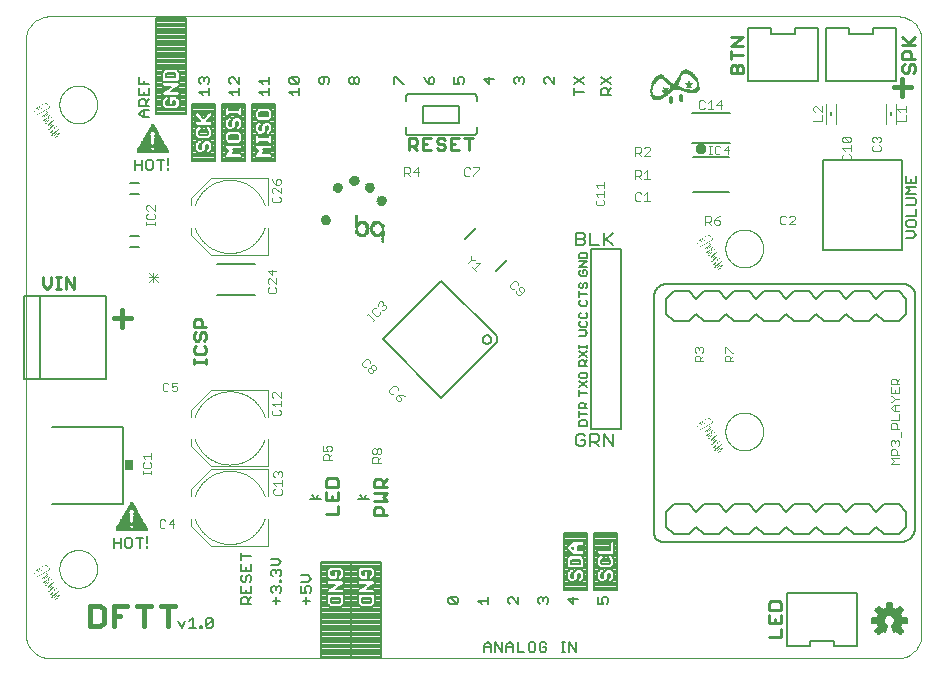
<source format=gto>
G75*
%MOIN*%
%OFA0B0*%
%FSLAX25Y25*%
%IPPOS*%
%LPD*%
%AMOC8*
5,1,8,0,0,1.08239X$1,22.5*
%
%ADD10C,0.00394*%
%ADD11C,0.00000*%
%ADD12C,0.00800*%
%ADD13C,0.00600*%
%ADD14C,0.00900*%
%ADD15C,0.01700*%
%ADD16C,0.01500*%
%ADD17C,0.00300*%
%ADD18C,0.00500*%
%ADD19C,0.02400*%
%ADD20C,0.00276*%
%ADD21R,0.00788X0.01575*%
%ADD22R,0.03000X0.03400*%
%ADD23C,0.00400*%
%ADD24R,0.00950X0.00050*%
%ADD25R,0.01000X0.00050*%
%ADD26R,0.00050X0.00050*%
%ADD27R,0.00750X0.00050*%
%ADD28R,0.00600X0.00050*%
%ADD29R,0.01300X0.00050*%
%ADD30R,0.01150X0.00050*%
%ADD31R,0.01600X0.00050*%
%ADD32R,0.01400X0.00050*%
%ADD33R,0.01900X0.00050*%
%ADD34R,0.01700X0.00050*%
%ADD35R,0.02050X0.00050*%
%ADD36R,0.02250X0.00050*%
%ADD37R,0.02400X0.00050*%
%ADD38R,0.02550X0.00050*%
%ADD39R,0.02450X0.00050*%
%ADD40R,0.02700X0.00050*%
%ADD41R,0.02850X0.00050*%
%ADD42R,0.02650X0.00050*%
%ADD43R,0.02900X0.00050*%
%ADD44R,0.02750X0.00050*%
%ADD45R,0.03000X0.00050*%
%ADD46R,0.03800X0.00050*%
%ADD47R,0.03150X0.00050*%
%ADD48R,0.03850X0.00050*%
%ADD49R,0.03200X0.00050*%
%ADD50R,0.03900X0.00050*%
%ADD51R,0.03300X0.00050*%
%ADD52R,0.03950X0.00050*%
%ADD53R,0.03450X0.00050*%
%ADD54R,0.04000X0.00050*%
%ADD55R,0.03400X0.00050*%
%ADD56R,0.01550X0.00050*%
%ADD57R,0.01450X0.00050*%
%ADD58R,0.01800X0.00050*%
%ADD59R,0.01250X0.00050*%
%ADD60R,0.01350X0.00050*%
%ADD61R,0.01500X0.00050*%
%ADD62R,0.01200X0.00050*%
%ADD63R,0.01100X0.00050*%
%ADD64R,0.01050X0.00050*%
%ADD65R,0.00900X0.00050*%
%ADD66R,0.00850X0.00050*%
%ADD67R,0.00200X0.00050*%
%ADD68R,0.00100X0.00050*%
%ADD69R,0.01750X0.00050*%
%ADD70R,0.01850X0.00050*%
%ADD71R,0.02150X0.00050*%
%ADD72R,0.01950X0.00050*%
%ADD73R,0.02100X0.00050*%
%ADD74R,0.02200X0.00050*%
%ADD75R,0.03250X0.00050*%
%ADD76R,0.02300X0.00050*%
%ADD77R,0.03050X0.00050*%
%ADD78R,0.02600X0.00050*%
%ADD79R,0.02800X0.00050*%
%ADD80R,0.02350X0.00050*%
%ADD81R,0.02000X0.00050*%
%ADD82R,0.02950X0.00050*%
%ADD83R,0.03100X0.00050*%
%ADD84R,0.00350X0.00050*%
%ADD85R,0.00650X0.00050*%
%ADD86R,0.01650X0.00050*%
%ADD87R,0.02500X0.00050*%
%ADD88R,0.00500X0.00050*%
%ADD89R,0.00450X0.00050*%
%ADD90R,0.00550X0.00050*%
%ADD91R,0.00800X0.00050*%
%ADD92R,0.00300X0.00060*%
%ADD93R,0.00540X0.00060*%
%ADD94R,0.00720X0.00060*%
%ADD95R,0.00840X0.00060*%
%ADD96R,0.00960X0.00060*%
%ADD97R,0.01020X0.00060*%
%ADD98R,0.01080X0.00060*%
%ADD99R,0.01140X0.00060*%
%ADD100R,0.01200X0.00060*%
%ADD101R,0.01260X0.00060*%
%ADD102R,0.01260X0.00060*%
%ADD103R,0.01320X0.00060*%
%ADD104R,0.00420X0.00060*%
%ADD105R,0.01380X0.00060*%
%ADD106R,0.00600X0.00060*%
%ADD107R,0.01440X0.00060*%
%ADD108R,0.00780X0.00060*%
%ADD109R,0.01440X0.00060*%
%ADD110R,0.00900X0.00060*%
%ADD111R,0.00960X0.00060*%
%ADD112R,0.01020X0.00060*%
%ADD113R,0.01020X0.00060*%
%ADD114R,0.01200X0.00060*%
%ADD115R,0.01800X0.00060*%
%ADD116R,0.02100X0.00060*%
%ADD117R,0.02340X0.00060*%
%ADD118R,0.01380X0.00060*%
%ADD119R,0.02580X0.00060*%
%ADD120R,0.02760X0.00060*%
%ADD121R,0.01380X0.00060*%
%ADD122R,0.01380X0.00060*%
%ADD123R,0.02940X0.00060*%
%ADD124R,0.01320X0.00060*%
%ADD125R,0.03120X0.00060*%
%ADD126R,0.03300X0.00060*%
%ADD127R,0.03480X0.00060*%
%ADD128R,0.03660X0.00060*%
%ADD129R,0.01140X0.00060*%
%ADD130R,0.03780X0.00060*%
%ADD131R,0.03900X0.00060*%
%ADD132R,0.04080X0.00060*%
%ADD133R,0.00900X0.00060*%
%ADD134R,0.04140X0.00060*%
%ADD135R,0.04320X0.00060*%
%ADD136R,0.00660X0.00060*%
%ADD137R,0.01680X0.00060*%
%ADD138R,0.02400X0.00060*%
%ADD139R,0.00480X0.00060*%
%ADD140R,0.02160X0.00060*%
%ADD141R,0.00120X0.00060*%
%ADD142R,0.01980X0.00060*%
%ADD143R,0.01260X0.00060*%
%ADD144R,0.01920X0.00060*%
%ADD145R,0.01140X0.00060*%
%ADD146R,0.01860X0.00060*%
%ADD147R,0.01860X0.00060*%
%ADD148R,0.01080X0.00060*%
%ADD149R,0.01740X0.00060*%
%ADD150R,0.00960X0.00060*%
%ADD151R,0.01680X0.00060*%
%ADD152R,0.01620X0.00060*%
%ADD153R,0.00780X0.00060*%
%ADD154R,0.01620X0.00060*%
%ADD155R,0.00660X0.00060*%
%ADD156R,0.00420X0.00060*%
%ADD157R,0.01560X0.00060*%
%ADD158R,0.01560X0.00060*%
%ADD159R,0.01500X0.00060*%
%ADD160R,0.01560X0.00060*%
%ADD161R,0.00840X0.00060*%
%ADD162R,0.01620X0.00060*%
%ADD163R,0.00840X0.00060*%
%ADD164R,0.01920X0.00060*%
%ADD165R,0.00780X0.00060*%
%ADD166R,0.02040X0.00060*%
%ADD167R,0.02460X0.00060*%
%ADD168R,0.02880X0.00060*%
%ADD169R,0.02220X0.00060*%
%ADD170R,0.03240X0.00060*%
%ADD171R,0.02340X0.00060*%
%ADD172R,0.03600X0.00060*%
%ADD173R,0.02580X0.00060*%
%ADD174R,0.00780X0.00060*%
%ADD175R,0.04200X0.00060*%
%ADD176R,0.03000X0.00060*%
%ADD177R,0.04500X0.00060*%
%ADD178R,0.03240X0.00060*%
%ADD179R,0.04740X0.00060*%
%ADD180R,0.03420X0.00060*%
%ADD181R,0.04980X0.00060*%
%ADD182R,0.03360X0.00060*%
%ADD183R,0.05160X0.00060*%
%ADD184R,0.05400X0.00060*%
%ADD185R,0.05640X0.00060*%
%ADD186R,0.05820X0.00060*%
%ADD187R,0.06000X0.00060*%
%ADD188R,0.06180X0.00060*%
%ADD189R,0.03480X0.00060*%
%ADD190R,0.02280X0.00060*%
%ADD191R,0.03060X0.00060*%
%ADD192R,0.01740X0.00060*%
%ADD193R,0.02760X0.00060*%
%ADD194R,0.02700X0.00060*%
%ADD195R,0.05280X0.00060*%
%ADD196R,0.00660X0.00060*%
%ADD197R,0.00240X0.00060*%
%ADD198R,0.04260X0.00060*%
%ADD199R,0.00420X0.00060*%
%ADD200R,0.00060X0.00060*%
%ADD201R,0.04080X0.00060*%
%ADD202R,0.01080X0.00060*%
%ADD203R,0.00300X0.00060*%
%ADD204R,0.03840X0.00060*%
%ADD205R,0.00060X0.00060*%
%ADD206R,0.00240X0.00060*%
%ADD207R,0.03720X0.00060*%
%ADD208R,0.00180X0.00060*%
%ADD209R,0.03540X0.00060*%
%ADD210R,0.03360X0.00060*%
%ADD211R,0.00360X0.00060*%
%ADD212R,0.03240X0.00060*%
%ADD213R,0.00420X0.00060*%
%ADD214R,0.03120X0.00060*%
%ADD215R,0.02880X0.00060*%
%ADD216R,0.02880X0.00060*%
%ADD217R,0.02820X0.00060*%
%ADD218R,0.02820X0.00060*%
%ADD219R,0.02820X0.00060*%
%ADD220R,0.03060X0.00060*%
%ADD221R,0.00720X0.00060*%
%ADD222R,0.03120X0.00060*%
%ADD223R,0.01920X0.00060*%
%ADD224R,0.00720X0.00060*%
%ADD225R,0.03180X0.00060*%
%ADD226R,0.02040X0.00060*%
%ADD227R,0.02280X0.00060*%
%ADD228R,0.00960X0.00060*%
%ADD229R,0.02460X0.00060*%
%ADD230R,0.01020X0.00060*%
%ADD231R,0.00720X0.00060*%
%ADD232R,0.01080X0.00060*%
%ADD233R,0.00360X0.00060*%
%ADD234R,0.01140X0.00060*%
%ADD235R,0.01260X0.00060*%
%ADD236R,0.01680X0.00060*%
%ADD237R,0.01740X0.00060*%
%ADD238R,0.02940X0.00060*%
%ADD239R,0.02520X0.00060*%
%ADD240R,0.01320X0.00060*%
%ADD241R,0.01500X0.00060*%
%ADD242R,0.01860X0.00060*%
%ADD243R,0.02160X0.00060*%
%ADD244R,0.04020X0.00060*%
%ADD245R,0.03960X0.00060*%
%ADD246R,0.03720X0.00060*%
%ADD247R,0.03660X0.00060*%
%ADD248R,0.02940X0.00060*%
%ADD249R,0.02640X0.00060*%
%ADD250R,0.02520X0.00060*%
%ADD251R,0.02340X0.00060*%
%ADD252C,0.00591*%
%ADD253R,0.09960X0.00020*%
%ADD254R,0.00040X0.00020*%
%ADD255R,0.00020X0.00020*%
%ADD256R,0.10140X0.00020*%
%ADD257R,0.10220X0.00020*%
%ADD258R,0.10240X0.00020*%
%ADD259R,0.10300X0.00020*%
%ADD260R,0.10340X0.00020*%
%ADD261R,0.10360X0.00020*%
%ADD262R,0.10380X0.00020*%
%ADD263R,0.10420X0.00020*%
%ADD264R,0.10440X0.00020*%
%ADD265R,0.10460X0.00020*%
%ADD266R,0.10500X0.00020*%
%ADD267R,0.10520X0.00020*%
%ADD268R,0.10520X0.00020*%
%ADD269R,0.10540X0.00020*%
%ADD270R,0.10560X0.00020*%
%ADD271R,0.10580X0.00020*%
%ADD272R,0.10600X0.00020*%
%ADD273R,0.10600X0.00020*%
%ADD274R,0.10620X0.00020*%
%ADD275R,0.10640X0.00020*%
%ADD276R,0.10640X0.00020*%
%ADD277R,0.10660X0.00020*%
%ADD278R,0.10660X0.00020*%
%ADD279R,0.10620X0.00020*%
%ADD280R,0.10580X0.00020*%
%ADD281R,0.10460X0.00020*%
%ADD282R,0.10400X0.00020*%
%ADD283R,0.10380X0.00020*%
%ADD284R,0.04980X0.00020*%
%ADD285R,0.00020X0.00020*%
%ADD286R,0.05040X0.00020*%
%ADD287R,0.04900X0.00020*%
%ADD288R,0.04960X0.00020*%
%ADD289R,0.04820X0.00020*%
%ADD290R,0.04780X0.00020*%
%ADD291R,0.04840X0.00020*%
%ADD292R,0.04740X0.00020*%
%ADD293R,0.04760X0.00020*%
%ADD294R,0.04700X0.00020*%
%ADD295R,0.04740X0.00020*%
%ADD296R,0.04640X0.00020*%
%ADD297R,0.04720X0.00020*%
%ADD298R,0.04620X0.00020*%
%ADD299R,0.04660X0.00020*%
%ADD300R,0.04580X0.00020*%
%ADD301R,0.04620X0.00020*%
%ADD302R,0.04560X0.00020*%
%ADD303R,0.04600X0.00020*%
%ADD304R,0.04520X0.00020*%
%ADD305R,0.04560X0.00020*%
%ADD306R,0.04480X0.00020*%
%ADD307R,0.04540X0.00020*%
%ADD308R,0.04460X0.00020*%
%ADD309R,0.04520X0.00020*%
%ADD310R,0.04460X0.00020*%
%ADD311R,0.04500X0.00020*%
%ADD312R,0.04420X0.00020*%
%ADD313R,0.04400X0.00020*%
%ADD314R,0.04380X0.00020*%
%ADD315R,0.04440X0.00020*%
%ADD316R,0.04360X0.00020*%
%ADD317R,0.04400X0.00020*%
%ADD318R,0.04340X0.00020*%
%ADD319R,0.04320X0.00020*%
%ADD320R,0.04300X0.00020*%
%ADD321R,0.04360X0.00020*%
%ADD322R,0.04280X0.00020*%
%ADD323R,0.04340X0.00020*%
%ADD324R,0.04300X0.00020*%
%ADD325R,0.04280X0.00020*%
%ADD326R,0.04320X0.00020*%
%ADD327R,0.04240X0.00020*%
%ADD328R,0.04260X0.00020*%
%ADD329R,0.04220X0.00020*%
%ADD330R,0.04220X0.00020*%
%ADD331R,0.04220X0.00020*%
%ADD332R,0.04200X0.00020*%
%ADD333R,0.04200X0.00020*%
%ADD334R,0.04240X0.00020*%
%ADD335R,0.04260X0.00020*%
%ADD336R,0.04240X0.00020*%
%ADD337R,0.04240X0.00020*%
%ADD338R,0.04340X0.00020*%
%ADD339R,0.04320X0.00020*%
%ADD340R,0.04380X0.00020*%
%ADD341R,0.00020X0.00020*%
%ADD342R,0.04540X0.00020*%
%ADD343R,0.09180X0.00020*%
%ADD344R,0.09180X0.00020*%
%ADD345R,0.09140X0.00020*%
%ADD346R,0.09120X0.00020*%
%ADD347R,0.09100X0.00020*%
%ADD348R,0.09100X0.00020*%
%ADD349R,0.09060X0.00020*%
%ADD350R,0.09020X0.00020*%
%ADD351R,0.08980X0.00020*%
%ADD352R,0.08980X0.00020*%
%ADD353R,0.08940X0.00020*%
%ADD354R,0.08920X0.00020*%
%ADD355R,0.08900X0.00020*%
%ADD356R,0.08880X0.00020*%
%ADD357R,0.08860X0.00020*%
%ADD358R,0.08820X0.00020*%
%ADD359R,0.08820X0.00020*%
%ADD360R,0.08780X0.00020*%
%ADD361R,0.08780X0.00020*%
%ADD362R,0.08740X0.00020*%
%ADD363R,0.08740X0.00020*%
%ADD364R,0.08700X0.00020*%
%ADD365R,0.08660X0.00020*%
%ADD366R,0.08660X0.00020*%
%ADD367R,0.08620X0.00020*%
%ADD368R,0.08620X0.00020*%
%ADD369R,0.08580X0.00020*%
%ADD370R,0.08540X0.00020*%
%ADD371R,0.08520X0.00020*%
%ADD372R,0.08500X0.00020*%
%ADD373R,0.04120X0.00020*%
%ADD374R,0.00020X0.00020*%
%ADD375R,0.04040X0.00020*%
%ADD376R,0.04140X0.00020*%
%ADD377R,0.03960X0.00020*%
%ADD378R,0.04060X0.00020*%
%ADD379R,0.03920X0.00020*%
%ADD380R,0.04020X0.00020*%
%ADD381R,0.03880X0.00020*%
%ADD382R,0.03840X0.00020*%
%ADD383R,0.03940X0.00020*%
%ADD384R,0.03800X0.00020*%
%ADD385R,0.03900X0.00020*%
%ADD386R,0.03760X0.00020*%
%ADD387R,0.03860X0.00020*%
%ADD388R,0.03740X0.00020*%
%ADD389R,0.03820X0.00020*%
%ADD390R,0.03720X0.00020*%
%ADD391R,0.03800X0.00020*%
%ADD392R,0.03700X0.00020*%
%ADD393R,0.03780X0.00020*%
%ADD394R,0.03660X0.00020*%
%ADD395R,0.03660X0.00020*%
%ADD396R,0.03720X0.00020*%
%ADD397R,0.03620X0.00020*%
%ADD398R,0.03600X0.00020*%
%ADD399R,0.03680X0.00020*%
%ADD400R,0.03580X0.00020*%
%ADD401R,0.03620X0.00020*%
%ADD402R,0.03540X0.00020*%
%ADD403R,0.03620X0.00020*%
%ADD404R,0.03520X0.00020*%
%ADD405R,0.03600X0.00020*%
%ADD406R,0.03520X0.00020*%
%ADD407R,0.03500X0.00020*%
%ADD408R,0.03460X0.00020*%
%ADD409R,0.03480X0.00020*%
%ADD410R,0.03560X0.00020*%
%ADD411R,0.03520X0.00020*%
%ADD412R,0.03460X0.00020*%
%ADD413R,0.03540X0.00020*%
%ADD414R,0.03420X0.00020*%
%ADD415R,0.03400X0.00020*%
%ADD416R,0.03400X0.00020*%
%ADD417R,0.03480X0.00020*%
%ADD418R,0.03380X0.00020*%
%ADD419R,0.03380X0.00020*%
%ADD420R,0.03360X0.00020*%
%ADD421R,0.03440X0.00020*%
%ADD422R,0.03320X0.00020*%
%ADD423R,0.03420X0.00020*%
%ADD424R,0.03340X0.00020*%
%ADD425R,0.03300X0.00020*%
%ADD426R,0.03320X0.00020*%
%ADD427R,0.03280X0.00020*%
%ADD428R,0.03260X0.00020*%
%ADD429R,0.03360X0.00020*%
%ADD430R,0.03260X0.00020*%
%ADD431R,0.03340X0.00020*%
%ADD432R,0.03340X0.00020*%
%ADD433R,0.03220X0.00020*%
%ADD434R,0.03320X0.00020*%
%ADD435R,0.03220X0.00020*%
%ADD436R,0.03300X0.00020*%
%ADD437R,0.03220X0.00020*%
%ADD438R,0.03200X0.00020*%
%ADD439R,0.03180X0.00020*%
%ADD440R,0.03280X0.00020*%
%ADD441R,0.03180X0.00020*%
%ADD442R,0.03140X0.00020*%
%ADD443R,0.03240X0.00020*%
%ADD444R,0.03140X0.00020*%
%ADD445R,0.03120X0.00020*%
%ADD446R,0.03200X0.00020*%
%ADD447R,0.03100X0.00020*%
%ADD448R,0.03060X0.00020*%
%ADD449R,0.03160X0.00020*%
%ADD450R,0.03080X0.00020*%
%ADD451R,0.03160X0.00020*%
%ADD452R,0.03020X0.00020*%
%ADD453R,0.03040X0.00020*%
%ADD454R,0.03020X0.00020*%
%ADD455R,0.03100X0.00020*%
%ADD456R,0.03000X0.00020*%
%ADD457R,0.02980X0.00020*%
%ADD458R,0.02980X0.00020*%
%ADD459R,0.03060X0.00020*%
%ADD460R,0.02960X0.00020*%
%ADD461R,0.02940X0.00020*%
%ADD462R,0.03020X0.00020*%
%ADD463R,0.02940X0.00020*%
%ADD464R,0.03020X0.00020*%
%ADD465R,0.03000X0.00020*%
%ADD466R,0.02900X0.00020*%
%ADD467R,0.02880X0.00020*%
%ADD468R,0.02960X0.00020*%
%ADD469R,0.02860X0.00020*%
%ADD470R,0.02840X0.00020*%
%ADD471R,0.02940X0.00020*%
%ADD472R,0.02840X0.00020*%
%ADD473R,0.02920X0.00020*%
%ADD474R,0.02820X0.00020*%
%ADD475R,0.02800X0.00020*%
%ADD476R,0.02800X0.00020*%
%ADD477R,0.02780X0.00020*%
%ADD478R,0.02760X0.00020*%
%ADD479R,0.02760X0.00020*%
%ADD480R,0.02820X0.00020*%
%ADD481R,0.02740X0.00020*%
%ADD482R,0.02840X0.00020*%
%ADD483R,0.02720X0.00020*%
%ADD484R,0.02720X0.00020*%
%ADD485R,0.02700X0.00020*%
%ADD486R,0.02680X0.00020*%
%ADD487R,0.02780X0.00020*%
%ADD488R,0.02680X0.00020*%
%ADD489R,0.02660X0.00020*%
%ADD490R,0.02740X0.00020*%
%ADD491R,0.02640X0.00020*%
%ADD492R,0.02740X0.00020*%
%ADD493R,0.02640X0.00020*%
%ADD494R,0.02640X0.00020*%
%ADD495R,0.02600X0.00020*%
%ADD496R,0.02600X0.00020*%
%ADD497R,0.02580X0.00020*%
%ADD498R,0.02560X0.00020*%
%ADD499R,0.02560X0.00020*%
%ADD500R,0.02540X0.00020*%
%ADD501R,0.02620X0.00020*%
%ADD502R,0.02540X0.00020*%
%ADD503R,0.02620X0.00020*%
%ADD504R,0.02500X0.00020*%
%ADD505R,0.02520X0.00020*%
%ADD506R,0.02500X0.00020*%
%ADD507R,0.02580X0.00020*%
%ADD508R,0.02480X0.00020*%
%ADD509R,0.02480X0.00020*%
%ADD510R,0.02460X0.00020*%
%ADD511R,0.02440X0.00020*%
%ADD512R,0.02440X0.00020*%
%ADD513R,0.02520X0.00020*%
%ADD514R,0.02420X0.00020*%
%ADD515R,0.02520X0.00020*%
%ADD516R,0.02400X0.00020*%
%ADD517R,0.02380X0.00020*%
%ADD518R,0.02380X0.00020*%
%ADD519R,0.02460X0.00020*%
%ADD520R,0.02360X0.00020*%
%ADD521R,0.02340X0.00020*%
%ADD522R,0.02420X0.00020*%
%ADD523R,0.02320X0.00020*%
%ADD524R,0.02420X0.00020*%
%ADD525R,0.02400X0.00020*%
%ADD526R,0.02320X0.00020*%
%ADD527R,0.02280X0.00020*%
%ADD528R,0.02300X0.00020*%
%ADD529R,0.02360X0.00020*%
%ADD530R,0.02260X0.00020*%
%ADD531R,0.02340X0.00020*%
%ADD532R,0.02240X0.00020*%
%ADD533R,0.02220X0.00020*%
%ADD534R,0.02300X0.00020*%
%ADD535R,0.02200X0.00020*%
%ADD536R,0.02200X0.00020*%
%ADD537R,0.02180X0.00020*%
%ADD538R,0.02260X0.00020*%
%ADD539R,0.02160X0.00020*%
%ADD540R,0.02240X0.00020*%
%ADD541R,0.02140X0.00020*%
%ADD542R,0.02140X0.00020*%
%ADD543R,0.02220X0.00020*%
%ADD544R,0.02100X0.00020*%
%ADD545R,0.02120X0.00020*%
%ADD546R,0.02080X0.00020*%
%ADD547R,0.02080X0.00020*%
%ADD548R,0.02180X0.00020*%
%ADD549R,0.02060X0.00020*%
%ADD550R,0.02060X0.00020*%
%ADD551R,0.02120X0.00020*%
%ADD552R,0.02040X0.00020*%
%ADD553R,0.02020X0.00020*%
%ADD554R,0.02020X0.00020*%
%ADD555R,0.02100X0.00020*%
%ADD556R,0.02000X0.00020*%
%ADD557R,0.01980X0.00020*%
%ADD558R,0.01980X0.00020*%
%ADD559R,0.01960X0.00020*%
%ADD560R,0.02040X0.00020*%
%ADD561R,0.01960X0.00020*%
%ADD562R,0.02040X0.00020*%
%ADD563R,0.01920X0.00020*%
%ADD564R,0.02020X0.00020*%
%ADD565R,0.01940X0.00020*%
%ADD566R,0.02020X0.00020*%
%ADD567R,0.01900X0.00020*%
%ADD568R,0.01880X0.00020*%
%ADD569R,0.01880X0.00020*%
%ADD570R,0.01860X0.00020*%
%ADD571R,0.01840X0.00020*%
%ADD572R,0.01840X0.00020*%
%ADD573R,0.01940X0.00020*%
%ADD574R,0.01820X0.00020*%
%ADD575R,0.01800X0.00020*%
%ADD576R,0.01800X0.00020*%
%ADD577R,0.01780X0.00020*%
%ADD578R,0.01760X0.00020*%
%ADD579R,0.01840X0.00020*%
%ADD580R,0.01740X0.00020*%
%ADD581R,0.01740X0.00020*%
%ADD582R,0.01820X0.00020*%
%ADD583R,0.01720X0.00020*%
%ADD584R,0.01720X0.00020*%
%ADD585R,0.01700X0.00020*%
%ADD586R,0.01780X0.00020*%
%ADD587R,0.01680X0.00020*%
%ADD588R,0.01660X0.00020*%
%ADD589R,0.01640X0.00020*%
%ADD590R,0.01720X0.00020*%
%ADD591R,0.01640X0.00020*%
%ADD592R,0.01620X0.00020*%
%ADD593R,0.01620X0.00020*%
%ADD594R,0.01600X0.00020*%
%ADD595R,0.01680X0.00020*%
%ADD596R,0.01600X0.00020*%
%ADD597R,0.01700X0.00020*%
%ADD598R,0.01580X0.00020*%
%ADD599R,0.01560X0.00020*%
%ADD600R,0.01540X0.00020*%
%ADD601R,0.01540X0.00020*%
%ADD602R,0.01620X0.00020*%
%ADD603R,0.01520X0.00020*%
%ADD604R,0.01500X0.00020*%
%ADD605R,0.01500X0.00020*%
%ADD606R,0.01580X0.00020*%
%ADD607R,0.01480X0.00020*%
%ADD608R,0.01480X0.00020*%
%ADD609R,0.01560X0.00020*%
%ADD610R,0.01460X0.00020*%
%ADD611R,0.01440X0.00020*%
%ADD612R,0.01440X0.00020*%
%ADD613R,0.01520X0.00020*%
%ADD614R,0.01520X0.00020*%
%ADD615R,0.01400X0.00020*%
%ADD616R,0.01420X0.00020*%
%ADD617R,0.01380X0.00020*%
%ADD618R,0.01360X0.00020*%
%ADD619R,0.01460X0.00020*%
%ADD620R,0.01360X0.00020*%
%ADD621R,0.01340X0.00020*%
%ADD622R,0.01420X0.00020*%
%ADD623R,0.01320X0.00020*%
%ADD624R,0.01420X0.00020*%
%ADD625R,0.01320X0.00020*%
%ADD626R,0.01400X0.00020*%
%ADD627R,0.01300X0.00020*%
%ADD628R,0.01380X0.00020*%
%ADD629R,0.01280X0.00020*%
%ADD630R,0.01260X0.00020*%
%ADD631R,0.01280X0.00020*%
%ADD632R,0.01240X0.00020*%
%ADD633R,0.01260X0.00020*%
%ADD634R,0.01340X0.00020*%
%ADD635R,0.01320X0.00020*%
%ADD636R,0.01220X0.00020*%
%ADD637R,0.01220X0.00020*%
%ADD638R,0.01320X0.00020*%
%ADD639R,0.01240X0.00020*%
%ADD640R,0.01300X0.00020*%
%ADD641R,0.01240X0.00020*%
%ADD642R,0.01220X0.00020*%
%ADD643R,0.01440X0.00020*%
%ADD644R,0.03340X0.00020*%
%ADD645R,0.03140X0.00020*%
%ADD646R,0.03140X0.00020*%
%ADD647R,0.02940X0.00020*%
%ADD648R,0.02900X0.00020*%
%ADD649R,0.02820X0.00020*%
%ADD650R,0.02700X0.00020*%
%ADD651R,0.02660X0.00020*%
%ADD652R,0.02620X0.00020*%
%ADD653R,0.02540X0.00020*%
%ADD654R,0.02340X0.00020*%
%ADD655R,0.02320X0.00020*%
%ADD656R,0.02220X0.00020*%
%ADD657R,0.02140X0.00020*%
%ADD658R,0.01940X0.00020*%
%ADD659R,0.01900X0.00020*%
%ADD660R,0.01860X0.00020*%
%ADD661R,0.01740X0.00020*%
%ADD662R,0.01660X0.00020*%
%ADD663R,0.01540X0.00020*%
%ADD664R,0.01540X0.00020*%
%ADD665R,0.01420X0.00020*%
%ADD666R,0.01340X0.00020*%
%ADD667R,0.01200X0.00020*%
%ADD668R,0.01180X0.00020*%
%ADD669R,0.01140X0.00020*%
%ADD670R,0.01120X0.00020*%
%ADD671R,0.01100X0.00020*%
%ADD672R,0.01100X0.00020*%
%ADD673R,0.01060X0.00020*%
%ADD674R,0.01040X0.00020*%
%ADD675R,0.01020X0.00020*%
%ADD676R,0.00980X0.00020*%
%ADD677R,0.00980X0.00020*%
%ADD678R,0.00940X0.00020*%
%ADD679R,0.00920X0.00020*%
%ADD680R,0.00900X0.00020*%
%ADD681R,0.00860X0.00020*%
%ADD682R,0.00820X0.00020*%
%ADD683R,0.00760X0.00020*%
%ADD684R,0.00700X0.00020*%
%ADD685R,0.00660X0.00020*%
%ADD686R,0.00580X0.00020*%
%ADD687R,0.00500X0.00020*%
%ADD688R,0.00420X0.00020*%
%ADD689R,0.00320X0.00020*%
%ADD690R,0.00160X0.00020*%
%ADD691R,0.01260X0.00030*%
%ADD692R,0.01440X0.00030*%
%ADD693R,0.01470X0.00030*%
%ADD694R,0.01530X0.00030*%
%ADD695R,0.00480X0.00030*%
%ADD696R,0.00150X0.00030*%
%ADD697R,0.00030X0.00030*%
%ADD698R,0.00450X0.00030*%
%ADD699R,0.00330X0.00030*%
%ADD700R,0.00270X0.00030*%
%ADD701R,0.00240X0.00030*%
%ADD702R,0.00210X0.00030*%
%ADD703R,0.00180X0.00030*%
%ADD704R,0.00120X0.00030*%
%ADD705R,0.00120X0.00030*%
%ADD706R,0.00240X0.00030*%
%ADD707R,0.00270X0.00030*%
%ADD708R,0.00300X0.00030*%
%ADD709R,0.00360X0.00030*%
%ADD710R,0.00390X0.00030*%
%ADD711R,0.00420X0.00030*%
%ADD712R,0.00420X0.00030*%
%ADD713R,0.00510X0.00030*%
%ADD714R,0.01410X0.00030*%
%ADD715R,0.00060X0.00030*%
%ADD716R,0.01230X0.00030*%
%ADD717R,0.01170X0.00030*%
%ADD718R,0.00390X0.00030*%
%ADD719R,0.00990X0.00030*%
%ADD720R,0.00990X0.00030*%
%ADD721R,0.01080X0.00030*%
%ADD722R,0.01020X0.00030*%
%ADD723R,0.01020X0.00030*%
%ADD724R,0.01110X0.00030*%
%ADD725R,0.00960X0.00030*%
%ADD726R,0.01050X0.00030*%
%ADD727R,0.00570X0.00030*%
%ADD728R,0.00810X0.00030*%
%ADD729R,0.00570X0.00030*%
%ADD730R,0.00870X0.00030*%
%ADD731R,0.00690X0.00030*%
%ADD732R,0.00660X0.00030*%
%ADD733R,0.00090X0.00030*%
%ADD734R,0.00090X0.00030*%
%ADD735R,0.00630X0.00030*%
%ADD736R,0.00720X0.00030*%
%ADD737R,0.00750X0.00030*%
%ADD738R,0.00540X0.00030*%
%ADD739R,0.00780X0.00030*%
%ADD740R,0.00840X0.00030*%
%ADD741R,0.00540X0.00030*%
%ADD742R,0.01290X0.00030*%
%ADD743R,0.01620X0.00030*%
%ADD744R,0.01560X0.00030*%
%ADD745R,0.01320X0.00030*%
D10*
X0012314Y0008797D02*
X0011600Y0009511D01*
X0011277Y0009901D01*
X0010993Y0010321D01*
X0010710Y0010740D01*
X0010465Y0011187D01*
X0010065Y0012128D01*
X0009910Y0012622D01*
X0009805Y0013133D01*
X0009699Y0013645D01*
X0009644Y0014174D01*
X0009644Y0213440D01*
X0009699Y0213969D01*
X0009805Y0214481D01*
X0009910Y0214992D01*
X0010065Y0215486D01*
X0010465Y0216427D01*
X0010710Y0216874D01*
X0010993Y0217294D01*
X0011277Y0217713D01*
X0011600Y0218103D01*
X0012314Y0218817D01*
X0012704Y0219140D01*
X0013123Y0219424D01*
X0013542Y0219707D01*
X0013990Y0219952D01*
X0014931Y0220352D01*
X0015425Y0220507D01*
X0015936Y0220612D01*
X0016448Y0220718D01*
X0016977Y0220773D01*
X0300832Y0220773D01*
X0301361Y0220718D01*
X0301872Y0220612D01*
X0302383Y0220507D01*
X0302877Y0220352D01*
X0303818Y0219952D01*
X0304266Y0219707D01*
X0304685Y0219424D01*
X0305104Y0219140D01*
X0305495Y0218817D01*
X0306208Y0218103D01*
X0306531Y0217713D01*
X0306815Y0217294D01*
X0307099Y0216874D01*
X0307343Y0216427D01*
X0307743Y0215486D01*
X0307898Y0214992D01*
X0308004Y0214481D01*
X0308109Y0213969D01*
X0308164Y0213440D01*
X0308164Y0014174D01*
X0308109Y0013645D01*
X0308004Y0013133D01*
X0307898Y0012622D01*
X0307743Y0012128D01*
X0307343Y0011187D01*
X0307099Y0010740D01*
X0306815Y0010321D01*
X0306531Y0009901D01*
X0306208Y0009511D01*
X0305495Y0008797D01*
X0305104Y0008474D01*
X0304685Y0008191D01*
X0304266Y0007907D01*
X0303818Y0007662D01*
X0302877Y0007262D01*
X0302383Y0007107D01*
X0301872Y0007002D01*
X0301361Y0006896D01*
X0300832Y0006841D01*
X0016977Y0006841D01*
X0016448Y0006896D01*
X0015936Y0007002D01*
X0015425Y0007107D01*
X0014931Y0007262D01*
X0013990Y0007662D01*
X0013542Y0007907D01*
X0013123Y0008191D01*
X0012704Y0008474D01*
X0012314Y0008797D01*
D11*
X0020801Y0036600D02*
X0020803Y0036758D01*
X0020809Y0036916D01*
X0020819Y0037074D01*
X0020833Y0037232D01*
X0020851Y0037389D01*
X0020872Y0037546D01*
X0020898Y0037702D01*
X0020928Y0037858D01*
X0020961Y0038013D01*
X0020999Y0038166D01*
X0021040Y0038319D01*
X0021085Y0038471D01*
X0021134Y0038622D01*
X0021187Y0038771D01*
X0021243Y0038919D01*
X0021303Y0039065D01*
X0021367Y0039210D01*
X0021435Y0039353D01*
X0021506Y0039495D01*
X0021580Y0039635D01*
X0021658Y0039772D01*
X0021740Y0039908D01*
X0021824Y0040042D01*
X0021913Y0040173D01*
X0022004Y0040302D01*
X0022099Y0040429D01*
X0022196Y0040554D01*
X0022297Y0040676D01*
X0022401Y0040795D01*
X0022508Y0040912D01*
X0022618Y0041026D01*
X0022731Y0041137D01*
X0022846Y0041246D01*
X0022964Y0041351D01*
X0023085Y0041453D01*
X0023208Y0041553D01*
X0023334Y0041649D01*
X0023462Y0041742D01*
X0023592Y0041832D01*
X0023725Y0041918D01*
X0023860Y0042002D01*
X0023996Y0042081D01*
X0024135Y0042158D01*
X0024276Y0042230D01*
X0024418Y0042300D01*
X0024562Y0042365D01*
X0024708Y0042427D01*
X0024855Y0042485D01*
X0025004Y0042540D01*
X0025154Y0042591D01*
X0025305Y0042638D01*
X0025457Y0042681D01*
X0025610Y0042720D01*
X0025765Y0042756D01*
X0025920Y0042787D01*
X0026076Y0042815D01*
X0026232Y0042839D01*
X0026389Y0042859D01*
X0026547Y0042875D01*
X0026704Y0042887D01*
X0026863Y0042895D01*
X0027021Y0042899D01*
X0027179Y0042899D01*
X0027337Y0042895D01*
X0027496Y0042887D01*
X0027653Y0042875D01*
X0027811Y0042859D01*
X0027968Y0042839D01*
X0028124Y0042815D01*
X0028280Y0042787D01*
X0028435Y0042756D01*
X0028590Y0042720D01*
X0028743Y0042681D01*
X0028895Y0042638D01*
X0029046Y0042591D01*
X0029196Y0042540D01*
X0029345Y0042485D01*
X0029492Y0042427D01*
X0029638Y0042365D01*
X0029782Y0042300D01*
X0029924Y0042230D01*
X0030065Y0042158D01*
X0030204Y0042081D01*
X0030340Y0042002D01*
X0030475Y0041918D01*
X0030608Y0041832D01*
X0030738Y0041742D01*
X0030866Y0041649D01*
X0030992Y0041553D01*
X0031115Y0041453D01*
X0031236Y0041351D01*
X0031354Y0041246D01*
X0031469Y0041137D01*
X0031582Y0041026D01*
X0031692Y0040912D01*
X0031799Y0040795D01*
X0031903Y0040676D01*
X0032004Y0040554D01*
X0032101Y0040429D01*
X0032196Y0040302D01*
X0032287Y0040173D01*
X0032376Y0040042D01*
X0032460Y0039908D01*
X0032542Y0039772D01*
X0032620Y0039635D01*
X0032694Y0039495D01*
X0032765Y0039353D01*
X0032833Y0039210D01*
X0032897Y0039065D01*
X0032957Y0038919D01*
X0033013Y0038771D01*
X0033066Y0038622D01*
X0033115Y0038471D01*
X0033160Y0038319D01*
X0033201Y0038166D01*
X0033239Y0038013D01*
X0033272Y0037858D01*
X0033302Y0037702D01*
X0033328Y0037546D01*
X0033349Y0037389D01*
X0033367Y0037232D01*
X0033381Y0037074D01*
X0033391Y0036916D01*
X0033397Y0036758D01*
X0033399Y0036600D01*
X0033397Y0036442D01*
X0033391Y0036284D01*
X0033381Y0036126D01*
X0033367Y0035968D01*
X0033349Y0035811D01*
X0033328Y0035654D01*
X0033302Y0035498D01*
X0033272Y0035342D01*
X0033239Y0035187D01*
X0033201Y0035034D01*
X0033160Y0034881D01*
X0033115Y0034729D01*
X0033066Y0034578D01*
X0033013Y0034429D01*
X0032957Y0034281D01*
X0032897Y0034135D01*
X0032833Y0033990D01*
X0032765Y0033847D01*
X0032694Y0033705D01*
X0032620Y0033565D01*
X0032542Y0033428D01*
X0032460Y0033292D01*
X0032376Y0033158D01*
X0032287Y0033027D01*
X0032196Y0032898D01*
X0032101Y0032771D01*
X0032004Y0032646D01*
X0031903Y0032524D01*
X0031799Y0032405D01*
X0031692Y0032288D01*
X0031582Y0032174D01*
X0031469Y0032063D01*
X0031354Y0031954D01*
X0031236Y0031849D01*
X0031115Y0031747D01*
X0030992Y0031647D01*
X0030866Y0031551D01*
X0030738Y0031458D01*
X0030608Y0031368D01*
X0030475Y0031282D01*
X0030340Y0031198D01*
X0030204Y0031119D01*
X0030065Y0031042D01*
X0029924Y0030970D01*
X0029782Y0030900D01*
X0029638Y0030835D01*
X0029492Y0030773D01*
X0029345Y0030715D01*
X0029196Y0030660D01*
X0029046Y0030609D01*
X0028895Y0030562D01*
X0028743Y0030519D01*
X0028590Y0030480D01*
X0028435Y0030444D01*
X0028280Y0030413D01*
X0028124Y0030385D01*
X0027968Y0030361D01*
X0027811Y0030341D01*
X0027653Y0030325D01*
X0027496Y0030313D01*
X0027337Y0030305D01*
X0027179Y0030301D01*
X0027021Y0030301D01*
X0026863Y0030305D01*
X0026704Y0030313D01*
X0026547Y0030325D01*
X0026389Y0030341D01*
X0026232Y0030361D01*
X0026076Y0030385D01*
X0025920Y0030413D01*
X0025765Y0030444D01*
X0025610Y0030480D01*
X0025457Y0030519D01*
X0025305Y0030562D01*
X0025154Y0030609D01*
X0025004Y0030660D01*
X0024855Y0030715D01*
X0024708Y0030773D01*
X0024562Y0030835D01*
X0024418Y0030900D01*
X0024276Y0030970D01*
X0024135Y0031042D01*
X0023996Y0031119D01*
X0023860Y0031198D01*
X0023725Y0031282D01*
X0023592Y0031368D01*
X0023462Y0031458D01*
X0023334Y0031551D01*
X0023208Y0031647D01*
X0023085Y0031747D01*
X0022964Y0031849D01*
X0022846Y0031954D01*
X0022731Y0032063D01*
X0022618Y0032174D01*
X0022508Y0032288D01*
X0022401Y0032405D01*
X0022297Y0032524D01*
X0022196Y0032646D01*
X0022099Y0032771D01*
X0022004Y0032898D01*
X0021913Y0033027D01*
X0021824Y0033158D01*
X0021740Y0033292D01*
X0021658Y0033428D01*
X0021580Y0033565D01*
X0021506Y0033705D01*
X0021435Y0033847D01*
X0021367Y0033990D01*
X0021303Y0034135D01*
X0021243Y0034281D01*
X0021187Y0034429D01*
X0021134Y0034578D01*
X0021085Y0034729D01*
X0021040Y0034881D01*
X0020999Y0035034D01*
X0020961Y0035187D01*
X0020928Y0035342D01*
X0020898Y0035498D01*
X0020872Y0035654D01*
X0020851Y0035811D01*
X0020833Y0035968D01*
X0020819Y0036126D01*
X0020809Y0036284D01*
X0020803Y0036442D01*
X0020801Y0036600D01*
X0020801Y0191400D02*
X0020803Y0191558D01*
X0020809Y0191716D01*
X0020819Y0191874D01*
X0020833Y0192032D01*
X0020851Y0192189D01*
X0020872Y0192346D01*
X0020898Y0192502D01*
X0020928Y0192658D01*
X0020961Y0192813D01*
X0020999Y0192966D01*
X0021040Y0193119D01*
X0021085Y0193271D01*
X0021134Y0193422D01*
X0021187Y0193571D01*
X0021243Y0193719D01*
X0021303Y0193865D01*
X0021367Y0194010D01*
X0021435Y0194153D01*
X0021506Y0194295D01*
X0021580Y0194435D01*
X0021658Y0194572D01*
X0021740Y0194708D01*
X0021824Y0194842D01*
X0021913Y0194973D01*
X0022004Y0195102D01*
X0022099Y0195229D01*
X0022196Y0195354D01*
X0022297Y0195476D01*
X0022401Y0195595D01*
X0022508Y0195712D01*
X0022618Y0195826D01*
X0022731Y0195937D01*
X0022846Y0196046D01*
X0022964Y0196151D01*
X0023085Y0196253D01*
X0023208Y0196353D01*
X0023334Y0196449D01*
X0023462Y0196542D01*
X0023592Y0196632D01*
X0023725Y0196718D01*
X0023860Y0196802D01*
X0023996Y0196881D01*
X0024135Y0196958D01*
X0024276Y0197030D01*
X0024418Y0197100D01*
X0024562Y0197165D01*
X0024708Y0197227D01*
X0024855Y0197285D01*
X0025004Y0197340D01*
X0025154Y0197391D01*
X0025305Y0197438D01*
X0025457Y0197481D01*
X0025610Y0197520D01*
X0025765Y0197556D01*
X0025920Y0197587D01*
X0026076Y0197615D01*
X0026232Y0197639D01*
X0026389Y0197659D01*
X0026547Y0197675D01*
X0026704Y0197687D01*
X0026863Y0197695D01*
X0027021Y0197699D01*
X0027179Y0197699D01*
X0027337Y0197695D01*
X0027496Y0197687D01*
X0027653Y0197675D01*
X0027811Y0197659D01*
X0027968Y0197639D01*
X0028124Y0197615D01*
X0028280Y0197587D01*
X0028435Y0197556D01*
X0028590Y0197520D01*
X0028743Y0197481D01*
X0028895Y0197438D01*
X0029046Y0197391D01*
X0029196Y0197340D01*
X0029345Y0197285D01*
X0029492Y0197227D01*
X0029638Y0197165D01*
X0029782Y0197100D01*
X0029924Y0197030D01*
X0030065Y0196958D01*
X0030204Y0196881D01*
X0030340Y0196802D01*
X0030475Y0196718D01*
X0030608Y0196632D01*
X0030738Y0196542D01*
X0030866Y0196449D01*
X0030992Y0196353D01*
X0031115Y0196253D01*
X0031236Y0196151D01*
X0031354Y0196046D01*
X0031469Y0195937D01*
X0031582Y0195826D01*
X0031692Y0195712D01*
X0031799Y0195595D01*
X0031903Y0195476D01*
X0032004Y0195354D01*
X0032101Y0195229D01*
X0032196Y0195102D01*
X0032287Y0194973D01*
X0032376Y0194842D01*
X0032460Y0194708D01*
X0032542Y0194572D01*
X0032620Y0194435D01*
X0032694Y0194295D01*
X0032765Y0194153D01*
X0032833Y0194010D01*
X0032897Y0193865D01*
X0032957Y0193719D01*
X0033013Y0193571D01*
X0033066Y0193422D01*
X0033115Y0193271D01*
X0033160Y0193119D01*
X0033201Y0192966D01*
X0033239Y0192813D01*
X0033272Y0192658D01*
X0033302Y0192502D01*
X0033328Y0192346D01*
X0033349Y0192189D01*
X0033367Y0192032D01*
X0033381Y0191874D01*
X0033391Y0191716D01*
X0033397Y0191558D01*
X0033399Y0191400D01*
X0033397Y0191242D01*
X0033391Y0191084D01*
X0033381Y0190926D01*
X0033367Y0190768D01*
X0033349Y0190611D01*
X0033328Y0190454D01*
X0033302Y0190298D01*
X0033272Y0190142D01*
X0033239Y0189987D01*
X0033201Y0189834D01*
X0033160Y0189681D01*
X0033115Y0189529D01*
X0033066Y0189378D01*
X0033013Y0189229D01*
X0032957Y0189081D01*
X0032897Y0188935D01*
X0032833Y0188790D01*
X0032765Y0188647D01*
X0032694Y0188505D01*
X0032620Y0188365D01*
X0032542Y0188228D01*
X0032460Y0188092D01*
X0032376Y0187958D01*
X0032287Y0187827D01*
X0032196Y0187698D01*
X0032101Y0187571D01*
X0032004Y0187446D01*
X0031903Y0187324D01*
X0031799Y0187205D01*
X0031692Y0187088D01*
X0031582Y0186974D01*
X0031469Y0186863D01*
X0031354Y0186754D01*
X0031236Y0186649D01*
X0031115Y0186547D01*
X0030992Y0186447D01*
X0030866Y0186351D01*
X0030738Y0186258D01*
X0030608Y0186168D01*
X0030475Y0186082D01*
X0030340Y0185998D01*
X0030204Y0185919D01*
X0030065Y0185842D01*
X0029924Y0185770D01*
X0029782Y0185700D01*
X0029638Y0185635D01*
X0029492Y0185573D01*
X0029345Y0185515D01*
X0029196Y0185460D01*
X0029046Y0185409D01*
X0028895Y0185362D01*
X0028743Y0185319D01*
X0028590Y0185280D01*
X0028435Y0185244D01*
X0028280Y0185213D01*
X0028124Y0185185D01*
X0027968Y0185161D01*
X0027811Y0185141D01*
X0027653Y0185125D01*
X0027496Y0185113D01*
X0027337Y0185105D01*
X0027179Y0185101D01*
X0027021Y0185101D01*
X0026863Y0185105D01*
X0026704Y0185113D01*
X0026547Y0185125D01*
X0026389Y0185141D01*
X0026232Y0185161D01*
X0026076Y0185185D01*
X0025920Y0185213D01*
X0025765Y0185244D01*
X0025610Y0185280D01*
X0025457Y0185319D01*
X0025305Y0185362D01*
X0025154Y0185409D01*
X0025004Y0185460D01*
X0024855Y0185515D01*
X0024708Y0185573D01*
X0024562Y0185635D01*
X0024418Y0185700D01*
X0024276Y0185770D01*
X0024135Y0185842D01*
X0023996Y0185919D01*
X0023860Y0185998D01*
X0023725Y0186082D01*
X0023592Y0186168D01*
X0023462Y0186258D01*
X0023334Y0186351D01*
X0023208Y0186447D01*
X0023085Y0186547D01*
X0022964Y0186649D01*
X0022846Y0186754D01*
X0022731Y0186863D01*
X0022618Y0186974D01*
X0022508Y0187088D01*
X0022401Y0187205D01*
X0022297Y0187324D01*
X0022196Y0187446D01*
X0022099Y0187571D01*
X0022004Y0187698D01*
X0021913Y0187827D01*
X0021824Y0187958D01*
X0021740Y0188092D01*
X0021658Y0188228D01*
X0021580Y0188365D01*
X0021506Y0188505D01*
X0021435Y0188647D01*
X0021367Y0188790D01*
X0021303Y0188935D01*
X0021243Y0189081D01*
X0021187Y0189229D01*
X0021134Y0189378D01*
X0021085Y0189529D01*
X0021040Y0189681D01*
X0020999Y0189834D01*
X0020961Y0189987D01*
X0020928Y0190142D01*
X0020898Y0190298D01*
X0020872Y0190454D01*
X0020851Y0190611D01*
X0020833Y0190768D01*
X0020819Y0190926D01*
X0020809Y0191084D01*
X0020803Y0191242D01*
X0020801Y0191400D01*
X0242801Y0143400D02*
X0242803Y0143558D01*
X0242809Y0143716D01*
X0242819Y0143874D01*
X0242833Y0144032D01*
X0242851Y0144189D01*
X0242872Y0144346D01*
X0242898Y0144502D01*
X0242928Y0144658D01*
X0242961Y0144813D01*
X0242999Y0144966D01*
X0243040Y0145119D01*
X0243085Y0145271D01*
X0243134Y0145422D01*
X0243187Y0145571D01*
X0243243Y0145719D01*
X0243303Y0145865D01*
X0243367Y0146010D01*
X0243435Y0146153D01*
X0243506Y0146295D01*
X0243580Y0146435D01*
X0243658Y0146572D01*
X0243740Y0146708D01*
X0243824Y0146842D01*
X0243913Y0146973D01*
X0244004Y0147102D01*
X0244099Y0147229D01*
X0244196Y0147354D01*
X0244297Y0147476D01*
X0244401Y0147595D01*
X0244508Y0147712D01*
X0244618Y0147826D01*
X0244731Y0147937D01*
X0244846Y0148046D01*
X0244964Y0148151D01*
X0245085Y0148253D01*
X0245208Y0148353D01*
X0245334Y0148449D01*
X0245462Y0148542D01*
X0245592Y0148632D01*
X0245725Y0148718D01*
X0245860Y0148802D01*
X0245996Y0148881D01*
X0246135Y0148958D01*
X0246276Y0149030D01*
X0246418Y0149100D01*
X0246562Y0149165D01*
X0246708Y0149227D01*
X0246855Y0149285D01*
X0247004Y0149340D01*
X0247154Y0149391D01*
X0247305Y0149438D01*
X0247457Y0149481D01*
X0247610Y0149520D01*
X0247765Y0149556D01*
X0247920Y0149587D01*
X0248076Y0149615D01*
X0248232Y0149639D01*
X0248389Y0149659D01*
X0248547Y0149675D01*
X0248704Y0149687D01*
X0248863Y0149695D01*
X0249021Y0149699D01*
X0249179Y0149699D01*
X0249337Y0149695D01*
X0249496Y0149687D01*
X0249653Y0149675D01*
X0249811Y0149659D01*
X0249968Y0149639D01*
X0250124Y0149615D01*
X0250280Y0149587D01*
X0250435Y0149556D01*
X0250590Y0149520D01*
X0250743Y0149481D01*
X0250895Y0149438D01*
X0251046Y0149391D01*
X0251196Y0149340D01*
X0251345Y0149285D01*
X0251492Y0149227D01*
X0251638Y0149165D01*
X0251782Y0149100D01*
X0251924Y0149030D01*
X0252065Y0148958D01*
X0252204Y0148881D01*
X0252340Y0148802D01*
X0252475Y0148718D01*
X0252608Y0148632D01*
X0252738Y0148542D01*
X0252866Y0148449D01*
X0252992Y0148353D01*
X0253115Y0148253D01*
X0253236Y0148151D01*
X0253354Y0148046D01*
X0253469Y0147937D01*
X0253582Y0147826D01*
X0253692Y0147712D01*
X0253799Y0147595D01*
X0253903Y0147476D01*
X0254004Y0147354D01*
X0254101Y0147229D01*
X0254196Y0147102D01*
X0254287Y0146973D01*
X0254376Y0146842D01*
X0254460Y0146708D01*
X0254542Y0146572D01*
X0254620Y0146435D01*
X0254694Y0146295D01*
X0254765Y0146153D01*
X0254833Y0146010D01*
X0254897Y0145865D01*
X0254957Y0145719D01*
X0255013Y0145571D01*
X0255066Y0145422D01*
X0255115Y0145271D01*
X0255160Y0145119D01*
X0255201Y0144966D01*
X0255239Y0144813D01*
X0255272Y0144658D01*
X0255302Y0144502D01*
X0255328Y0144346D01*
X0255349Y0144189D01*
X0255367Y0144032D01*
X0255381Y0143874D01*
X0255391Y0143716D01*
X0255397Y0143558D01*
X0255399Y0143400D01*
X0255397Y0143242D01*
X0255391Y0143084D01*
X0255381Y0142926D01*
X0255367Y0142768D01*
X0255349Y0142611D01*
X0255328Y0142454D01*
X0255302Y0142298D01*
X0255272Y0142142D01*
X0255239Y0141987D01*
X0255201Y0141834D01*
X0255160Y0141681D01*
X0255115Y0141529D01*
X0255066Y0141378D01*
X0255013Y0141229D01*
X0254957Y0141081D01*
X0254897Y0140935D01*
X0254833Y0140790D01*
X0254765Y0140647D01*
X0254694Y0140505D01*
X0254620Y0140365D01*
X0254542Y0140228D01*
X0254460Y0140092D01*
X0254376Y0139958D01*
X0254287Y0139827D01*
X0254196Y0139698D01*
X0254101Y0139571D01*
X0254004Y0139446D01*
X0253903Y0139324D01*
X0253799Y0139205D01*
X0253692Y0139088D01*
X0253582Y0138974D01*
X0253469Y0138863D01*
X0253354Y0138754D01*
X0253236Y0138649D01*
X0253115Y0138547D01*
X0252992Y0138447D01*
X0252866Y0138351D01*
X0252738Y0138258D01*
X0252608Y0138168D01*
X0252475Y0138082D01*
X0252340Y0137998D01*
X0252204Y0137919D01*
X0252065Y0137842D01*
X0251924Y0137770D01*
X0251782Y0137700D01*
X0251638Y0137635D01*
X0251492Y0137573D01*
X0251345Y0137515D01*
X0251196Y0137460D01*
X0251046Y0137409D01*
X0250895Y0137362D01*
X0250743Y0137319D01*
X0250590Y0137280D01*
X0250435Y0137244D01*
X0250280Y0137213D01*
X0250124Y0137185D01*
X0249968Y0137161D01*
X0249811Y0137141D01*
X0249653Y0137125D01*
X0249496Y0137113D01*
X0249337Y0137105D01*
X0249179Y0137101D01*
X0249021Y0137101D01*
X0248863Y0137105D01*
X0248704Y0137113D01*
X0248547Y0137125D01*
X0248389Y0137141D01*
X0248232Y0137161D01*
X0248076Y0137185D01*
X0247920Y0137213D01*
X0247765Y0137244D01*
X0247610Y0137280D01*
X0247457Y0137319D01*
X0247305Y0137362D01*
X0247154Y0137409D01*
X0247004Y0137460D01*
X0246855Y0137515D01*
X0246708Y0137573D01*
X0246562Y0137635D01*
X0246418Y0137700D01*
X0246276Y0137770D01*
X0246135Y0137842D01*
X0245996Y0137919D01*
X0245860Y0137998D01*
X0245725Y0138082D01*
X0245592Y0138168D01*
X0245462Y0138258D01*
X0245334Y0138351D01*
X0245208Y0138447D01*
X0245085Y0138547D01*
X0244964Y0138649D01*
X0244846Y0138754D01*
X0244731Y0138863D01*
X0244618Y0138974D01*
X0244508Y0139088D01*
X0244401Y0139205D01*
X0244297Y0139324D01*
X0244196Y0139446D01*
X0244099Y0139571D01*
X0244004Y0139698D01*
X0243913Y0139827D01*
X0243824Y0139958D01*
X0243740Y0140092D01*
X0243658Y0140228D01*
X0243580Y0140365D01*
X0243506Y0140505D01*
X0243435Y0140647D01*
X0243367Y0140790D01*
X0243303Y0140935D01*
X0243243Y0141081D01*
X0243187Y0141229D01*
X0243134Y0141378D01*
X0243085Y0141529D01*
X0243040Y0141681D01*
X0242999Y0141834D01*
X0242961Y0141987D01*
X0242928Y0142142D01*
X0242898Y0142298D01*
X0242872Y0142454D01*
X0242851Y0142611D01*
X0242833Y0142768D01*
X0242819Y0142926D01*
X0242809Y0143084D01*
X0242803Y0143242D01*
X0242801Y0143400D01*
X0242801Y0082400D02*
X0242803Y0082558D01*
X0242809Y0082716D01*
X0242819Y0082874D01*
X0242833Y0083032D01*
X0242851Y0083189D01*
X0242872Y0083346D01*
X0242898Y0083502D01*
X0242928Y0083658D01*
X0242961Y0083813D01*
X0242999Y0083966D01*
X0243040Y0084119D01*
X0243085Y0084271D01*
X0243134Y0084422D01*
X0243187Y0084571D01*
X0243243Y0084719D01*
X0243303Y0084865D01*
X0243367Y0085010D01*
X0243435Y0085153D01*
X0243506Y0085295D01*
X0243580Y0085435D01*
X0243658Y0085572D01*
X0243740Y0085708D01*
X0243824Y0085842D01*
X0243913Y0085973D01*
X0244004Y0086102D01*
X0244099Y0086229D01*
X0244196Y0086354D01*
X0244297Y0086476D01*
X0244401Y0086595D01*
X0244508Y0086712D01*
X0244618Y0086826D01*
X0244731Y0086937D01*
X0244846Y0087046D01*
X0244964Y0087151D01*
X0245085Y0087253D01*
X0245208Y0087353D01*
X0245334Y0087449D01*
X0245462Y0087542D01*
X0245592Y0087632D01*
X0245725Y0087718D01*
X0245860Y0087802D01*
X0245996Y0087881D01*
X0246135Y0087958D01*
X0246276Y0088030D01*
X0246418Y0088100D01*
X0246562Y0088165D01*
X0246708Y0088227D01*
X0246855Y0088285D01*
X0247004Y0088340D01*
X0247154Y0088391D01*
X0247305Y0088438D01*
X0247457Y0088481D01*
X0247610Y0088520D01*
X0247765Y0088556D01*
X0247920Y0088587D01*
X0248076Y0088615D01*
X0248232Y0088639D01*
X0248389Y0088659D01*
X0248547Y0088675D01*
X0248704Y0088687D01*
X0248863Y0088695D01*
X0249021Y0088699D01*
X0249179Y0088699D01*
X0249337Y0088695D01*
X0249496Y0088687D01*
X0249653Y0088675D01*
X0249811Y0088659D01*
X0249968Y0088639D01*
X0250124Y0088615D01*
X0250280Y0088587D01*
X0250435Y0088556D01*
X0250590Y0088520D01*
X0250743Y0088481D01*
X0250895Y0088438D01*
X0251046Y0088391D01*
X0251196Y0088340D01*
X0251345Y0088285D01*
X0251492Y0088227D01*
X0251638Y0088165D01*
X0251782Y0088100D01*
X0251924Y0088030D01*
X0252065Y0087958D01*
X0252204Y0087881D01*
X0252340Y0087802D01*
X0252475Y0087718D01*
X0252608Y0087632D01*
X0252738Y0087542D01*
X0252866Y0087449D01*
X0252992Y0087353D01*
X0253115Y0087253D01*
X0253236Y0087151D01*
X0253354Y0087046D01*
X0253469Y0086937D01*
X0253582Y0086826D01*
X0253692Y0086712D01*
X0253799Y0086595D01*
X0253903Y0086476D01*
X0254004Y0086354D01*
X0254101Y0086229D01*
X0254196Y0086102D01*
X0254287Y0085973D01*
X0254376Y0085842D01*
X0254460Y0085708D01*
X0254542Y0085572D01*
X0254620Y0085435D01*
X0254694Y0085295D01*
X0254765Y0085153D01*
X0254833Y0085010D01*
X0254897Y0084865D01*
X0254957Y0084719D01*
X0255013Y0084571D01*
X0255066Y0084422D01*
X0255115Y0084271D01*
X0255160Y0084119D01*
X0255201Y0083966D01*
X0255239Y0083813D01*
X0255272Y0083658D01*
X0255302Y0083502D01*
X0255328Y0083346D01*
X0255349Y0083189D01*
X0255367Y0083032D01*
X0255381Y0082874D01*
X0255391Y0082716D01*
X0255397Y0082558D01*
X0255399Y0082400D01*
X0255397Y0082242D01*
X0255391Y0082084D01*
X0255381Y0081926D01*
X0255367Y0081768D01*
X0255349Y0081611D01*
X0255328Y0081454D01*
X0255302Y0081298D01*
X0255272Y0081142D01*
X0255239Y0080987D01*
X0255201Y0080834D01*
X0255160Y0080681D01*
X0255115Y0080529D01*
X0255066Y0080378D01*
X0255013Y0080229D01*
X0254957Y0080081D01*
X0254897Y0079935D01*
X0254833Y0079790D01*
X0254765Y0079647D01*
X0254694Y0079505D01*
X0254620Y0079365D01*
X0254542Y0079228D01*
X0254460Y0079092D01*
X0254376Y0078958D01*
X0254287Y0078827D01*
X0254196Y0078698D01*
X0254101Y0078571D01*
X0254004Y0078446D01*
X0253903Y0078324D01*
X0253799Y0078205D01*
X0253692Y0078088D01*
X0253582Y0077974D01*
X0253469Y0077863D01*
X0253354Y0077754D01*
X0253236Y0077649D01*
X0253115Y0077547D01*
X0252992Y0077447D01*
X0252866Y0077351D01*
X0252738Y0077258D01*
X0252608Y0077168D01*
X0252475Y0077082D01*
X0252340Y0076998D01*
X0252204Y0076919D01*
X0252065Y0076842D01*
X0251924Y0076770D01*
X0251782Y0076700D01*
X0251638Y0076635D01*
X0251492Y0076573D01*
X0251345Y0076515D01*
X0251196Y0076460D01*
X0251046Y0076409D01*
X0250895Y0076362D01*
X0250743Y0076319D01*
X0250590Y0076280D01*
X0250435Y0076244D01*
X0250280Y0076213D01*
X0250124Y0076185D01*
X0249968Y0076161D01*
X0249811Y0076141D01*
X0249653Y0076125D01*
X0249496Y0076113D01*
X0249337Y0076105D01*
X0249179Y0076101D01*
X0249021Y0076101D01*
X0248863Y0076105D01*
X0248704Y0076113D01*
X0248547Y0076125D01*
X0248389Y0076141D01*
X0248232Y0076161D01*
X0248076Y0076185D01*
X0247920Y0076213D01*
X0247765Y0076244D01*
X0247610Y0076280D01*
X0247457Y0076319D01*
X0247305Y0076362D01*
X0247154Y0076409D01*
X0247004Y0076460D01*
X0246855Y0076515D01*
X0246708Y0076573D01*
X0246562Y0076635D01*
X0246418Y0076700D01*
X0246276Y0076770D01*
X0246135Y0076842D01*
X0245996Y0076919D01*
X0245860Y0076998D01*
X0245725Y0077082D01*
X0245592Y0077168D01*
X0245462Y0077258D01*
X0245334Y0077351D01*
X0245208Y0077447D01*
X0245085Y0077547D01*
X0244964Y0077649D01*
X0244846Y0077754D01*
X0244731Y0077863D01*
X0244618Y0077974D01*
X0244508Y0078088D01*
X0244401Y0078205D01*
X0244297Y0078324D01*
X0244196Y0078446D01*
X0244099Y0078571D01*
X0244004Y0078698D01*
X0243913Y0078827D01*
X0243824Y0078958D01*
X0243740Y0079092D01*
X0243658Y0079228D01*
X0243580Y0079365D01*
X0243506Y0079505D01*
X0243435Y0079647D01*
X0243367Y0079790D01*
X0243303Y0079935D01*
X0243243Y0080081D01*
X0243187Y0080229D01*
X0243134Y0080378D01*
X0243085Y0080529D01*
X0243040Y0080681D01*
X0242999Y0080834D01*
X0242961Y0080987D01*
X0242928Y0081142D01*
X0242898Y0081298D01*
X0242872Y0081454D01*
X0242851Y0081611D01*
X0242833Y0081768D01*
X0242819Y0081926D01*
X0242809Y0082084D01*
X0242803Y0082242D01*
X0242801Y0082400D01*
D12*
X0240600Y0058100D02*
X0235600Y0058100D01*
X0233100Y0055600D01*
X0230600Y0058100D01*
X0225600Y0058100D01*
X0223100Y0055600D01*
X0223100Y0050600D01*
X0225600Y0048100D01*
X0230600Y0048100D01*
X0233100Y0050600D01*
X0235600Y0048100D01*
X0240600Y0048100D01*
X0243100Y0050600D01*
X0245600Y0048100D01*
X0250600Y0048100D01*
X0253100Y0050600D01*
X0255600Y0048100D01*
X0260600Y0048100D01*
X0263100Y0050600D01*
X0265600Y0048100D01*
X0270600Y0048100D01*
X0273100Y0050600D01*
X0275600Y0048100D01*
X0280600Y0048100D01*
X0283100Y0050600D01*
X0285600Y0048100D01*
X0290600Y0048100D01*
X0293100Y0050600D01*
X0295600Y0048100D01*
X0300600Y0048100D01*
X0303100Y0050600D01*
X0303100Y0055600D01*
X0300600Y0058100D01*
X0295600Y0058100D01*
X0293100Y0055600D01*
X0290600Y0058100D01*
X0285600Y0058100D01*
X0283100Y0055600D01*
X0280600Y0058100D01*
X0275600Y0058100D01*
X0273100Y0055600D01*
X0270600Y0058100D01*
X0265600Y0058100D01*
X0263100Y0055600D01*
X0260600Y0058100D01*
X0255600Y0058100D01*
X0253100Y0055600D01*
X0250600Y0058100D01*
X0245600Y0058100D01*
X0243100Y0055600D01*
X0240600Y0058100D01*
X0222100Y0045600D02*
X0221993Y0045602D01*
X0221886Y0045608D01*
X0221779Y0045617D01*
X0221673Y0045631D01*
X0221567Y0045648D01*
X0221462Y0045669D01*
X0221358Y0045693D01*
X0221255Y0045722D01*
X0221153Y0045754D01*
X0221052Y0045789D01*
X0220952Y0045828D01*
X0220854Y0045871D01*
X0220757Y0045917D01*
X0220662Y0045967D01*
X0220569Y0046020D01*
X0220478Y0046076D01*
X0220389Y0046136D01*
X0220302Y0046198D01*
X0220218Y0046264D01*
X0220135Y0046333D01*
X0220056Y0046404D01*
X0219979Y0046479D01*
X0219904Y0046556D01*
X0219833Y0046635D01*
X0219764Y0046718D01*
X0219698Y0046802D01*
X0219636Y0046889D01*
X0219576Y0046978D01*
X0219520Y0047069D01*
X0219467Y0047162D01*
X0219417Y0047257D01*
X0219371Y0047354D01*
X0219328Y0047452D01*
X0219289Y0047552D01*
X0219254Y0047653D01*
X0219222Y0047755D01*
X0219193Y0047858D01*
X0219169Y0047962D01*
X0219148Y0048067D01*
X0219131Y0048173D01*
X0219117Y0048279D01*
X0219108Y0048386D01*
X0219102Y0048493D01*
X0219100Y0048600D01*
X0219100Y0127600D01*
X0219102Y0127726D01*
X0219108Y0127851D01*
X0219118Y0127976D01*
X0219132Y0128101D01*
X0219149Y0128226D01*
X0219171Y0128350D01*
X0219196Y0128473D01*
X0219226Y0128595D01*
X0219259Y0128716D01*
X0219296Y0128836D01*
X0219336Y0128955D01*
X0219381Y0129072D01*
X0219429Y0129189D01*
X0219481Y0129303D01*
X0219536Y0129416D01*
X0219595Y0129527D01*
X0219657Y0129636D01*
X0219723Y0129743D01*
X0219792Y0129848D01*
X0219864Y0129951D01*
X0219939Y0130052D01*
X0220018Y0130150D01*
X0220100Y0130245D01*
X0220184Y0130338D01*
X0220272Y0130428D01*
X0220362Y0130516D01*
X0220455Y0130600D01*
X0220550Y0130682D01*
X0220648Y0130761D01*
X0220749Y0130836D01*
X0220852Y0130908D01*
X0220957Y0130977D01*
X0221064Y0131043D01*
X0221173Y0131105D01*
X0221284Y0131164D01*
X0221397Y0131219D01*
X0221511Y0131271D01*
X0221628Y0131319D01*
X0221745Y0131364D01*
X0221864Y0131404D01*
X0221984Y0131441D01*
X0222105Y0131474D01*
X0222227Y0131504D01*
X0222350Y0131529D01*
X0222474Y0131551D01*
X0222599Y0131568D01*
X0222724Y0131582D01*
X0222849Y0131592D01*
X0222974Y0131598D01*
X0223100Y0131600D01*
X0302100Y0131600D01*
X0300600Y0129100D02*
X0295600Y0129100D01*
X0293100Y0126600D01*
X0290600Y0129100D01*
X0285600Y0129100D01*
X0283100Y0126600D01*
X0280600Y0129100D01*
X0275600Y0129100D01*
X0273100Y0126600D01*
X0270600Y0129100D01*
X0265600Y0129100D01*
X0263100Y0126600D01*
X0260600Y0129100D01*
X0255600Y0129100D01*
X0253100Y0126600D01*
X0250600Y0129100D01*
X0245600Y0129100D01*
X0243100Y0126600D01*
X0240600Y0129100D01*
X0235600Y0129100D01*
X0233100Y0126600D01*
X0230600Y0129100D01*
X0225600Y0129100D01*
X0223100Y0126600D01*
X0223100Y0121600D01*
X0225600Y0119100D01*
X0230600Y0119100D01*
X0233100Y0121600D01*
X0235600Y0119100D01*
X0240600Y0119100D01*
X0243100Y0121600D01*
X0245600Y0119100D01*
X0250600Y0119100D01*
X0253100Y0121600D01*
X0255600Y0119100D01*
X0260600Y0119100D01*
X0263100Y0121600D01*
X0265600Y0119100D01*
X0270600Y0119100D01*
X0273100Y0121600D01*
X0275600Y0119100D01*
X0280600Y0119100D01*
X0283100Y0121600D01*
X0285600Y0119100D01*
X0290600Y0119100D01*
X0293100Y0121600D01*
X0295600Y0119100D01*
X0300600Y0119100D01*
X0303100Y0121600D01*
X0303100Y0126600D01*
X0300600Y0129100D01*
X0302100Y0131600D02*
X0302226Y0131598D01*
X0302351Y0131592D01*
X0302476Y0131582D01*
X0302601Y0131568D01*
X0302726Y0131551D01*
X0302850Y0131529D01*
X0302973Y0131504D01*
X0303095Y0131474D01*
X0303216Y0131441D01*
X0303336Y0131404D01*
X0303455Y0131364D01*
X0303572Y0131319D01*
X0303689Y0131271D01*
X0303803Y0131219D01*
X0303916Y0131164D01*
X0304027Y0131105D01*
X0304136Y0131043D01*
X0304243Y0130977D01*
X0304348Y0130908D01*
X0304451Y0130836D01*
X0304552Y0130761D01*
X0304650Y0130682D01*
X0304745Y0130600D01*
X0304838Y0130516D01*
X0304928Y0130428D01*
X0305016Y0130338D01*
X0305100Y0130245D01*
X0305182Y0130150D01*
X0305261Y0130052D01*
X0305336Y0129951D01*
X0305408Y0129848D01*
X0305477Y0129743D01*
X0305543Y0129636D01*
X0305605Y0129527D01*
X0305664Y0129416D01*
X0305719Y0129303D01*
X0305771Y0129189D01*
X0305819Y0129072D01*
X0305864Y0128955D01*
X0305904Y0128836D01*
X0305941Y0128716D01*
X0305974Y0128595D01*
X0306004Y0128473D01*
X0306029Y0128350D01*
X0306051Y0128226D01*
X0306068Y0128101D01*
X0306082Y0127976D01*
X0306092Y0127851D01*
X0306098Y0127726D01*
X0306100Y0127600D01*
X0306100Y0050600D01*
X0306098Y0050460D01*
X0306092Y0050320D01*
X0306082Y0050180D01*
X0306069Y0050040D01*
X0306051Y0049901D01*
X0306029Y0049762D01*
X0306004Y0049625D01*
X0305975Y0049487D01*
X0305942Y0049351D01*
X0305905Y0049216D01*
X0305864Y0049082D01*
X0305819Y0048949D01*
X0305771Y0048817D01*
X0305719Y0048687D01*
X0305664Y0048558D01*
X0305605Y0048431D01*
X0305542Y0048305D01*
X0305476Y0048181D01*
X0305407Y0048060D01*
X0305334Y0047940D01*
X0305257Y0047822D01*
X0305178Y0047707D01*
X0305095Y0047593D01*
X0305009Y0047483D01*
X0304920Y0047374D01*
X0304828Y0047268D01*
X0304733Y0047165D01*
X0304636Y0047064D01*
X0304535Y0046967D01*
X0304432Y0046872D01*
X0304326Y0046780D01*
X0304217Y0046691D01*
X0304107Y0046605D01*
X0303993Y0046522D01*
X0303878Y0046443D01*
X0303760Y0046366D01*
X0303640Y0046293D01*
X0303519Y0046224D01*
X0303395Y0046158D01*
X0303269Y0046095D01*
X0303142Y0046036D01*
X0303013Y0045981D01*
X0302883Y0045929D01*
X0302751Y0045881D01*
X0302618Y0045836D01*
X0302484Y0045795D01*
X0302349Y0045758D01*
X0302213Y0045725D01*
X0302075Y0045696D01*
X0301938Y0045671D01*
X0301799Y0045649D01*
X0301660Y0045631D01*
X0301520Y0045618D01*
X0301380Y0045608D01*
X0301240Y0045602D01*
X0301100Y0045600D01*
X0222100Y0045600D01*
X0206800Y0045600D02*
X0205532Y0045600D01*
X0205361Y0045771D02*
X0205800Y0045332D01*
X0205800Y0044800D01*
X0206800Y0044800D01*
X0206800Y0044000D01*
X0205800Y0044000D01*
X0205800Y0044800D01*
X0205800Y0044000D02*
X0205800Y0043200D01*
X0206800Y0043200D01*
X0206800Y0042400D01*
X0205800Y0042400D01*
X0205800Y0043200D01*
X0205800Y0042400D02*
X0205800Y0041841D01*
X0205559Y0041600D01*
X0206800Y0041600D01*
X0206800Y0040800D01*
X0205011Y0040800D01*
X0204643Y0041167D01*
X0204022Y0041167D01*
X0203583Y0040728D01*
X0203583Y0040106D01*
X0204300Y0039389D01*
X0204300Y0039200D01*
X0201496Y0039200D01*
X0201496Y0039389D01*
X0202214Y0040106D01*
X0202214Y0040728D01*
X0201774Y0041167D01*
X0201153Y0041167D01*
X0200436Y0040450D01*
X0199996Y0040011D01*
X0199996Y0040000D01*
X0199100Y0040000D01*
X0199100Y0040800D01*
X0200786Y0040800D01*
X0200436Y0041402D02*
X0205361Y0041402D01*
X0205559Y0041600D01*
X0205011Y0040800D02*
X0205800Y0040011D01*
X0205800Y0040000D01*
X0206800Y0040000D01*
X0206800Y0039200D01*
X0205800Y0039200D01*
X0205800Y0040000D01*
X0205800Y0039200D02*
X0205800Y0038400D01*
X0206800Y0038400D01*
X0206800Y0037600D01*
X0205445Y0037600D01*
X0205800Y0037955D01*
X0205800Y0038400D01*
X0205445Y0037600D02*
X0204645Y0036800D01*
X0206800Y0036800D01*
X0206800Y0036000D01*
X0205207Y0036000D01*
X0204643Y0036563D01*
X0203305Y0036563D01*
X0203296Y0036555D01*
X0202148Y0035407D01*
X0202148Y0035200D01*
X0201911Y0035200D01*
X0202148Y0035200D02*
X0202148Y0034400D01*
X0201496Y0034400D01*
X0201496Y0034785D01*
X0202214Y0035502D01*
X0202214Y0036000D01*
X0202742Y0036000D01*
X0202214Y0036000D02*
X0202214Y0036124D01*
X0201774Y0036563D01*
X0201153Y0036563D01*
X0200436Y0035846D01*
X0199996Y0035407D01*
X0199996Y0035200D01*
X0199100Y0035200D01*
X0199100Y0036000D01*
X0200590Y0036000D01*
X0201153Y0036798D02*
X0204643Y0036798D01*
X0204645Y0036800D01*
X0205207Y0036000D02*
X0205800Y0035407D01*
X0205800Y0035200D01*
X0206800Y0035200D01*
X0206800Y0034400D01*
X0205800Y0034400D01*
X0205800Y0035200D01*
X0205800Y0034400D02*
X0205800Y0033600D01*
X0206800Y0033600D01*
X0206800Y0032800D01*
X0205249Y0032800D01*
X0205800Y0033351D01*
X0205800Y0033600D01*
X0205249Y0032800D02*
X0204643Y0032194D01*
X0204022Y0032194D01*
X0203583Y0032633D01*
X0203583Y0032800D01*
X0203097Y0032800D01*
X0203209Y0032911D02*
X0203648Y0033351D01*
X0203648Y0033600D01*
X0203928Y0033600D01*
X0203583Y0033255D01*
X0203583Y0032800D01*
X0203209Y0032911D02*
X0202492Y0032194D01*
X0201153Y0032194D01*
X0200714Y0032633D01*
X0200547Y0032800D01*
X0199100Y0032800D01*
X0199100Y0033600D01*
X0199996Y0033600D01*
X0199996Y0033351D01*
X0200547Y0032800D01*
X0199996Y0033600D02*
X0199996Y0034400D01*
X0199100Y0034400D01*
X0199100Y0035200D01*
X0199100Y0036000D02*
X0199100Y0036800D01*
X0201151Y0036800D01*
X0201153Y0036798D01*
X0201151Y0036800D02*
X0200714Y0037237D01*
X0199996Y0037955D01*
X0199996Y0038400D01*
X0199100Y0038400D01*
X0199100Y0039200D01*
X0199996Y0039200D01*
X0199996Y0038400D01*
X0199996Y0039200D02*
X0199996Y0040000D01*
X0199100Y0040000D02*
X0199100Y0039200D01*
X0199100Y0038400D02*
X0199100Y0037600D01*
X0200351Y0037600D01*
X0199100Y0037600D02*
X0199100Y0036800D01*
X0199996Y0035200D02*
X0199996Y0034400D01*
X0199100Y0034400D02*
X0199100Y0033600D01*
X0199100Y0032800D02*
X0199100Y0032000D01*
X0206800Y0032000D01*
X0206800Y0031200D01*
X0199100Y0031200D01*
X0199100Y0032000D01*
X0199100Y0031200D02*
X0199100Y0030400D01*
X0206800Y0030400D01*
X0206800Y0029600D01*
X0199100Y0029600D01*
X0199100Y0030400D01*
X0196800Y0030400D02*
X0196800Y0029600D01*
X0189100Y0029600D01*
X0189100Y0030400D01*
X0196800Y0030400D01*
X0196800Y0031200D01*
X0189100Y0031200D01*
X0189100Y0032000D01*
X0196800Y0032000D01*
X0196800Y0031200D01*
X0196800Y0032000D02*
X0196800Y0032800D01*
X0195249Y0032800D01*
X0195800Y0033351D01*
X0195800Y0033600D01*
X0196800Y0033600D01*
X0196800Y0032800D01*
X0196800Y0033600D02*
X0196800Y0034400D01*
X0195800Y0034400D01*
X0195800Y0035200D01*
X0196800Y0035200D01*
X0196800Y0034400D01*
X0196800Y0035200D02*
X0196800Y0036000D01*
X0195207Y0036000D01*
X0194643Y0036563D01*
X0193305Y0036563D01*
X0193296Y0036555D01*
X0192148Y0035407D01*
X0192148Y0035200D01*
X0191911Y0035200D01*
X0192148Y0035200D02*
X0192148Y0034400D01*
X0191496Y0034400D01*
X0191496Y0034785D01*
X0192214Y0035502D01*
X0192214Y0036000D01*
X0192742Y0036000D01*
X0192214Y0036000D02*
X0192214Y0036124D01*
X0191774Y0036563D01*
X0191153Y0036563D01*
X0190436Y0035846D01*
X0189996Y0035407D01*
X0189996Y0035200D01*
X0189100Y0035200D01*
X0189100Y0036000D01*
X0190590Y0036000D01*
X0190436Y0036798D02*
X0195361Y0036798D01*
X0195363Y0036800D01*
X0196800Y0036800D01*
X0196800Y0036000D01*
X0196800Y0036800D02*
X0196800Y0037600D01*
X0195800Y0037600D01*
X0195800Y0038400D01*
X0196800Y0038400D01*
X0196800Y0037600D01*
X0196800Y0038400D02*
X0196800Y0039200D01*
X0195800Y0039200D01*
X0195800Y0040000D01*
X0196800Y0040000D01*
X0196800Y0039200D01*
X0196800Y0040000D02*
X0196800Y0040800D01*
X0195011Y0040800D01*
X0194643Y0041167D01*
X0191153Y0041167D01*
X0190436Y0040450D01*
X0189996Y0040011D01*
X0189996Y0040000D01*
X0189100Y0040000D01*
X0189100Y0040800D01*
X0190786Y0040800D01*
X0189996Y0040000D02*
X0189996Y0039200D01*
X0189100Y0039200D01*
X0189100Y0040000D01*
X0189100Y0040800D02*
X0189100Y0041600D01*
X0191672Y0041600D01*
X0191870Y0041402D02*
X0195361Y0041402D01*
X0195559Y0041600D01*
X0196800Y0041600D01*
X0196800Y0040800D01*
X0196800Y0041600D02*
X0196800Y0042400D01*
X0195800Y0042400D01*
X0195800Y0042463D01*
X0195361Y0042902D01*
X0193648Y0042902D01*
X0193648Y0043200D01*
X0196800Y0043200D01*
X0196800Y0042400D01*
X0196800Y0043200D02*
X0196800Y0044000D01*
X0193648Y0044000D01*
X0193648Y0044271D01*
X0195361Y0044271D01*
X0195800Y0044710D01*
X0195800Y0044800D01*
X0196800Y0044800D01*
X0196800Y0044000D01*
X0196800Y0044800D02*
X0196800Y0045600D01*
X0195532Y0045600D01*
X0195361Y0045771D02*
X0195800Y0045332D01*
X0195800Y0044800D01*
X0195361Y0045771D02*
X0191870Y0045771D01*
X0191431Y0045332D01*
X0189996Y0043897D01*
X0189996Y0043276D01*
X0190436Y0042837D01*
X0191870Y0041402D01*
X0190872Y0042400D02*
X0189100Y0042400D01*
X0189100Y0043200D01*
X0190072Y0043200D01*
X0190099Y0044000D02*
X0189100Y0044000D01*
X0189100Y0044800D01*
X0190899Y0044800D01*
X0191699Y0045600D02*
X0189100Y0045600D01*
X0189100Y0046400D01*
X0196800Y0046400D01*
X0196800Y0045600D01*
X0196800Y0046400D02*
X0196800Y0047200D01*
X0189100Y0047200D01*
X0189100Y0048000D01*
X0196800Y0048000D01*
X0196800Y0047200D01*
X0196800Y0048000D02*
X0196800Y0048600D01*
X0189100Y0048600D01*
X0189100Y0048000D01*
X0189100Y0047200D02*
X0189100Y0046400D01*
X0189100Y0045600D02*
X0189100Y0044800D01*
X0189100Y0044000D02*
X0189100Y0043200D01*
X0189100Y0042400D02*
X0189100Y0041600D01*
X0189100Y0039200D02*
X0189100Y0038400D01*
X0189996Y0038400D01*
X0189996Y0037600D01*
X0189100Y0037600D01*
X0189100Y0038400D01*
X0189100Y0037600D02*
X0189100Y0036800D01*
X0190434Y0036800D01*
X0190436Y0036798D01*
X0190434Y0036800D02*
X0189996Y0037237D01*
X0189996Y0037600D01*
X0189996Y0038400D02*
X0189996Y0039200D01*
X0191496Y0039200D02*
X0194300Y0039200D01*
X0194300Y0038400D01*
X0191496Y0038400D01*
X0191496Y0039200D01*
X0191496Y0039389D01*
X0191774Y0039667D01*
X0194022Y0039667D01*
X0194300Y0039389D01*
X0194300Y0039200D01*
X0194300Y0038400D02*
X0194300Y0038298D01*
X0191496Y0038298D01*
X0191496Y0038400D01*
X0189100Y0036800D02*
X0189100Y0036000D01*
X0189100Y0035200D02*
X0189100Y0034400D01*
X0189996Y0034400D01*
X0189996Y0033600D01*
X0189100Y0033600D01*
X0189100Y0034400D01*
X0189100Y0033600D02*
X0189100Y0032800D01*
X0190547Y0032800D01*
X0190714Y0032633D01*
X0191153Y0032194D01*
X0192492Y0032194D01*
X0193209Y0032911D01*
X0193648Y0033351D01*
X0193648Y0033600D01*
X0193928Y0033600D01*
X0193583Y0033255D01*
X0193583Y0032800D01*
X0193097Y0032800D01*
X0193583Y0032800D02*
X0193583Y0032633D01*
X0194022Y0032194D01*
X0194643Y0032194D01*
X0195249Y0032800D01*
X0195800Y0033600D02*
X0195800Y0034400D01*
X0195800Y0035200D02*
X0195800Y0035407D01*
X0195207Y0036000D01*
X0195363Y0036800D02*
X0195800Y0037237D01*
X0195800Y0037600D01*
X0195800Y0038400D02*
X0195800Y0039200D01*
X0195800Y0040000D02*
X0195800Y0040011D01*
X0195011Y0040800D01*
X0195559Y0041600D02*
X0195800Y0041841D01*
X0195800Y0042400D01*
X0193648Y0043200D02*
X0193648Y0044000D01*
X0192148Y0043928D02*
X0192148Y0043245D01*
X0191807Y0043587D01*
X0192148Y0043928D01*
X0199100Y0044000D02*
X0199100Y0043200D01*
X0204300Y0043200D01*
X0204300Y0042902D01*
X0200436Y0042902D01*
X0199996Y0042463D01*
X0199996Y0042400D01*
X0199100Y0042400D01*
X0199100Y0043200D01*
X0199100Y0042400D02*
X0199100Y0041600D01*
X0200238Y0041600D01*
X0200436Y0041402D01*
X0200238Y0041600D02*
X0199996Y0041841D01*
X0199996Y0042400D01*
X0199100Y0041600D02*
X0199100Y0040800D01*
X0201496Y0039200D02*
X0201496Y0038576D01*
X0201672Y0038400D01*
X0204124Y0038400D01*
X0204022Y0038298D01*
X0201774Y0038298D01*
X0201672Y0038400D01*
X0202107Y0040000D02*
X0203689Y0040000D01*
X0203655Y0040800D02*
X0202141Y0040800D01*
X0204300Y0039200D02*
X0204300Y0038576D01*
X0204124Y0038400D01*
X0206800Y0038400D02*
X0206800Y0039200D01*
X0206800Y0040000D02*
X0206800Y0040800D01*
X0206800Y0041600D02*
X0206800Y0042400D01*
X0206800Y0043200D02*
X0206800Y0044000D01*
X0206800Y0044800D02*
X0206800Y0045600D01*
X0206800Y0046400D01*
X0199100Y0046400D01*
X0199100Y0047200D01*
X0206800Y0047200D01*
X0206800Y0046400D01*
X0206800Y0047200D02*
X0206800Y0048000D01*
X0199100Y0048000D01*
X0199100Y0048600D01*
X0206800Y0048600D01*
X0206800Y0048000D01*
X0205361Y0045771D02*
X0204739Y0045771D01*
X0204300Y0045332D01*
X0204300Y0044800D01*
X0199100Y0044800D01*
X0199100Y0045600D01*
X0204568Y0045600D01*
X0204300Y0044800D02*
X0204300Y0044000D01*
X0199100Y0044000D01*
X0199100Y0044800D01*
X0199100Y0045600D02*
X0199100Y0046400D01*
X0199100Y0047200D02*
X0199100Y0048000D01*
X0204300Y0044000D02*
X0204300Y0043200D01*
X0206800Y0037600D02*
X0206800Y0036800D01*
X0206800Y0036000D02*
X0206800Y0035200D01*
X0206800Y0034400D02*
X0206800Y0033600D01*
X0206800Y0032800D02*
X0206800Y0032000D01*
X0206800Y0031200D02*
X0206800Y0030400D01*
X0203928Y0033600D02*
X0204300Y0033972D01*
X0204300Y0034400D01*
X0203648Y0034400D01*
X0203648Y0034785D01*
X0203926Y0035063D01*
X0204022Y0035063D01*
X0204300Y0034785D01*
X0204300Y0034400D01*
X0203648Y0034400D02*
X0203648Y0033600D01*
X0202148Y0033972D02*
X0201870Y0033694D01*
X0201774Y0033694D01*
X0201496Y0033972D01*
X0201496Y0034400D01*
X0202148Y0034400D02*
X0202148Y0033972D01*
X0194300Y0033972D02*
X0193928Y0033600D01*
X0193648Y0033600D02*
X0193648Y0034400D01*
X0194300Y0034400D01*
X0194300Y0033972D01*
X0194300Y0034400D02*
X0194300Y0034785D01*
X0194022Y0035063D01*
X0193926Y0035063D01*
X0193648Y0034785D01*
X0193648Y0034400D01*
X0192148Y0034400D02*
X0192148Y0033972D01*
X0191870Y0033694D01*
X0191774Y0033694D01*
X0191496Y0033972D01*
X0191496Y0034400D01*
X0189996Y0034400D02*
X0189996Y0035200D01*
X0189996Y0033600D02*
X0189996Y0033351D01*
X0190547Y0032800D01*
X0189100Y0032800D02*
X0189100Y0032000D01*
X0189100Y0031200D02*
X0189100Y0030400D01*
X0128100Y0030500D02*
X0128100Y0029700D01*
X0125754Y0029700D01*
X0125594Y0029860D01*
X0123212Y0029860D01*
X0125516Y0031396D01*
X0125594Y0031396D01*
X0125750Y0031552D01*
X0125933Y0031674D01*
X0125948Y0031751D01*
X0126004Y0031806D01*
X0126004Y0032027D01*
X0126047Y0032243D01*
X0126004Y0032308D01*
X0126004Y0032386D01*
X0125848Y0032542D01*
X0125725Y0032726D01*
X0125649Y0032741D01*
X0125594Y0032796D01*
X0125373Y0032796D01*
X0125157Y0032839D01*
X0125092Y0032796D01*
X0120610Y0032796D01*
X0120200Y0032386D01*
X0120200Y0032100D01*
X0118100Y0032100D01*
X0118100Y0032900D01*
X0128100Y0032900D01*
X0128100Y0032100D01*
X0126019Y0032100D01*
X0125372Y0031300D02*
X0128100Y0031300D01*
X0128100Y0030500D01*
X0124172Y0030500D01*
X0122992Y0031396D02*
X0120688Y0029860D01*
X0120610Y0029860D01*
X0120454Y0029704D01*
X0120270Y0029582D01*
X0120255Y0029506D01*
X0120200Y0029450D01*
X0120200Y0029230D01*
X0120157Y0029013D01*
X0120200Y0028948D01*
X0120200Y0028900D01*
X0118100Y0028900D01*
X0118100Y0029700D01*
X0120448Y0029700D01*
X0120200Y0028900D02*
X0120200Y0028870D01*
X0120356Y0028714D01*
X0120478Y0028531D01*
X0120555Y0028515D01*
X0120610Y0028460D01*
X0120831Y0028460D01*
X0121047Y0028417D01*
X0121112Y0028460D01*
X0125594Y0028460D01*
X0126004Y0028870D01*
X0126004Y0028900D01*
X0128100Y0028900D01*
X0128100Y0028100D01*
X0125686Y0028100D01*
X0125594Y0028192D02*
X0120610Y0028192D01*
X0120200Y0027782D01*
X0120200Y0027300D01*
X0118100Y0027300D01*
X0118100Y0028100D01*
X0120518Y0028100D01*
X0120200Y0027300D02*
X0120200Y0026500D01*
X0118100Y0026500D01*
X0118100Y0027300D01*
X0117900Y0027300D02*
X0115804Y0027300D01*
X0115804Y0027782D01*
X0115394Y0028192D01*
X0110410Y0028192D01*
X0110000Y0027782D01*
X0110000Y0027300D01*
X0107900Y0027300D01*
X0107900Y0028100D01*
X0110318Y0028100D01*
X0110410Y0028460D02*
X0110631Y0028460D01*
X0110847Y0028417D01*
X0110912Y0028460D01*
X0115394Y0028460D01*
X0115804Y0028870D01*
X0115804Y0028900D01*
X0117900Y0028900D01*
X0117900Y0028100D01*
X0115486Y0028100D01*
X0115804Y0028900D02*
X0115804Y0029450D01*
X0115554Y0029700D01*
X0117900Y0029700D01*
X0117900Y0028900D01*
X0118100Y0028900D02*
X0118100Y0028100D01*
X0117900Y0028100D02*
X0117900Y0027300D01*
X0117900Y0026500D01*
X0115804Y0026500D01*
X0115804Y0027300D01*
X0115804Y0026500D02*
X0115804Y0025700D01*
X0117900Y0025700D01*
X0117900Y0024900D01*
X0115704Y0024900D01*
X0115804Y0025000D01*
X0115804Y0025700D01*
X0115704Y0024900D02*
X0115394Y0024590D01*
X0115070Y0024267D01*
X0114668Y0023865D01*
X0114660Y0023856D01*
X0111144Y0023856D01*
X0110900Y0024100D01*
X0107900Y0024100D01*
X0107900Y0024900D01*
X0110100Y0024900D01*
X0110900Y0024100D01*
X0110100Y0024900D02*
X0110000Y0025000D01*
X0110000Y0025700D01*
X0107900Y0025700D01*
X0107900Y0026500D01*
X0110000Y0026500D01*
X0110000Y0025700D01*
X0110000Y0026500D02*
X0110000Y0027300D01*
X0110410Y0028460D02*
X0110355Y0028515D01*
X0110278Y0028531D01*
X0110156Y0028714D01*
X0110000Y0028870D01*
X0110000Y0028900D01*
X0107900Y0028900D01*
X0107900Y0029700D01*
X0110248Y0029700D01*
X0110254Y0029704D02*
X0110070Y0029582D01*
X0110055Y0029506D01*
X0110000Y0029450D01*
X0110000Y0029230D01*
X0109957Y0029013D01*
X0110000Y0028948D01*
X0110000Y0028900D01*
X0110254Y0029704D02*
X0110410Y0029860D01*
X0110488Y0029860D01*
X0112792Y0031396D01*
X0110410Y0031396D01*
X0110000Y0031806D01*
X0110000Y0032100D01*
X0107900Y0032100D01*
X0107900Y0032900D01*
X0117900Y0032900D01*
X0117900Y0032100D01*
X0115819Y0032100D01*
X0115804Y0032027D02*
X0115847Y0032243D01*
X0115804Y0032308D01*
X0115804Y0032386D01*
X0115648Y0032542D01*
X0115525Y0032726D01*
X0115449Y0032741D01*
X0115394Y0032796D01*
X0115173Y0032796D01*
X0114957Y0032839D01*
X0114892Y0032796D01*
X0110410Y0032796D01*
X0110000Y0032386D01*
X0110000Y0032100D01*
X0111144Y0033064D02*
X0113192Y0033064D01*
X0113602Y0033474D01*
X0113602Y0033700D01*
X0113670Y0033700D01*
X0113670Y0033474D01*
X0114080Y0033064D01*
X0114660Y0033064D01*
X0115296Y0033700D01*
X0117900Y0033700D01*
X0117900Y0032900D01*
X0118100Y0032900D02*
X0118100Y0033700D01*
X0120708Y0033700D01*
X0120934Y0033474D01*
X0121344Y0033064D01*
X0123392Y0033064D01*
X0123802Y0033474D01*
X0123802Y0033700D01*
X0123870Y0033700D01*
X0123870Y0033474D01*
X0124280Y0033064D01*
X0124860Y0033064D01*
X0125496Y0033700D01*
X0128100Y0033700D01*
X0128100Y0032900D01*
X0128100Y0032100D02*
X0128100Y0031300D01*
X0128100Y0029700D02*
X0128100Y0028900D01*
X0128100Y0028100D02*
X0128100Y0027300D01*
X0126004Y0027300D01*
X0126004Y0027782D01*
X0125594Y0028192D01*
X0126004Y0028900D02*
X0126004Y0029450D01*
X0125754Y0029700D01*
X0126004Y0027300D02*
X0126004Y0026500D01*
X0128100Y0026500D01*
X0128100Y0025700D01*
X0126004Y0025700D01*
X0126004Y0026500D01*
X0126004Y0025700D02*
X0126004Y0025000D01*
X0125904Y0024900D01*
X0128100Y0024900D01*
X0128100Y0024100D01*
X0125104Y0024100D01*
X0125270Y0024267D02*
X0125594Y0024590D01*
X0125904Y0024900D01*
X0125270Y0024267D02*
X0124868Y0023865D01*
X0124860Y0023856D01*
X0121344Y0023856D01*
X0121100Y0024100D01*
X0118100Y0024100D01*
X0118100Y0024900D01*
X0120300Y0024900D01*
X0121100Y0024100D01*
X0120300Y0024900D02*
X0120200Y0025000D01*
X0120200Y0025700D01*
X0118100Y0025700D01*
X0118100Y0026500D01*
X0117900Y0026500D02*
X0117900Y0025700D01*
X0118100Y0025700D02*
X0118100Y0024900D01*
X0117900Y0024900D02*
X0117900Y0024100D01*
X0114904Y0024100D01*
X0114080Y0025256D02*
X0114404Y0025580D01*
X0114404Y0025700D01*
X0111400Y0025700D01*
X0111400Y0026500D01*
X0114404Y0026500D01*
X0114404Y0025700D01*
X0114080Y0025256D02*
X0111724Y0025256D01*
X0111400Y0025580D01*
X0111400Y0025700D01*
X0111400Y0026500D02*
X0111400Y0026792D01*
X0114404Y0026792D01*
X0114404Y0026500D01*
X0115554Y0029700D02*
X0115394Y0029860D01*
X0113012Y0029860D01*
X0115316Y0031396D01*
X0115394Y0031396D01*
X0115550Y0031552D01*
X0115733Y0031674D01*
X0115748Y0031751D01*
X0115804Y0031806D01*
X0115804Y0032027D01*
X0115172Y0031300D02*
X0117900Y0031300D01*
X0117900Y0030500D01*
X0113972Y0030500D01*
X0112648Y0031300D02*
X0107900Y0031300D01*
X0107900Y0032100D01*
X0107900Y0032900D02*
X0107900Y0033700D01*
X0110508Y0033700D01*
X0110734Y0033474D01*
X0111144Y0033064D01*
X0110734Y0033474D02*
X0110734Y0033474D01*
X0110508Y0033700D02*
X0110000Y0034208D01*
X0110000Y0034500D01*
X0107900Y0034500D01*
X0107900Y0035300D01*
X0110000Y0035300D01*
X0110000Y0034500D01*
X0110000Y0035300D02*
X0110000Y0036100D01*
X0107900Y0036100D01*
X0107900Y0036900D01*
X0110644Y0036900D01*
X0110000Y0036256D01*
X0110000Y0036100D01*
X0110644Y0036900D02*
X0111144Y0037400D01*
X0114660Y0037400D01*
X0115070Y0036990D01*
X0115070Y0036990D01*
X0115804Y0036256D01*
X0115804Y0036100D01*
X0117900Y0036100D01*
X0117900Y0035300D01*
X0115804Y0035300D01*
X0115804Y0036100D01*
X0115804Y0035300D02*
X0115804Y0034500D01*
X0117900Y0034500D01*
X0117900Y0033700D01*
X0118100Y0033700D02*
X0118100Y0034500D01*
X0120200Y0034500D01*
X0120200Y0034208D01*
X0120708Y0033700D01*
X0120934Y0033474D02*
X0120934Y0033474D01*
X0120200Y0034500D02*
X0120200Y0035300D01*
X0118100Y0035300D01*
X0118100Y0036100D01*
X0120200Y0036100D01*
X0120200Y0035300D01*
X0120200Y0036100D02*
X0120200Y0036256D01*
X0120844Y0036900D01*
X0118100Y0036900D01*
X0118100Y0037700D01*
X0128100Y0037700D01*
X0128100Y0036900D01*
X0125360Y0036900D01*
X0125270Y0036990D02*
X0125270Y0036990D01*
X0124860Y0037400D01*
X0121344Y0037400D01*
X0120844Y0036900D01*
X0121924Y0036000D02*
X0124280Y0036000D01*
X0124604Y0035676D01*
X0124604Y0035300D01*
X0123802Y0035300D01*
X0123802Y0035522D01*
X0123392Y0035932D01*
X0122812Y0035932D01*
X0122402Y0035522D01*
X0122402Y0035300D01*
X0121600Y0035300D01*
X0121600Y0035676D01*
X0121924Y0036000D01*
X0121600Y0035300D02*
X0121600Y0034788D01*
X0121888Y0034500D01*
X0122402Y0034500D01*
X0122402Y0034464D01*
X0121924Y0034464D01*
X0121888Y0034500D01*
X0122402Y0034500D02*
X0122402Y0035300D01*
X0123802Y0035300D02*
X0123802Y0034500D01*
X0124316Y0034500D01*
X0123870Y0034054D01*
X0123870Y0033700D01*
X0123802Y0033700D02*
X0123802Y0034500D01*
X0124316Y0034500D02*
X0124604Y0034788D01*
X0124604Y0035300D01*
X0126004Y0035300D02*
X0128100Y0035300D01*
X0128100Y0034500D01*
X0126004Y0034500D01*
X0126004Y0035300D01*
X0126004Y0036100D01*
X0128100Y0036100D01*
X0128100Y0035300D01*
X0128100Y0034500D02*
X0128100Y0033700D01*
X0126004Y0034208D02*
X0126004Y0034500D01*
X0126004Y0034208D02*
X0125496Y0033700D01*
X0126004Y0036100D02*
X0126004Y0036256D01*
X0125270Y0036990D01*
X0128100Y0036900D02*
X0128100Y0036100D01*
X0128100Y0037700D02*
X0128100Y0038500D01*
X0118100Y0038500D01*
X0118100Y0039000D01*
X0128100Y0039000D01*
X0128100Y0038500D01*
X0122992Y0031396D02*
X0120610Y0031396D01*
X0120200Y0031806D01*
X0120200Y0032100D01*
X0118100Y0032100D02*
X0118100Y0031300D01*
X0122848Y0031300D01*
X0121648Y0030500D02*
X0118100Y0030500D01*
X0118100Y0031300D01*
X0117900Y0031300D02*
X0117900Y0032100D01*
X0117900Y0030500D02*
X0117900Y0029700D01*
X0118100Y0029700D02*
X0118100Y0030500D01*
X0115296Y0033700D02*
X0115804Y0034208D01*
X0115804Y0034500D01*
X0114404Y0034788D02*
X0114116Y0034500D01*
X0113602Y0034500D01*
X0113602Y0035300D01*
X0114404Y0035300D01*
X0114404Y0034788D01*
X0114116Y0034500D02*
X0113670Y0034054D01*
X0113670Y0033700D01*
X0113602Y0033700D02*
X0113602Y0034500D01*
X0113602Y0035300D02*
X0113602Y0035522D01*
X0113192Y0035932D01*
X0112612Y0035932D01*
X0112202Y0035522D01*
X0112202Y0035300D01*
X0111400Y0035300D01*
X0111400Y0035676D01*
X0111724Y0036000D01*
X0114080Y0036000D01*
X0114404Y0035676D01*
X0114404Y0035300D01*
X0115160Y0036900D02*
X0117900Y0036900D01*
X0117900Y0036100D01*
X0118100Y0036100D02*
X0118100Y0036900D01*
X0117900Y0036900D02*
X0117900Y0037700D01*
X0107900Y0037700D01*
X0107900Y0038500D01*
X0117900Y0038500D01*
X0117900Y0037700D01*
X0118100Y0037700D02*
X0118100Y0038500D01*
X0117900Y0038500D02*
X0117900Y0039000D01*
X0107900Y0039000D01*
X0107900Y0038500D01*
X0107900Y0037700D02*
X0107900Y0036900D01*
X0107900Y0036100D02*
X0107900Y0035300D01*
X0107900Y0034500D02*
X0107900Y0033700D01*
X0107900Y0031300D02*
X0107900Y0030500D01*
X0111448Y0030500D01*
X0107900Y0030500D02*
X0107900Y0029700D01*
X0107900Y0028900D02*
X0107900Y0028100D01*
X0107900Y0027300D02*
X0107900Y0026500D01*
X0107900Y0025700D02*
X0107900Y0024900D01*
X0107900Y0024100D02*
X0107900Y0023300D01*
X0117900Y0023300D01*
X0117900Y0022500D01*
X0107900Y0022500D01*
X0107900Y0023300D01*
X0107900Y0022500D02*
X0107900Y0021700D01*
X0117900Y0021700D01*
X0117900Y0020900D01*
X0107900Y0020900D01*
X0107900Y0021700D01*
X0107900Y0020900D02*
X0107900Y0020100D01*
X0117900Y0020100D01*
X0117900Y0019300D01*
X0107900Y0019300D01*
X0107900Y0020100D01*
X0107900Y0019300D02*
X0107900Y0018500D01*
X0117900Y0018500D01*
X0117900Y0017700D01*
X0107900Y0017700D01*
X0107900Y0018500D01*
X0107900Y0017700D02*
X0107900Y0016900D01*
X0117900Y0016900D01*
X0117900Y0016100D01*
X0107900Y0016100D01*
X0107900Y0016900D01*
X0107900Y0016100D02*
X0107900Y0015300D01*
X0117900Y0015300D01*
X0117900Y0014500D01*
X0107900Y0014500D01*
X0107900Y0015300D01*
X0107900Y0014500D02*
X0107900Y0013700D01*
X0117900Y0013700D01*
X0117900Y0012900D01*
X0107900Y0012900D01*
X0107900Y0013700D01*
X0107900Y0012900D02*
X0107900Y0012100D01*
X0117900Y0012100D01*
X0117900Y0011300D01*
X0107900Y0011300D01*
X0107900Y0012100D01*
X0107900Y0011300D02*
X0107900Y0010500D01*
X0117900Y0010500D01*
X0117900Y0009700D01*
X0107900Y0009700D01*
X0107900Y0010500D01*
X0107900Y0009700D02*
X0107900Y0008900D01*
X0117900Y0008900D01*
X0117900Y0008100D01*
X0107900Y0008100D01*
X0107900Y0008900D01*
X0107900Y0008100D02*
X0107900Y0007300D01*
X0117900Y0007300D01*
X0117900Y0007000D01*
X0107900Y0007000D01*
X0107900Y0007300D01*
X0117900Y0007300D02*
X0117900Y0008100D01*
X0118100Y0008100D02*
X0128100Y0008100D01*
X0128100Y0007300D01*
X0118100Y0007300D01*
X0118100Y0008100D01*
X0118100Y0008900D01*
X0128100Y0008900D01*
X0128100Y0008100D01*
X0128100Y0007300D02*
X0128100Y0007000D01*
X0118100Y0007000D01*
X0118100Y0007300D01*
X0118100Y0008900D02*
X0118100Y0009700D01*
X0128100Y0009700D01*
X0128100Y0008900D01*
X0128100Y0009700D02*
X0128100Y0010500D01*
X0118100Y0010500D01*
X0118100Y0011300D01*
X0128100Y0011300D01*
X0128100Y0010500D01*
X0128100Y0011300D02*
X0128100Y0012100D01*
X0118100Y0012100D01*
X0118100Y0012900D01*
X0128100Y0012900D01*
X0128100Y0012100D01*
X0128100Y0012900D02*
X0128100Y0013700D01*
X0118100Y0013700D01*
X0118100Y0014500D01*
X0128100Y0014500D01*
X0128100Y0013700D01*
X0128100Y0014500D02*
X0128100Y0015300D01*
X0118100Y0015300D01*
X0118100Y0016100D01*
X0128100Y0016100D01*
X0128100Y0015300D01*
X0128100Y0016100D02*
X0128100Y0016900D01*
X0118100Y0016900D01*
X0118100Y0017700D01*
X0128100Y0017700D01*
X0128100Y0016900D01*
X0128100Y0017700D02*
X0128100Y0018500D01*
X0118100Y0018500D01*
X0118100Y0019300D01*
X0128100Y0019300D01*
X0128100Y0018500D01*
X0128100Y0019300D02*
X0128100Y0020100D01*
X0118100Y0020100D01*
X0118100Y0020900D01*
X0128100Y0020900D01*
X0128100Y0020100D01*
X0128100Y0020900D02*
X0128100Y0021700D01*
X0118100Y0021700D01*
X0118100Y0022500D01*
X0128100Y0022500D01*
X0128100Y0021700D01*
X0128100Y0022500D02*
X0128100Y0023300D01*
X0118100Y0023300D01*
X0118100Y0024100D01*
X0117900Y0024100D02*
X0117900Y0023300D01*
X0118100Y0023300D02*
X0118100Y0022500D01*
X0117900Y0022500D02*
X0117900Y0021700D01*
X0118100Y0021700D02*
X0118100Y0020900D01*
X0117900Y0020900D02*
X0117900Y0020100D01*
X0118100Y0020100D02*
X0118100Y0019300D01*
X0117900Y0019300D02*
X0117900Y0018500D01*
X0118100Y0018500D02*
X0118100Y0017700D01*
X0117900Y0017700D02*
X0117900Y0016900D01*
X0118100Y0016900D02*
X0118100Y0016100D01*
X0117900Y0016100D02*
X0117900Y0015300D01*
X0118100Y0015300D02*
X0118100Y0014500D01*
X0117900Y0014500D02*
X0117900Y0013700D01*
X0118100Y0013700D02*
X0118100Y0012900D01*
X0117900Y0012900D02*
X0117900Y0012100D01*
X0118100Y0012100D02*
X0118100Y0011300D01*
X0117900Y0011300D02*
X0117900Y0010500D01*
X0118100Y0010500D02*
X0118100Y0009700D01*
X0117900Y0009700D02*
X0117900Y0008900D01*
X0128100Y0023300D02*
X0128100Y0024100D01*
X0128100Y0024900D02*
X0128100Y0025700D01*
X0128100Y0026500D02*
X0128100Y0027300D01*
X0124604Y0026792D02*
X0124604Y0026500D01*
X0121600Y0026500D01*
X0121600Y0026792D01*
X0124604Y0026792D01*
X0124604Y0026500D02*
X0124604Y0025700D01*
X0121600Y0025700D01*
X0121600Y0026500D01*
X0121600Y0025700D02*
X0121600Y0025580D01*
X0121924Y0025256D01*
X0124280Y0025256D01*
X0124604Y0025580D01*
X0124604Y0025700D01*
X0120200Y0025700D02*
X0120200Y0026500D01*
X0118100Y0034500D02*
X0118100Y0035300D01*
X0117900Y0035300D02*
X0117900Y0034500D01*
X0112202Y0034500D02*
X0111688Y0034500D01*
X0111400Y0034788D01*
X0111400Y0035300D01*
X0112202Y0035300D02*
X0112202Y0034500D01*
X0112202Y0034464D01*
X0111724Y0034464D01*
X0111688Y0034500D01*
X0107911Y0059931D02*
X0106100Y0059931D01*
X0105180Y0061151D01*
X0104289Y0059931D02*
X0106100Y0059931D01*
X0106200Y0059991D02*
X0106960Y0061151D01*
X0120289Y0059931D02*
X0122100Y0059931D01*
X0121180Y0061151D01*
X0122100Y0059931D02*
X0123911Y0059931D01*
X0122960Y0061151D02*
X0122200Y0059991D01*
X0193188Y0078201D02*
X0193889Y0077500D01*
X0195290Y0077500D01*
X0195991Y0078201D01*
X0195991Y0079602D01*
X0194589Y0079602D01*
X0193188Y0081003D02*
X0193188Y0078201D01*
X0193188Y0081003D02*
X0193889Y0081704D01*
X0195290Y0081704D01*
X0195991Y0081003D01*
X0197792Y0081704D02*
X0199894Y0081704D01*
X0200595Y0081003D01*
X0200595Y0079602D01*
X0199894Y0078901D01*
X0197792Y0078901D01*
X0197792Y0077500D02*
X0197792Y0081704D01*
X0199193Y0078901D02*
X0200595Y0077500D01*
X0202396Y0077500D02*
X0202396Y0081704D01*
X0205198Y0077500D01*
X0205198Y0081704D01*
X0263486Y0028458D02*
X0286714Y0028458D01*
X0286714Y0010742D01*
X0279037Y0010742D01*
X0279037Y0012710D01*
X0271163Y0012710D01*
X0271163Y0010742D01*
X0263486Y0010742D01*
X0263486Y0028458D01*
X0166492Y0136032D02*
X0170111Y0139651D01*
X0159672Y0150090D02*
X0156053Y0146471D01*
X0193188Y0146602D02*
X0195290Y0146602D01*
X0195991Y0145901D01*
X0195991Y0145201D01*
X0195290Y0144500D01*
X0193188Y0144500D01*
X0193188Y0148704D01*
X0195290Y0148704D01*
X0195991Y0148003D01*
X0195991Y0147302D01*
X0195290Y0146602D01*
X0197792Y0148704D02*
X0197792Y0144500D01*
X0200595Y0144500D01*
X0202396Y0144500D02*
X0202396Y0148704D01*
X0203097Y0146602D02*
X0205198Y0144500D01*
X0202396Y0145901D02*
X0205198Y0148704D01*
X0232194Y0162194D02*
X0244006Y0162194D01*
X0244006Y0174006D02*
X0232194Y0174006D01*
X0231801Y0178482D02*
X0244399Y0178482D01*
X0244399Y0188718D02*
X0231801Y0188718D01*
X0250486Y0199242D02*
X0250486Y0216958D01*
X0258163Y0216958D01*
X0258163Y0214990D01*
X0266037Y0214990D01*
X0266037Y0216958D01*
X0273714Y0216958D01*
X0273714Y0199242D01*
X0250486Y0199242D01*
X0276486Y0199242D02*
X0276486Y0216958D01*
X0284163Y0216958D01*
X0284163Y0214990D01*
X0292037Y0214990D01*
X0292037Y0216958D01*
X0299714Y0216958D01*
X0299714Y0199242D01*
X0276486Y0199242D01*
X0275400Y0173000D02*
X0275400Y0143000D01*
X0301800Y0143000D01*
X0301800Y0173000D01*
X0275400Y0173000D01*
X0159911Y0182194D02*
X0159911Y0183769D01*
X0159911Y0182194D02*
X0159909Y0182132D01*
X0159903Y0182071D01*
X0159894Y0182010D01*
X0159880Y0181949D01*
X0159863Y0181890D01*
X0159842Y0181832D01*
X0159817Y0181775D01*
X0159789Y0181720D01*
X0159758Y0181667D01*
X0159723Y0181616D01*
X0159685Y0181567D01*
X0159644Y0181520D01*
X0159601Y0181477D01*
X0159554Y0181436D01*
X0159505Y0181398D01*
X0159454Y0181363D01*
X0159401Y0181332D01*
X0159346Y0181304D01*
X0159289Y0181279D01*
X0159231Y0181258D01*
X0159172Y0181241D01*
X0159111Y0181227D01*
X0159050Y0181218D01*
X0158989Y0181212D01*
X0158927Y0181210D01*
X0137273Y0181210D01*
X0137211Y0181212D01*
X0137150Y0181218D01*
X0137089Y0181227D01*
X0137028Y0181241D01*
X0136969Y0181258D01*
X0136911Y0181279D01*
X0136854Y0181304D01*
X0136799Y0181332D01*
X0136746Y0181363D01*
X0136695Y0181398D01*
X0136646Y0181436D01*
X0136599Y0181477D01*
X0136556Y0181520D01*
X0136515Y0181567D01*
X0136477Y0181616D01*
X0136442Y0181667D01*
X0136411Y0181720D01*
X0136383Y0181775D01*
X0136358Y0181832D01*
X0136337Y0181890D01*
X0136320Y0181949D01*
X0136306Y0182010D01*
X0136297Y0182071D01*
X0136291Y0182132D01*
X0136289Y0182194D01*
X0136289Y0183769D01*
X0142194Y0185147D02*
X0142194Y0191053D01*
X0154006Y0191053D01*
X0154006Y0185147D01*
X0142194Y0185147D01*
X0136289Y0192431D02*
X0136289Y0194006D01*
X0136291Y0194068D01*
X0136297Y0194129D01*
X0136306Y0194190D01*
X0136320Y0194251D01*
X0136337Y0194310D01*
X0136358Y0194368D01*
X0136383Y0194425D01*
X0136411Y0194480D01*
X0136442Y0194533D01*
X0136477Y0194584D01*
X0136515Y0194633D01*
X0136556Y0194680D01*
X0136599Y0194723D01*
X0136646Y0194764D01*
X0136695Y0194802D01*
X0136746Y0194837D01*
X0136799Y0194868D01*
X0136854Y0194896D01*
X0136911Y0194921D01*
X0136969Y0194942D01*
X0137028Y0194959D01*
X0137089Y0194973D01*
X0137150Y0194982D01*
X0137211Y0194988D01*
X0137273Y0194990D01*
X0158927Y0194990D01*
X0158989Y0194988D01*
X0159050Y0194982D01*
X0159111Y0194973D01*
X0159172Y0194959D01*
X0159231Y0194942D01*
X0159289Y0194921D01*
X0159346Y0194896D01*
X0159401Y0194868D01*
X0159454Y0194837D01*
X0159505Y0194802D01*
X0159554Y0194764D01*
X0159601Y0194723D01*
X0159644Y0194680D01*
X0159685Y0194633D01*
X0159723Y0194584D01*
X0159758Y0194533D01*
X0159789Y0194480D01*
X0159817Y0194425D01*
X0159842Y0194368D01*
X0159863Y0194310D01*
X0159880Y0194251D01*
X0159894Y0194190D01*
X0159903Y0194129D01*
X0159909Y0194068D01*
X0159911Y0194006D01*
X0159911Y0192431D01*
X0092800Y0191600D02*
X0092800Y0191000D01*
X0085100Y0191000D01*
X0085100Y0191600D01*
X0092800Y0191600D01*
X0092800Y0191000D02*
X0092800Y0190200D01*
X0090749Y0190200D01*
X0090643Y0190306D02*
X0087153Y0190306D01*
X0087047Y0190200D01*
X0085100Y0190200D01*
X0085100Y0191000D01*
X0085100Y0190200D02*
X0085100Y0189400D01*
X0086247Y0189400D01*
X0085996Y0189149D01*
X0085996Y0188600D01*
X0085100Y0188600D01*
X0085100Y0189400D01*
X0085100Y0188600D02*
X0085100Y0187800D01*
X0085996Y0187800D01*
X0085996Y0187093D01*
X0086714Y0186376D01*
X0087153Y0185937D01*
X0090643Y0185937D01*
X0090907Y0186200D01*
X0092800Y0186200D01*
X0092800Y0185400D01*
X0090945Y0185400D01*
X0090643Y0185702D02*
X0089305Y0185702D01*
X0089296Y0185693D01*
X0088148Y0184545D01*
X0088148Y0183800D01*
X0087496Y0183800D01*
X0087496Y0183924D01*
X0088214Y0184641D01*
X0088214Y0185263D01*
X0087774Y0185702D01*
X0087153Y0185702D01*
X0086851Y0185400D01*
X0085100Y0185400D01*
X0085100Y0186200D01*
X0086889Y0186200D01*
X0086851Y0185400D02*
X0086051Y0184600D01*
X0085100Y0184600D01*
X0085100Y0185400D01*
X0085100Y0186200D02*
X0085100Y0187000D01*
X0086089Y0187000D01*
X0085996Y0187800D02*
X0085996Y0188600D01*
X0086247Y0189400D02*
X0087047Y0190200D01*
X0087774Y0188806D02*
X0090022Y0188806D01*
X0090300Y0188528D01*
X0090300Y0187800D01*
X0087496Y0187800D01*
X0087496Y0188528D01*
X0087774Y0188806D01*
X0087569Y0188600D02*
X0090228Y0188600D01*
X0090300Y0187800D02*
X0090300Y0187715D01*
X0090022Y0187437D01*
X0087774Y0187437D01*
X0087496Y0187715D01*
X0087496Y0187800D01*
X0085100Y0187800D02*
X0085100Y0187000D01*
X0082800Y0187000D02*
X0082800Y0187800D01*
X0081689Y0187800D01*
X0081800Y0187911D01*
X0081800Y0188600D01*
X0082800Y0188600D01*
X0082800Y0187800D01*
X0082800Y0188600D02*
X0082800Y0189400D01*
X0081800Y0189400D01*
X0081800Y0189967D01*
X0081567Y0190200D01*
X0082800Y0190200D01*
X0082800Y0189400D01*
X0082800Y0190200D02*
X0082800Y0191000D01*
X0075100Y0191000D01*
X0075100Y0191600D01*
X0082800Y0191600D01*
X0082800Y0191000D01*
X0081567Y0190200D02*
X0081361Y0190406D01*
X0080739Y0190406D01*
X0080533Y0190200D01*
X0077263Y0190200D01*
X0077057Y0190406D02*
X0076436Y0190406D01*
X0076230Y0190200D01*
X0075100Y0190200D01*
X0075100Y0191000D01*
X0075100Y0190200D02*
X0075100Y0189400D01*
X0075996Y0189400D01*
X0075996Y0188600D01*
X0075100Y0188600D01*
X0075100Y0189400D01*
X0075100Y0188600D02*
X0075100Y0187800D01*
X0076107Y0187800D01*
X0076436Y0187471D01*
X0077057Y0187471D01*
X0077386Y0187800D01*
X0080411Y0187800D01*
X0080739Y0187471D01*
X0081361Y0187471D01*
X0081689Y0187800D01*
X0081800Y0188600D02*
X0081800Y0189400D01*
X0080533Y0190200D02*
X0080300Y0189967D01*
X0080300Y0189689D01*
X0077496Y0189689D01*
X0077496Y0189967D01*
X0077057Y0190406D01*
X0076230Y0190200D02*
X0075996Y0189967D01*
X0075996Y0189400D01*
X0075996Y0188600D02*
X0075996Y0187911D01*
X0076107Y0187800D01*
X0075100Y0187800D02*
X0075100Y0187000D01*
X0076917Y0187000D01*
X0076117Y0186200D01*
X0075100Y0186200D01*
X0075100Y0187000D01*
X0075100Y0186200D02*
X0075100Y0185400D01*
X0075996Y0185400D01*
X0075996Y0184600D01*
X0075100Y0184600D01*
X0075100Y0185400D01*
X0075100Y0184600D02*
X0075100Y0183800D01*
X0076220Y0183800D01*
X0075996Y0184024D02*
X0076714Y0183307D01*
X0077153Y0182867D01*
X0078492Y0182867D01*
X0079209Y0183585D01*
X0079648Y0184024D01*
X0079648Y0184600D01*
X0080255Y0184600D01*
X0079583Y0183928D01*
X0079583Y0183800D01*
X0079424Y0183800D01*
X0079583Y0183800D02*
X0079583Y0183307D01*
X0079889Y0183000D01*
X0078624Y0183000D01*
X0079889Y0183000D02*
X0080022Y0182867D01*
X0080643Y0182867D01*
X0080776Y0183000D01*
X0082800Y0183000D01*
X0082800Y0182200D01*
X0081076Y0182200D01*
X0080643Y0182632D01*
X0077153Y0182632D01*
X0076720Y0182200D01*
X0075100Y0182200D01*
X0075100Y0183000D01*
X0077020Y0183000D01*
X0076720Y0182200D02*
X0075996Y0181476D01*
X0075996Y0181400D01*
X0075100Y0181400D01*
X0075100Y0182200D01*
X0075100Y0181400D02*
X0075100Y0180600D01*
X0075996Y0180600D01*
X0075996Y0179800D01*
X0075100Y0179800D01*
X0075100Y0180600D01*
X0075100Y0179800D02*
X0075100Y0179000D01*
X0076416Y0179000D01*
X0076714Y0178703D02*
X0075996Y0179420D01*
X0075996Y0179800D01*
X0075996Y0180600D02*
X0075996Y0181400D01*
X0077496Y0180855D02*
X0077496Y0180600D01*
X0080300Y0180600D01*
X0080300Y0180041D01*
X0080059Y0179800D01*
X0077738Y0179800D01*
X0077496Y0180041D01*
X0077496Y0180600D01*
X0077496Y0180855D02*
X0077774Y0181133D01*
X0080022Y0181133D01*
X0080300Y0180855D01*
X0080300Y0180600D01*
X0080059Y0179800D02*
X0080022Y0179763D01*
X0077774Y0179763D01*
X0077738Y0179800D01*
X0076714Y0178703D02*
X0077153Y0178263D01*
X0080643Y0178263D01*
X0081380Y0179000D01*
X0082800Y0179000D01*
X0082800Y0178200D01*
X0075100Y0178200D01*
X0075100Y0179000D01*
X0075100Y0178200D02*
X0075100Y0177400D01*
X0075996Y0177400D01*
X0075996Y0176968D01*
X0076436Y0176529D01*
X0077120Y0175844D01*
X0076436Y0175159D01*
X0076276Y0175000D01*
X0075100Y0175000D01*
X0075100Y0175800D01*
X0077076Y0175800D01*
X0076364Y0176600D02*
X0075100Y0176600D01*
X0075100Y0177400D01*
X0075100Y0176600D02*
X0075100Y0175800D01*
X0075100Y0175000D02*
X0075100Y0174200D01*
X0075996Y0174200D01*
X0075996Y0174099D01*
X0076436Y0173659D01*
X0081361Y0173659D01*
X0081800Y0174099D01*
X0081800Y0174200D01*
X0082800Y0174200D01*
X0082800Y0173400D01*
X0075100Y0173400D01*
X0075100Y0174200D01*
X0075100Y0173400D02*
X0075100Y0172600D01*
X0082800Y0172600D01*
X0082800Y0173400D01*
X0082800Y0174200D02*
X0082800Y0175000D01*
X0081520Y0175000D01*
X0081361Y0175159D01*
X0078557Y0175159D01*
X0078931Y0175533D01*
X0078931Y0175800D01*
X0082800Y0175800D01*
X0082800Y0175000D01*
X0082800Y0175800D02*
X0082800Y0176600D01*
X0081432Y0176600D01*
X0081361Y0176529D02*
X0081800Y0176968D01*
X0081800Y0177400D01*
X0082800Y0177400D01*
X0082800Y0176600D01*
X0082800Y0177400D02*
X0082800Y0178200D01*
X0082800Y0179000D02*
X0082800Y0179800D01*
X0081800Y0179800D01*
X0081800Y0180600D01*
X0082800Y0180600D01*
X0082800Y0179800D01*
X0082800Y0180600D02*
X0082800Y0181400D01*
X0081800Y0181400D01*
X0081800Y0181476D01*
X0081076Y0182200D01*
X0080776Y0183000D02*
X0081576Y0183800D01*
X0082800Y0183800D01*
X0082800Y0183000D01*
X0082800Y0183800D02*
X0082800Y0184600D01*
X0081800Y0184600D01*
X0081800Y0185400D01*
X0082800Y0185400D01*
X0082800Y0184600D01*
X0082800Y0185400D02*
X0082800Y0186200D01*
X0081680Y0186200D01*
X0081361Y0186519D01*
X0080643Y0187236D01*
X0079305Y0187236D01*
X0079296Y0187228D01*
X0078148Y0186080D01*
X0078148Y0185400D01*
X0077496Y0185400D01*
X0077496Y0185459D01*
X0078214Y0186176D01*
X0078214Y0186200D01*
X0078269Y0186200D01*
X0078214Y0186200D02*
X0078214Y0186797D01*
X0077774Y0187236D01*
X0077153Y0187236D01*
X0076917Y0187000D01*
X0077386Y0187800D02*
X0077496Y0187911D01*
X0077496Y0188189D01*
X0080300Y0188189D01*
X0080300Y0187911D01*
X0080411Y0187800D01*
X0080880Y0187000D02*
X0082800Y0187000D01*
X0082800Y0186200D01*
X0081800Y0186080D02*
X0081680Y0186200D01*
X0081800Y0186080D02*
X0081800Y0185400D01*
X0081800Y0184600D02*
X0081800Y0184024D01*
X0081576Y0183800D01*
X0080300Y0184645D02*
X0080255Y0184600D01*
X0080300Y0184645D02*
X0080300Y0185400D01*
X0079648Y0185400D01*
X0079648Y0185459D01*
X0079926Y0185737D01*
X0080022Y0185737D01*
X0080300Y0185459D01*
X0080300Y0185400D01*
X0079648Y0185400D02*
X0079648Y0184600D01*
X0078148Y0184645D02*
X0078103Y0184600D01*
X0077542Y0184600D01*
X0077496Y0184645D01*
X0077496Y0185400D01*
X0078148Y0185400D02*
X0078148Y0184645D01*
X0078103Y0184600D02*
X0077870Y0184367D01*
X0077774Y0184367D01*
X0077542Y0184600D01*
X0075996Y0184600D02*
X0075996Y0184024D01*
X0075100Y0183800D02*
X0075100Y0183000D01*
X0072800Y0183000D02*
X0072800Y0182200D01*
X0071800Y0182200D01*
X0071800Y0183000D01*
X0072800Y0183000D01*
X0072800Y0183800D01*
X0071011Y0183800D01*
X0070643Y0184167D01*
X0070022Y0184167D01*
X0069583Y0183728D01*
X0069583Y0183106D01*
X0070300Y0182389D01*
X0070300Y0182200D01*
X0067496Y0182200D01*
X0067496Y0182389D01*
X0068214Y0183106D01*
X0068214Y0183728D01*
X0067774Y0184167D01*
X0067153Y0184167D01*
X0066436Y0183450D01*
X0065996Y0183011D01*
X0065996Y0183000D01*
X0065100Y0183000D01*
X0065100Y0183800D01*
X0066786Y0183800D01*
X0066436Y0184402D02*
X0071361Y0184402D01*
X0071559Y0184600D01*
X0072800Y0184600D01*
X0072800Y0183800D01*
X0072800Y0184600D02*
X0072800Y0185400D01*
X0071800Y0185400D01*
X0071800Y0185463D01*
X0071361Y0185902D01*
X0069991Y0185902D01*
X0071800Y0187710D01*
X0071800Y0187800D01*
X0072800Y0187800D01*
X0072800Y0187000D01*
X0071090Y0187000D01*
X0071800Y0187800D02*
X0071800Y0188332D01*
X0071361Y0188771D01*
X0070739Y0188771D01*
X0068898Y0186930D01*
X0068828Y0187000D01*
X0068968Y0187000D01*
X0068828Y0187000D02*
X0068028Y0187800D01*
X0069768Y0187800D01*
X0070568Y0188600D02*
X0067228Y0188600D01*
X0067057Y0188771D01*
X0066436Y0188771D01*
X0065996Y0188332D01*
X0065996Y0187800D01*
X0065100Y0187800D01*
X0065100Y0188600D01*
X0066265Y0188600D01*
X0065996Y0187800D02*
X0065996Y0187710D01*
X0066707Y0187000D01*
X0065100Y0187000D01*
X0065100Y0187800D01*
X0065100Y0188600D02*
X0065100Y0189400D01*
X0072800Y0189400D01*
X0072800Y0188600D01*
X0071532Y0188600D01*
X0072800Y0188600D02*
X0072800Y0187800D01*
X0072800Y0187000D02*
X0072800Y0186200D01*
X0070290Y0186200D01*
X0071800Y0185400D02*
X0071800Y0184841D01*
X0071559Y0184600D01*
X0071011Y0183800D02*
X0071800Y0183011D01*
X0071800Y0183000D01*
X0071800Y0182200D02*
X0071800Y0181400D01*
X0072800Y0181400D01*
X0072800Y0180600D01*
X0071445Y0180600D01*
X0071800Y0180955D01*
X0071800Y0181400D01*
X0071445Y0180600D02*
X0070645Y0179800D01*
X0072800Y0179800D01*
X0072800Y0179000D01*
X0071207Y0179000D01*
X0070643Y0179563D01*
X0069305Y0179563D01*
X0069296Y0179555D01*
X0068148Y0178407D01*
X0068148Y0178200D01*
X0067911Y0178200D01*
X0068148Y0178200D02*
X0068148Y0177400D01*
X0067496Y0177400D01*
X0067496Y0177785D01*
X0068214Y0178502D01*
X0068214Y0179000D01*
X0068742Y0179000D01*
X0068214Y0179000D02*
X0068214Y0179124D01*
X0067774Y0179563D01*
X0067153Y0179563D01*
X0066436Y0178846D01*
X0065996Y0178407D01*
X0065996Y0178200D01*
X0065100Y0178200D01*
X0065100Y0179000D01*
X0066590Y0179000D01*
X0067153Y0179798D02*
X0070643Y0179798D01*
X0070645Y0179800D01*
X0071207Y0179000D02*
X0071800Y0178407D01*
X0071800Y0178200D01*
X0072800Y0178200D01*
X0072800Y0177400D01*
X0071800Y0177400D01*
X0071800Y0178200D01*
X0071800Y0177400D02*
X0071800Y0176600D01*
X0072800Y0176600D01*
X0072800Y0175800D01*
X0071249Y0175800D01*
X0071800Y0176351D01*
X0071800Y0176600D01*
X0071249Y0175800D02*
X0070643Y0175194D01*
X0070022Y0175194D01*
X0069583Y0175633D01*
X0069583Y0175800D01*
X0069097Y0175800D01*
X0069209Y0175911D02*
X0069648Y0176351D01*
X0069648Y0176600D01*
X0069928Y0176600D01*
X0069583Y0176255D01*
X0069583Y0175800D01*
X0069209Y0175911D02*
X0068492Y0175194D01*
X0067153Y0175194D01*
X0066714Y0175633D01*
X0066547Y0175800D01*
X0065100Y0175800D01*
X0065100Y0176600D01*
X0065996Y0176600D01*
X0065996Y0176351D01*
X0066547Y0175800D01*
X0065996Y0176600D02*
X0065996Y0177400D01*
X0065100Y0177400D01*
X0065100Y0178200D01*
X0065100Y0177400D02*
X0065100Y0176600D01*
X0065100Y0175800D02*
X0065100Y0175000D01*
X0072800Y0175000D01*
X0072800Y0174200D01*
X0065100Y0174200D01*
X0065100Y0175000D01*
X0065100Y0174200D02*
X0065100Y0173400D01*
X0072800Y0173400D01*
X0072800Y0172600D01*
X0065100Y0172600D01*
X0065100Y0173400D01*
X0065996Y0177400D02*
X0065996Y0178200D01*
X0065100Y0179000D02*
X0065100Y0179800D01*
X0067151Y0179800D01*
X0067153Y0179798D01*
X0067151Y0179800D02*
X0066714Y0180237D01*
X0065996Y0180955D01*
X0065996Y0181400D01*
X0065100Y0181400D01*
X0065100Y0182200D01*
X0065996Y0182200D01*
X0065996Y0181400D01*
X0065996Y0182200D02*
X0065996Y0183000D01*
X0065100Y0183000D02*
X0065100Y0182200D01*
X0065100Y0181400D02*
X0065100Y0180600D01*
X0066351Y0180600D01*
X0065100Y0180600D02*
X0065100Y0179800D01*
X0067496Y0181576D02*
X0067496Y0182200D01*
X0067496Y0181576D02*
X0067672Y0181400D01*
X0070124Y0181400D01*
X0070022Y0181298D01*
X0067774Y0181298D01*
X0067672Y0181400D01*
X0068107Y0183000D02*
X0069689Y0183000D01*
X0069655Y0183800D02*
X0068141Y0183800D01*
X0066436Y0184402D02*
X0066238Y0184600D01*
X0065100Y0184600D01*
X0065100Y0185400D01*
X0065996Y0185400D01*
X0065996Y0184841D01*
X0066238Y0184600D01*
X0065996Y0185400D02*
X0065996Y0185463D01*
X0066436Y0185902D01*
X0067805Y0185902D01*
X0067507Y0186200D01*
X0065100Y0186200D01*
X0065100Y0187000D01*
X0065100Y0186200D02*
X0065100Y0185400D01*
X0065100Y0184600D02*
X0065100Y0183800D01*
X0067507Y0186200D02*
X0066707Y0187000D01*
X0068028Y0187800D02*
X0067228Y0188600D01*
X0065100Y0189400D02*
X0065100Y0190200D01*
X0072800Y0190200D01*
X0072800Y0189400D01*
X0072800Y0190200D02*
X0072800Y0191000D01*
X0065100Y0191000D01*
X0065100Y0191600D01*
X0072800Y0191600D01*
X0072800Y0191000D01*
X0072800Y0186200D02*
X0072800Y0185400D01*
X0075996Y0185400D02*
X0075996Y0186080D01*
X0076117Y0186200D01*
X0078011Y0187000D02*
X0079069Y0187000D01*
X0082800Y0182200D02*
X0082800Y0181400D01*
X0081800Y0181400D02*
X0081800Y0180600D01*
X0081800Y0179800D02*
X0081800Y0179420D01*
X0081380Y0179000D01*
X0081361Y0178029D02*
X0076436Y0178029D01*
X0075996Y0177589D01*
X0075996Y0177400D01*
X0076276Y0175000D02*
X0075996Y0174720D01*
X0075996Y0174200D01*
X0072800Y0174200D02*
X0072800Y0173400D01*
X0072800Y0175000D02*
X0072800Y0175800D01*
X0072800Y0176600D02*
X0072800Y0177400D01*
X0072800Y0178200D02*
X0072800Y0179000D01*
X0072800Y0179800D02*
X0072800Y0180600D01*
X0072800Y0181400D02*
X0072800Y0182200D01*
X0070300Y0182200D02*
X0070300Y0181576D01*
X0070124Y0181400D01*
X0070022Y0178063D02*
X0070300Y0177785D01*
X0070300Y0177400D01*
X0069648Y0177400D01*
X0069648Y0177785D01*
X0069926Y0178063D01*
X0070022Y0178063D01*
X0070300Y0177400D02*
X0070300Y0176972D01*
X0069928Y0176600D01*
X0069648Y0176600D02*
X0069648Y0177400D01*
X0068148Y0177400D02*
X0068148Y0176972D01*
X0067870Y0176694D01*
X0067774Y0176694D01*
X0067496Y0176972D01*
X0067496Y0177400D01*
X0078557Y0176529D02*
X0081361Y0176529D01*
X0081800Y0177400D02*
X0081800Y0177589D01*
X0081361Y0178029D01*
X0081520Y0175000D02*
X0081800Y0174720D01*
X0081800Y0174200D01*
X0078931Y0175800D02*
X0078931Y0176155D01*
X0078557Y0176529D01*
X0085100Y0176600D02*
X0085100Y0175800D01*
X0087076Y0175800D01*
X0087120Y0175844D02*
X0086436Y0175159D01*
X0086276Y0175000D01*
X0085100Y0175000D01*
X0085100Y0175800D01*
X0085100Y0175000D02*
X0085100Y0174200D01*
X0085996Y0174200D01*
X0085996Y0174099D01*
X0086436Y0173659D01*
X0091361Y0173659D01*
X0091800Y0174099D01*
X0091800Y0174200D01*
X0092800Y0174200D01*
X0092800Y0173400D01*
X0085100Y0173400D01*
X0085100Y0174200D01*
X0085100Y0173400D02*
X0085100Y0172600D01*
X0092800Y0172600D01*
X0092800Y0173400D01*
X0092800Y0174200D02*
X0092800Y0175000D01*
X0091520Y0175000D01*
X0091361Y0175159D01*
X0088557Y0175159D01*
X0088931Y0175533D01*
X0088931Y0175800D01*
X0092800Y0175800D01*
X0092800Y0175000D01*
X0092800Y0175800D02*
X0092800Y0176600D01*
X0091432Y0176600D01*
X0091361Y0176529D02*
X0091800Y0176968D01*
X0091800Y0177400D01*
X0092800Y0177400D01*
X0092800Y0176600D01*
X0092800Y0177400D02*
X0092800Y0178200D01*
X0085100Y0178200D01*
X0085100Y0179000D01*
X0085996Y0179000D01*
X0085996Y0178703D01*
X0086436Y0178263D01*
X0087057Y0178263D01*
X0087496Y0178703D01*
X0087496Y0178981D01*
X0090300Y0178981D01*
X0090300Y0178703D01*
X0090739Y0178263D01*
X0091361Y0178263D01*
X0091800Y0178703D01*
X0091800Y0179000D01*
X0092800Y0179000D01*
X0092800Y0178200D01*
X0092800Y0179000D02*
X0092800Y0179800D01*
X0091800Y0179800D01*
X0091800Y0180600D01*
X0092800Y0180600D01*
X0092800Y0179800D01*
X0092800Y0180600D02*
X0092800Y0181400D01*
X0090711Y0181400D01*
X0091511Y0182200D01*
X0092800Y0182200D01*
X0092800Y0181400D01*
X0092800Y0182200D02*
X0092800Y0183000D01*
X0091800Y0183000D01*
X0091800Y0183800D01*
X0092800Y0183800D01*
X0092800Y0183000D01*
X0092800Y0183800D02*
X0092800Y0184600D01*
X0091745Y0184600D01*
X0091361Y0184985D01*
X0090643Y0185702D01*
X0090907Y0186200D02*
X0091707Y0187000D01*
X0092800Y0187000D01*
X0092800Y0186200D01*
X0092800Y0185400D02*
X0092800Y0184600D01*
X0091800Y0184545D02*
X0091745Y0184600D01*
X0091800Y0184545D02*
X0091800Y0183800D01*
X0091800Y0183000D02*
X0091800Y0182489D01*
X0091511Y0182200D01*
X0091361Y0181198D02*
X0090739Y0181198D01*
X0090300Y0180759D01*
X0090300Y0180600D01*
X0087496Y0180600D01*
X0087496Y0180759D01*
X0087057Y0181198D01*
X0086436Y0181198D01*
X0085996Y0180759D01*
X0085996Y0180600D01*
X0085100Y0180600D01*
X0085100Y0181400D01*
X0087085Y0181400D01*
X0087153Y0181333D02*
X0088492Y0181333D01*
X0089209Y0182050D01*
X0089648Y0182489D01*
X0089648Y0183000D01*
X0090189Y0183000D01*
X0089583Y0182393D01*
X0089583Y0182200D01*
X0089359Y0182200D01*
X0089583Y0182200D02*
X0089583Y0181772D01*
X0089955Y0181400D01*
X0088559Y0181400D01*
X0087496Y0180600D02*
X0087496Y0180481D01*
X0090300Y0180481D01*
X0090300Y0180600D01*
X0090022Y0181333D02*
X0090643Y0181333D01*
X0090711Y0181400D01*
X0091361Y0181198D02*
X0091800Y0180759D01*
X0091800Y0180600D01*
X0091800Y0179800D02*
X0091800Y0179000D01*
X0091361Y0178029D02*
X0086436Y0178029D01*
X0085996Y0177589D01*
X0085996Y0177400D01*
X0085100Y0177400D01*
X0085100Y0178200D01*
X0085100Y0177400D02*
X0085100Y0176600D01*
X0086364Y0176600D01*
X0086436Y0176529D02*
X0087120Y0175844D01*
X0086436Y0176529D02*
X0085996Y0176968D01*
X0085996Y0177400D01*
X0085996Y0179000D02*
X0085996Y0179800D01*
X0085100Y0179800D01*
X0085100Y0180600D01*
X0085100Y0179800D02*
X0085100Y0179000D01*
X0085996Y0179800D02*
X0085996Y0180600D01*
X0085100Y0181400D02*
X0085100Y0182200D01*
X0086285Y0182200D01*
X0085996Y0182489D02*
X0086714Y0181772D01*
X0087153Y0181333D01*
X0087774Y0182833D02*
X0087607Y0183000D01*
X0088037Y0183000D01*
X0087870Y0182833D01*
X0087774Y0182833D01*
X0087607Y0183000D02*
X0087496Y0183111D01*
X0087496Y0183800D01*
X0088148Y0183800D02*
X0088148Y0183111D01*
X0088037Y0183000D01*
X0088172Y0184600D02*
X0088203Y0184600D01*
X0088076Y0185400D02*
X0089003Y0185400D01*
X0089926Y0184202D02*
X0090022Y0184202D01*
X0090300Y0183924D01*
X0090300Y0183800D01*
X0089648Y0183800D01*
X0089648Y0183924D01*
X0089926Y0184202D01*
X0089648Y0183800D02*
X0089648Y0183000D01*
X0090189Y0183000D02*
X0090300Y0183111D01*
X0090300Y0183800D01*
X0089955Y0181400D02*
X0090022Y0181333D01*
X0091361Y0178029D02*
X0091800Y0177589D01*
X0091800Y0177400D01*
X0091361Y0176529D02*
X0088557Y0176529D01*
X0088931Y0176155D01*
X0088931Y0175800D01*
X0091520Y0175000D02*
X0091800Y0174720D01*
X0091800Y0174200D01*
X0086276Y0175000D02*
X0085996Y0174720D01*
X0085996Y0174200D01*
X0085100Y0182200D02*
X0085100Y0183000D01*
X0085996Y0183000D01*
X0085996Y0182489D01*
X0085996Y0183000D02*
X0085996Y0183800D01*
X0085100Y0183800D01*
X0085100Y0184600D01*
X0085100Y0183800D02*
X0085100Y0183000D01*
X0085996Y0183800D02*
X0085996Y0184545D01*
X0086051Y0184600D01*
X0091707Y0187000D02*
X0091800Y0187093D01*
X0091800Y0187800D01*
X0092800Y0187800D01*
X0092800Y0187000D01*
X0092800Y0187800D02*
X0092800Y0188600D01*
X0091800Y0188600D01*
X0091800Y0189149D01*
X0091549Y0189400D01*
X0092800Y0189400D01*
X0092800Y0188600D01*
X0092800Y0189400D02*
X0092800Y0190200D01*
X0091549Y0189400D02*
X0091083Y0189867D01*
X0090643Y0190306D01*
X0091800Y0188600D02*
X0091800Y0187800D01*
X0065100Y0190200D02*
X0065100Y0191000D01*
X0063000Y0191100D02*
X0060900Y0191100D01*
X0060900Y0191900D01*
X0063000Y0191900D01*
X0063000Y0191100D01*
X0063000Y0190300D01*
X0060256Y0190300D01*
X0060900Y0190944D01*
X0060900Y0191100D01*
X0060900Y0191900D02*
X0060900Y0192700D01*
X0063000Y0192700D01*
X0063000Y0191900D01*
X0063000Y0192700D02*
X0063000Y0193500D01*
X0060392Y0193500D01*
X0060166Y0193726D01*
X0059756Y0194136D01*
X0057708Y0194136D01*
X0057298Y0193726D01*
X0057298Y0193500D01*
X0057230Y0193500D01*
X0057230Y0193726D01*
X0056820Y0194136D01*
X0056240Y0194136D01*
X0055604Y0193500D01*
X0053000Y0193500D01*
X0053000Y0194300D01*
X0063000Y0194300D01*
X0063000Y0193500D01*
X0063000Y0194300D02*
X0063000Y0195100D01*
X0060900Y0195100D01*
X0060900Y0195394D01*
X0060490Y0195804D01*
X0058108Y0195804D01*
X0060412Y0197340D01*
X0060490Y0197340D01*
X0060646Y0197496D01*
X0060830Y0197618D01*
X0060845Y0197694D01*
X0060900Y0197750D01*
X0060900Y0197970D01*
X0060943Y0198187D01*
X0060900Y0198252D01*
X0060900Y0198300D01*
X0063000Y0198300D01*
X0063000Y0197500D01*
X0060652Y0197500D01*
X0060900Y0198300D02*
X0060900Y0198330D01*
X0060744Y0198486D01*
X0060622Y0198669D01*
X0060545Y0198685D01*
X0060490Y0198740D01*
X0060269Y0198740D01*
X0060053Y0198783D01*
X0059988Y0198740D01*
X0055506Y0198740D01*
X0055096Y0198330D01*
X0055096Y0198300D01*
X0053000Y0198300D01*
X0053000Y0199100D01*
X0055414Y0199100D01*
X0055506Y0199008D02*
X0060490Y0199008D01*
X0060900Y0199418D01*
X0060900Y0199900D01*
X0063000Y0199900D01*
X0063000Y0199100D01*
X0060582Y0199100D01*
X0060900Y0199900D02*
X0060900Y0200700D01*
X0063000Y0200700D01*
X0063000Y0199900D01*
X0063000Y0199100D02*
X0063000Y0198300D01*
X0063000Y0197500D02*
X0063000Y0196700D01*
X0059452Y0196700D01*
X0058252Y0195900D02*
X0063000Y0195900D01*
X0063000Y0195100D01*
X0063000Y0195900D02*
X0063000Y0196700D01*
X0060900Y0195100D02*
X0060900Y0194814D01*
X0060490Y0194404D01*
X0056008Y0194404D01*
X0055943Y0194361D01*
X0055727Y0194404D01*
X0055506Y0194404D01*
X0055451Y0194459D01*
X0055375Y0194474D01*
X0055252Y0194658D01*
X0055096Y0194814D01*
X0055096Y0194892D01*
X0055053Y0194957D01*
X0055096Y0195173D01*
X0055096Y0195394D01*
X0055152Y0195449D01*
X0055167Y0195526D01*
X0055350Y0195648D01*
X0055506Y0195804D01*
X0055584Y0195804D01*
X0057888Y0197340D01*
X0055506Y0197340D01*
X0055346Y0197500D01*
X0053000Y0197500D01*
X0053000Y0198300D01*
X0053000Y0197500D02*
X0053000Y0196700D01*
X0056928Y0196700D01*
X0055728Y0195900D02*
X0053000Y0195900D01*
X0053000Y0196700D01*
X0053000Y0195900D02*
X0053000Y0195100D01*
X0055081Y0195100D01*
X0055604Y0193500D02*
X0055096Y0192992D01*
X0055096Y0192700D01*
X0053000Y0192700D01*
X0053000Y0193500D01*
X0053000Y0194300D02*
X0053000Y0195100D01*
X0053000Y0192700D02*
X0053000Y0191900D01*
X0055096Y0191900D01*
X0055096Y0191100D01*
X0053000Y0191100D01*
X0053000Y0191900D01*
X0053000Y0191100D02*
X0053000Y0190300D01*
X0055740Y0190300D01*
X0055830Y0190210D02*
X0055830Y0190210D01*
X0056240Y0189800D01*
X0059756Y0189800D01*
X0060256Y0190300D01*
X0059176Y0191200D02*
X0056820Y0191200D01*
X0056496Y0191524D01*
X0056496Y0191900D01*
X0057298Y0191900D01*
X0057298Y0191678D01*
X0057708Y0191268D01*
X0058288Y0191268D01*
X0058698Y0191678D01*
X0058698Y0191900D01*
X0059500Y0191900D01*
X0059500Y0191524D01*
X0059176Y0191200D01*
X0059500Y0191900D02*
X0059500Y0192412D01*
X0059212Y0192700D01*
X0058698Y0192700D01*
X0058698Y0192736D01*
X0059176Y0192736D01*
X0059212Y0192700D01*
X0058698Y0192700D02*
X0058698Y0191900D01*
X0057298Y0191900D02*
X0057298Y0192700D01*
X0056784Y0192700D01*
X0057230Y0193146D01*
X0057230Y0193500D01*
X0057298Y0193500D02*
X0057298Y0192700D01*
X0056784Y0192700D02*
X0056496Y0192412D01*
X0056496Y0191900D01*
X0055096Y0191900D02*
X0055096Y0192700D01*
X0055096Y0191100D02*
X0055096Y0190944D01*
X0055830Y0190210D01*
X0053000Y0190300D02*
X0053000Y0189500D01*
X0063000Y0189500D01*
X0063000Y0188700D01*
X0053000Y0188700D01*
X0053000Y0189500D01*
X0053000Y0188700D02*
X0053000Y0188200D01*
X0063000Y0188200D01*
X0063000Y0188700D01*
X0063000Y0189500D02*
X0063000Y0190300D01*
X0060900Y0192700D02*
X0060900Y0192992D01*
X0060392Y0193500D01*
X0060166Y0193726D02*
X0060166Y0193726D01*
X0055346Y0197500D02*
X0055096Y0197750D01*
X0055096Y0198300D01*
X0055506Y0199008D02*
X0055096Y0199418D01*
X0055096Y0199900D01*
X0053000Y0199900D01*
X0053000Y0200700D01*
X0055096Y0200700D01*
X0055096Y0199900D01*
X0055096Y0200700D02*
X0055096Y0201500D01*
X0053000Y0201500D01*
X0053000Y0202300D01*
X0055196Y0202300D01*
X0055096Y0202200D01*
X0055096Y0201500D01*
X0055196Y0202300D02*
X0055506Y0202610D01*
X0055830Y0202933D01*
X0056232Y0203335D01*
X0056240Y0203344D01*
X0059756Y0203344D01*
X0060000Y0203100D01*
X0063000Y0203100D01*
X0063000Y0202300D01*
X0060800Y0202300D01*
X0060000Y0203100D01*
X0060800Y0202300D02*
X0060900Y0202200D01*
X0060900Y0201500D01*
X0063000Y0201500D01*
X0063000Y0200700D01*
X0063000Y0201500D02*
X0063000Y0202300D01*
X0063000Y0203100D02*
X0063000Y0203900D01*
X0053000Y0203900D01*
X0053000Y0204700D01*
X0063000Y0204700D01*
X0063000Y0203900D01*
X0063000Y0204700D02*
X0063000Y0205500D01*
X0053000Y0205500D01*
X0053000Y0206300D01*
X0063000Y0206300D01*
X0063000Y0205500D01*
X0063000Y0206300D02*
X0063000Y0207100D01*
X0053000Y0207100D01*
X0053000Y0207900D01*
X0063000Y0207900D01*
X0063000Y0207100D01*
X0063000Y0207900D02*
X0063000Y0208700D01*
X0053000Y0208700D01*
X0053000Y0209500D01*
X0063000Y0209500D01*
X0063000Y0208700D01*
X0063000Y0209500D02*
X0063000Y0210300D01*
X0053000Y0210300D01*
X0053000Y0211100D01*
X0063000Y0211100D01*
X0063000Y0210300D01*
X0063000Y0211100D02*
X0063000Y0211900D01*
X0053000Y0211900D01*
X0053000Y0212700D01*
X0063000Y0212700D01*
X0063000Y0211900D01*
X0063000Y0212700D02*
X0063000Y0213500D01*
X0053000Y0213500D01*
X0053000Y0214300D01*
X0063000Y0214300D01*
X0063000Y0213500D01*
X0063000Y0214300D02*
X0063000Y0215100D01*
X0053000Y0215100D01*
X0053000Y0215900D01*
X0063000Y0215900D01*
X0063000Y0215100D01*
X0063000Y0215900D02*
X0063000Y0216700D01*
X0053000Y0216700D01*
X0053000Y0217500D01*
X0063000Y0217500D01*
X0063000Y0216700D01*
X0063000Y0217500D02*
X0063000Y0218300D01*
X0053000Y0218300D01*
X0053000Y0219100D01*
X0063000Y0219100D01*
X0063000Y0218300D01*
X0063000Y0219100D02*
X0063000Y0219900D01*
X0053000Y0219900D01*
X0053000Y0220200D01*
X0063000Y0220200D01*
X0063000Y0219900D01*
X0053000Y0219900D02*
X0053000Y0219100D01*
X0053000Y0218300D02*
X0053000Y0217500D01*
X0053000Y0216700D02*
X0053000Y0215900D01*
X0053000Y0215100D02*
X0053000Y0214300D01*
X0053000Y0213500D02*
X0053000Y0212700D01*
X0053000Y0211900D02*
X0053000Y0211100D01*
X0053000Y0210300D02*
X0053000Y0209500D01*
X0053000Y0208700D02*
X0053000Y0207900D01*
X0053000Y0207100D02*
X0053000Y0206300D01*
X0053000Y0205500D02*
X0053000Y0204700D01*
X0053000Y0203900D02*
X0053000Y0203100D01*
X0055996Y0203100D01*
X0056820Y0201944D02*
X0056496Y0201620D01*
X0056496Y0201500D01*
X0059500Y0201500D01*
X0059500Y0200700D01*
X0056496Y0200700D01*
X0056496Y0201500D01*
X0056820Y0201944D02*
X0059176Y0201944D01*
X0059500Y0201620D01*
X0059500Y0201500D01*
X0059500Y0200700D02*
X0059500Y0200408D01*
X0056496Y0200408D01*
X0056496Y0200700D01*
X0053000Y0200700D02*
X0053000Y0201500D01*
X0053000Y0202300D02*
X0053000Y0203100D01*
X0053000Y0199900D02*
X0053000Y0199100D01*
X0060900Y0200700D02*
X0060900Y0201500D01*
X0073301Y0138218D02*
X0085899Y0138218D01*
X0085899Y0127982D02*
X0073301Y0127982D01*
X0036486Y0127486D02*
X0036486Y0099927D01*
X0014439Y0099927D01*
X0014439Y0127486D01*
X0008927Y0127486D01*
X0008927Y0099927D01*
X0014439Y0099927D01*
X0018500Y0084000D02*
X0042100Y0084002D01*
X0042100Y0058198D01*
X0018500Y0058200D01*
X0014439Y0127486D02*
X0036486Y0127486D01*
D13*
X0044300Y0144000D02*
X0047300Y0144000D01*
X0047300Y0147500D02*
X0044300Y0147500D01*
X0044300Y0161700D02*
X0047300Y0161700D01*
X0047300Y0165200D02*
X0044300Y0165200D01*
X0046123Y0169600D02*
X0046123Y0173003D01*
X0046123Y0171301D02*
X0048391Y0171301D01*
X0048391Y0169600D02*
X0048391Y0173003D01*
X0049806Y0172436D02*
X0049806Y0170167D01*
X0050373Y0169600D01*
X0051507Y0169600D01*
X0052075Y0170167D01*
X0052075Y0172436D01*
X0051507Y0173003D01*
X0050373Y0173003D01*
X0049806Y0172436D01*
X0053489Y0173003D02*
X0055758Y0173003D01*
X0054623Y0173003D02*
X0054623Y0169600D01*
X0057172Y0169600D02*
X0057172Y0170167D01*
X0057172Y0171301D02*
X0057172Y0173570D01*
X0050800Y0187167D02*
X0048531Y0187167D01*
X0047397Y0188302D01*
X0048531Y0189436D01*
X0050800Y0189436D01*
X0050800Y0190851D02*
X0047397Y0190851D01*
X0047397Y0192552D01*
X0047964Y0193119D01*
X0049099Y0193119D01*
X0049666Y0192552D01*
X0049666Y0190851D01*
X0049666Y0191985D02*
X0050800Y0193119D01*
X0050800Y0194534D02*
X0047397Y0194534D01*
X0047397Y0196802D01*
X0047397Y0198217D02*
X0047397Y0200485D01*
X0049099Y0199351D02*
X0049099Y0198217D01*
X0050800Y0198217D02*
X0047397Y0198217D01*
X0049099Y0195668D02*
X0049099Y0194534D01*
X0050800Y0194534D02*
X0050800Y0196802D01*
X0049099Y0189436D02*
X0049099Y0187167D01*
X0067397Y0195668D02*
X0070800Y0195668D01*
X0070800Y0194534D02*
X0070800Y0196802D01*
X0070233Y0198217D02*
X0070800Y0198784D01*
X0070800Y0199918D01*
X0070233Y0200485D01*
X0069666Y0200485D01*
X0069099Y0199918D01*
X0069099Y0199351D01*
X0069099Y0199918D02*
X0068531Y0200485D01*
X0067964Y0200485D01*
X0067397Y0199918D01*
X0067397Y0198784D01*
X0067964Y0198217D01*
X0067397Y0195668D02*
X0068531Y0194534D01*
X0077397Y0195668D02*
X0080800Y0195668D01*
X0080800Y0194534D02*
X0080800Y0196802D01*
X0080800Y0198217D02*
X0078531Y0200485D01*
X0077964Y0200485D01*
X0077397Y0199918D01*
X0077397Y0198784D01*
X0077964Y0198217D01*
X0077397Y0195668D02*
X0078531Y0194534D01*
X0080800Y0198217D02*
X0080800Y0200485D01*
X0087397Y0199351D02*
X0088531Y0198217D01*
X0087397Y0199351D02*
X0090800Y0199351D01*
X0090800Y0198217D02*
X0090800Y0200485D01*
X0090800Y0196802D02*
X0090800Y0194534D01*
X0090800Y0195668D02*
X0087397Y0195668D01*
X0088531Y0194534D01*
X0097397Y0195668D02*
X0100800Y0195668D01*
X0100800Y0194534D02*
X0100800Y0196802D01*
X0100233Y0198217D02*
X0097964Y0200485D01*
X0100233Y0200485D01*
X0100800Y0199918D01*
X0100800Y0198784D01*
X0100233Y0198217D01*
X0097964Y0198217D01*
X0097397Y0198784D01*
X0097397Y0199918D01*
X0097964Y0200485D01*
X0097397Y0195668D02*
X0098531Y0194534D01*
X0107397Y0198784D02*
X0107964Y0198217D01*
X0108531Y0198217D01*
X0109099Y0198784D01*
X0109099Y0200485D01*
X0110233Y0200485D02*
X0107964Y0200485D01*
X0107397Y0199918D01*
X0107397Y0198784D01*
X0110233Y0198217D02*
X0110800Y0198784D01*
X0110800Y0199918D01*
X0110233Y0200485D01*
X0117397Y0199918D02*
X0117397Y0198784D01*
X0117964Y0198217D01*
X0118531Y0198217D01*
X0119099Y0198784D01*
X0119099Y0199918D01*
X0119666Y0200485D01*
X0120233Y0200485D01*
X0120800Y0199918D01*
X0120800Y0198784D01*
X0120233Y0198217D01*
X0119666Y0198217D01*
X0119099Y0198784D01*
X0119099Y0199918D02*
X0118531Y0200485D01*
X0117964Y0200485D01*
X0117397Y0199918D01*
X0132397Y0200485D02*
X0132397Y0198217D01*
X0132397Y0200485D02*
X0132964Y0200485D01*
X0135233Y0198217D01*
X0135800Y0198217D01*
X0142397Y0200485D02*
X0142964Y0199351D01*
X0144099Y0198217D01*
X0144099Y0199918D01*
X0144666Y0200485D01*
X0145233Y0200485D01*
X0145800Y0199918D01*
X0145800Y0198784D01*
X0145233Y0198217D01*
X0144099Y0198217D01*
X0152397Y0198217D02*
X0154099Y0198217D01*
X0153531Y0199351D01*
X0153531Y0199918D01*
X0154099Y0200485D01*
X0155233Y0200485D01*
X0155800Y0199918D01*
X0155800Y0198784D01*
X0155233Y0198217D01*
X0152397Y0198217D02*
X0152397Y0200485D01*
X0162397Y0199918D02*
X0164099Y0198217D01*
X0164099Y0200485D01*
X0165800Y0199918D02*
X0162397Y0199918D01*
X0172397Y0199918D02*
X0172397Y0198784D01*
X0172964Y0198217D01*
X0174099Y0199351D02*
X0174099Y0199918D01*
X0174666Y0200485D01*
X0175233Y0200485D01*
X0175800Y0199918D01*
X0175800Y0198784D01*
X0175233Y0198217D01*
X0174099Y0199918D02*
X0173531Y0200485D01*
X0172964Y0200485D01*
X0172397Y0199918D01*
X0182397Y0199918D02*
X0182397Y0198784D01*
X0182964Y0198217D01*
X0182397Y0199918D02*
X0182964Y0200485D01*
X0183531Y0200485D01*
X0185800Y0198217D01*
X0185800Y0200485D01*
X0192397Y0200485D02*
X0195800Y0198217D01*
X0195800Y0200485D02*
X0192397Y0198217D01*
X0192397Y0196802D02*
X0192397Y0194534D01*
X0192397Y0195668D02*
X0195800Y0195668D01*
X0201397Y0196235D02*
X0201964Y0196802D01*
X0203099Y0196802D01*
X0203666Y0196235D01*
X0203666Y0194534D01*
X0203666Y0195668D02*
X0204800Y0196802D01*
X0204800Y0198217D02*
X0201397Y0200485D01*
X0201397Y0198217D02*
X0204800Y0200485D01*
X0201397Y0196235D02*
X0201397Y0194534D01*
X0204800Y0194534D01*
X0148100Y0132615D02*
X0166627Y0114088D01*
X0166627Y0112112D01*
X0148100Y0093585D01*
X0128585Y0113100D01*
X0148100Y0132615D01*
X0161959Y0113100D02*
X0161961Y0113175D01*
X0161967Y0113249D01*
X0161977Y0113323D01*
X0161990Y0113396D01*
X0162008Y0113469D01*
X0162029Y0113540D01*
X0162054Y0113611D01*
X0162083Y0113680D01*
X0162116Y0113747D01*
X0162152Y0113812D01*
X0162191Y0113876D01*
X0162233Y0113937D01*
X0162279Y0113996D01*
X0162328Y0114053D01*
X0162380Y0114106D01*
X0162434Y0114157D01*
X0162491Y0114206D01*
X0162551Y0114250D01*
X0162613Y0114292D01*
X0162677Y0114331D01*
X0162743Y0114366D01*
X0162810Y0114397D01*
X0162880Y0114425D01*
X0162950Y0114449D01*
X0163022Y0114470D01*
X0163095Y0114486D01*
X0163168Y0114499D01*
X0163243Y0114508D01*
X0163317Y0114513D01*
X0163392Y0114514D01*
X0163466Y0114511D01*
X0163541Y0114504D01*
X0163614Y0114493D01*
X0163688Y0114479D01*
X0163760Y0114460D01*
X0163831Y0114438D01*
X0163901Y0114412D01*
X0163970Y0114382D01*
X0164036Y0114349D01*
X0164101Y0114312D01*
X0164164Y0114272D01*
X0164225Y0114228D01*
X0164283Y0114182D01*
X0164339Y0114132D01*
X0164392Y0114080D01*
X0164443Y0114025D01*
X0164490Y0113967D01*
X0164534Y0113907D01*
X0164575Y0113844D01*
X0164613Y0113780D01*
X0164647Y0113714D01*
X0164678Y0113645D01*
X0164705Y0113576D01*
X0164728Y0113505D01*
X0164747Y0113433D01*
X0164763Y0113360D01*
X0164775Y0113286D01*
X0164783Y0113212D01*
X0164787Y0113137D01*
X0164787Y0113063D01*
X0164783Y0112988D01*
X0164775Y0112914D01*
X0164763Y0112840D01*
X0164747Y0112767D01*
X0164728Y0112695D01*
X0164705Y0112624D01*
X0164678Y0112555D01*
X0164647Y0112486D01*
X0164613Y0112420D01*
X0164575Y0112356D01*
X0164534Y0112293D01*
X0164490Y0112233D01*
X0164443Y0112175D01*
X0164392Y0112120D01*
X0164339Y0112068D01*
X0164283Y0112018D01*
X0164225Y0111972D01*
X0164164Y0111928D01*
X0164101Y0111888D01*
X0164036Y0111851D01*
X0163970Y0111818D01*
X0163901Y0111788D01*
X0163831Y0111762D01*
X0163760Y0111740D01*
X0163688Y0111721D01*
X0163614Y0111707D01*
X0163541Y0111696D01*
X0163466Y0111689D01*
X0163392Y0111686D01*
X0163317Y0111687D01*
X0163243Y0111692D01*
X0163168Y0111701D01*
X0163095Y0111714D01*
X0163022Y0111730D01*
X0162950Y0111751D01*
X0162880Y0111775D01*
X0162810Y0111803D01*
X0162743Y0111834D01*
X0162677Y0111869D01*
X0162613Y0111908D01*
X0162551Y0111950D01*
X0162491Y0111994D01*
X0162434Y0112043D01*
X0162380Y0112094D01*
X0162328Y0112147D01*
X0162279Y0112204D01*
X0162233Y0112263D01*
X0162191Y0112324D01*
X0162152Y0112388D01*
X0162116Y0112453D01*
X0162083Y0112520D01*
X0162054Y0112589D01*
X0162029Y0112660D01*
X0162008Y0112731D01*
X0161990Y0112804D01*
X0161977Y0112877D01*
X0161967Y0112951D01*
X0161961Y0113025D01*
X0161959Y0113100D01*
X0081397Y0041901D02*
X0081397Y0039633D01*
X0081397Y0040767D02*
X0084800Y0040767D01*
X0084800Y0038218D02*
X0084800Y0035949D01*
X0081397Y0035949D01*
X0081397Y0038218D01*
X0083099Y0037084D02*
X0083099Y0035949D01*
X0083666Y0034535D02*
X0084233Y0034535D01*
X0084800Y0033968D01*
X0084800Y0032833D01*
X0084233Y0032266D01*
X0083099Y0032833D02*
X0083099Y0033968D01*
X0083666Y0034535D01*
X0081964Y0034535D02*
X0081397Y0033968D01*
X0081397Y0032833D01*
X0081964Y0032266D01*
X0082531Y0032266D01*
X0083099Y0032833D01*
X0084800Y0030852D02*
X0084800Y0028583D01*
X0081397Y0028583D01*
X0081397Y0030852D01*
X0083099Y0029717D02*
X0083099Y0028583D01*
X0083099Y0027169D02*
X0081964Y0027169D01*
X0081397Y0026601D01*
X0081397Y0024900D01*
X0084800Y0024900D01*
X0083666Y0024900D02*
X0083666Y0026601D01*
X0083099Y0027169D01*
X0083666Y0026034D02*
X0084800Y0027169D01*
X0091397Y0029150D02*
X0091397Y0030285D01*
X0091964Y0030852D01*
X0092531Y0030852D01*
X0093099Y0030285D01*
X0093666Y0030852D01*
X0094233Y0030852D01*
X0094800Y0030285D01*
X0094800Y0029150D01*
X0094233Y0028583D01*
X0093099Y0029717D02*
X0093099Y0030285D01*
X0091964Y0028583D02*
X0091397Y0029150D01*
X0093099Y0027169D02*
X0093099Y0024900D01*
X0094233Y0026034D02*
X0091964Y0026034D01*
X0094233Y0032266D02*
X0094233Y0032833D01*
X0094800Y0032833D01*
X0094800Y0032266D01*
X0094233Y0032266D01*
X0094233Y0034108D02*
X0094800Y0034675D01*
X0094800Y0035809D01*
X0094233Y0036376D01*
X0093666Y0036376D01*
X0093099Y0035809D01*
X0093099Y0035242D01*
X0093099Y0035809D02*
X0092531Y0036376D01*
X0091964Y0036376D01*
X0091397Y0035809D01*
X0091397Y0034675D01*
X0091964Y0034108D01*
X0091397Y0037791D02*
X0093666Y0037791D01*
X0094800Y0038925D01*
X0093666Y0040060D01*
X0091397Y0040060D01*
X0101397Y0034535D02*
X0103666Y0034535D01*
X0104800Y0033401D01*
X0103666Y0032266D01*
X0101397Y0032266D01*
X0101397Y0030852D02*
X0101397Y0028583D01*
X0103099Y0028583D01*
X0102531Y0029717D01*
X0102531Y0030285D01*
X0103099Y0030852D01*
X0104233Y0030852D01*
X0104800Y0030285D01*
X0104800Y0029150D01*
X0104233Y0028583D01*
X0103099Y0027169D02*
X0103099Y0024900D01*
X0104233Y0026034D02*
X0101964Y0026034D01*
X0071876Y0019736D02*
X0071876Y0017467D01*
X0071309Y0016900D01*
X0070175Y0016900D01*
X0069608Y0017467D01*
X0071876Y0019736D01*
X0071309Y0020303D01*
X0070175Y0020303D01*
X0069608Y0019736D01*
X0069608Y0017467D01*
X0068333Y0017467D02*
X0068333Y0016900D01*
X0067766Y0016900D01*
X0067766Y0017467D01*
X0068333Y0017467D01*
X0066352Y0016900D02*
X0064083Y0016900D01*
X0065217Y0016900D02*
X0065217Y0020303D01*
X0064083Y0019169D01*
X0062669Y0019169D02*
X0061534Y0016900D01*
X0060400Y0019169D01*
X0050172Y0043600D02*
X0050172Y0044167D01*
X0050172Y0045301D02*
X0050172Y0047570D01*
X0048758Y0047003D02*
X0046489Y0047003D01*
X0047623Y0047003D02*
X0047623Y0043600D01*
X0045075Y0044167D02*
X0045075Y0046436D01*
X0044507Y0047003D01*
X0043373Y0047003D01*
X0042806Y0046436D01*
X0042806Y0044167D01*
X0043373Y0043600D01*
X0044507Y0043600D01*
X0045075Y0044167D01*
X0041391Y0043600D02*
X0041391Y0047003D01*
X0041391Y0045301D02*
X0039123Y0045301D01*
X0039123Y0043600D02*
X0039123Y0047003D01*
X0150397Y0026601D02*
X0150964Y0027169D01*
X0153233Y0024900D01*
X0153800Y0025467D01*
X0153800Y0026601D01*
X0153233Y0027169D01*
X0150964Y0027169D01*
X0150397Y0026601D02*
X0150397Y0025467D01*
X0150964Y0024900D01*
X0153233Y0024900D01*
X0160397Y0026034D02*
X0161531Y0024900D01*
X0160397Y0026034D02*
X0163800Y0026034D01*
X0163800Y0024900D02*
X0163800Y0027169D01*
X0170397Y0026601D02*
X0170397Y0025467D01*
X0170964Y0024900D01*
X0170397Y0026601D02*
X0170964Y0027169D01*
X0171531Y0027169D01*
X0173800Y0024900D01*
X0173800Y0027169D01*
X0180397Y0026601D02*
X0180964Y0027169D01*
X0181531Y0027169D01*
X0182099Y0026601D01*
X0182666Y0027169D01*
X0183233Y0027169D01*
X0183800Y0026601D01*
X0183800Y0025467D01*
X0183233Y0024900D01*
X0182099Y0026034D02*
X0182099Y0026601D01*
X0180397Y0026601D02*
X0180397Y0025467D01*
X0180964Y0024900D01*
X0190397Y0026601D02*
X0192099Y0024900D01*
X0192099Y0027169D01*
X0193800Y0026601D02*
X0190397Y0026601D01*
X0200397Y0027169D02*
X0200397Y0024900D01*
X0202099Y0024900D01*
X0201531Y0026034D01*
X0201531Y0026601D01*
X0202099Y0027169D01*
X0203233Y0027169D01*
X0203800Y0026601D01*
X0203800Y0025467D01*
X0203233Y0024900D01*
X0192985Y0012303D02*
X0192985Y0008900D01*
X0190717Y0012303D01*
X0190717Y0008900D01*
X0189396Y0008900D02*
X0188261Y0008900D01*
X0188829Y0008900D02*
X0188829Y0012303D01*
X0189396Y0012303D02*
X0188261Y0012303D01*
X0183164Y0011736D02*
X0182597Y0012303D01*
X0181462Y0012303D01*
X0180895Y0011736D01*
X0180895Y0009467D01*
X0181462Y0008900D01*
X0182597Y0008900D01*
X0183164Y0009467D01*
X0183164Y0010601D01*
X0182029Y0010601D01*
X0179481Y0009467D02*
X0178913Y0008900D01*
X0177779Y0008900D01*
X0177212Y0009467D01*
X0177212Y0011736D01*
X0177779Y0012303D01*
X0178913Y0012303D01*
X0179481Y0011736D01*
X0179481Y0009467D01*
X0175797Y0008900D02*
X0173529Y0008900D01*
X0173529Y0012303D01*
X0172114Y0011169D02*
X0172114Y0008900D01*
X0172114Y0010601D02*
X0169846Y0010601D01*
X0169846Y0011169D02*
X0170980Y0012303D01*
X0172114Y0011169D01*
X0169846Y0011169D02*
X0169846Y0008900D01*
X0168431Y0008900D02*
X0168431Y0012303D01*
X0166163Y0012303D02*
X0168431Y0008900D01*
X0166163Y0008900D02*
X0166163Y0012303D01*
X0164748Y0011169D02*
X0164748Y0008900D01*
X0164748Y0010601D02*
X0162479Y0010601D01*
X0162479Y0011169D02*
X0163614Y0012303D01*
X0164748Y0011169D01*
X0162479Y0011169D02*
X0162479Y0008900D01*
X0303097Y0146900D02*
X0305366Y0146900D01*
X0306500Y0148034D01*
X0305366Y0149169D01*
X0303097Y0149169D01*
X0303664Y0150583D02*
X0303097Y0151150D01*
X0303097Y0152285D01*
X0303664Y0152852D01*
X0305933Y0152852D01*
X0306500Y0152285D01*
X0306500Y0151150D01*
X0305933Y0150583D01*
X0303664Y0150583D01*
X0303097Y0154266D02*
X0306500Y0154266D01*
X0306500Y0156535D01*
X0305933Y0157949D02*
X0306500Y0158517D01*
X0306500Y0159651D01*
X0305933Y0160218D01*
X0303097Y0160218D01*
X0303097Y0161633D02*
X0304231Y0162767D01*
X0303097Y0163901D01*
X0306500Y0163901D01*
X0306500Y0165316D02*
X0306500Y0167584D01*
X0304799Y0166450D02*
X0304799Y0165316D01*
X0306500Y0165316D02*
X0303097Y0165316D01*
X0303097Y0167584D01*
X0303097Y0161633D02*
X0306500Y0161633D01*
X0305933Y0157949D02*
X0303097Y0157949D01*
D14*
X0303225Y0202049D02*
X0303909Y0202733D01*
X0303909Y0204101D01*
X0304593Y0204785D01*
X0305277Y0204785D01*
X0305961Y0204101D01*
X0305961Y0202733D01*
X0305277Y0202049D01*
X0303225Y0202049D02*
X0302541Y0202049D01*
X0301858Y0202733D01*
X0301858Y0204101D01*
X0302541Y0204785D01*
X0301858Y0206653D02*
X0301858Y0208705D01*
X0302541Y0209389D01*
X0303909Y0209389D01*
X0304593Y0208705D01*
X0304593Y0206653D01*
X0305961Y0206653D02*
X0301858Y0206653D01*
X0301858Y0211257D02*
X0305961Y0211257D01*
X0304593Y0211257D02*
X0301858Y0213993D01*
X0303909Y0211941D02*
X0305961Y0213993D01*
X0248761Y0213793D02*
X0244658Y0213793D01*
X0244658Y0211057D02*
X0248761Y0213793D01*
X0248761Y0211057D02*
X0244658Y0211057D01*
X0244658Y0209189D02*
X0244658Y0206453D01*
X0244658Y0207821D02*
X0248761Y0207821D01*
X0248077Y0204585D02*
X0248761Y0203901D01*
X0248761Y0201849D01*
X0244658Y0201849D01*
X0244658Y0203901D01*
X0245341Y0204585D01*
X0246025Y0204585D01*
X0246709Y0203901D01*
X0246709Y0201849D01*
X0246709Y0203901D02*
X0247393Y0204585D01*
X0248077Y0204585D01*
X0158593Y0180279D02*
X0155857Y0180279D01*
X0157225Y0180279D02*
X0157225Y0176176D01*
X0153989Y0176176D02*
X0151253Y0176176D01*
X0151253Y0180279D01*
X0153989Y0180279D01*
X0152621Y0178228D02*
X0151253Y0178228D01*
X0149385Y0177544D02*
X0149385Y0176860D01*
X0148701Y0176176D01*
X0147333Y0176176D01*
X0146649Y0176860D01*
X0147333Y0178228D02*
X0146649Y0178912D01*
X0146649Y0179596D01*
X0147333Y0180279D01*
X0148701Y0180279D01*
X0149385Y0179596D01*
X0148701Y0178228D02*
X0149385Y0177544D01*
X0148701Y0178228D02*
X0147333Y0178228D01*
X0144781Y0180279D02*
X0142045Y0180279D01*
X0142045Y0176176D01*
X0144781Y0176176D01*
X0143413Y0178228D02*
X0142045Y0178228D01*
X0140177Y0178228D02*
X0140177Y0179596D01*
X0139493Y0180279D01*
X0137441Y0180279D01*
X0137441Y0176176D01*
X0137441Y0177544D02*
X0139493Y0177544D01*
X0140177Y0178228D01*
X0138809Y0177544D02*
X0140177Y0176176D01*
X0068282Y0119379D02*
X0068282Y0117327D01*
X0069650Y0117327D02*
X0065546Y0117327D01*
X0065546Y0119379D01*
X0066230Y0120063D01*
X0067598Y0120063D01*
X0068282Y0119379D01*
X0068282Y0115459D02*
X0068966Y0115459D01*
X0069650Y0114775D01*
X0069650Y0113407D01*
X0068966Y0112723D01*
X0067598Y0113407D02*
X0067598Y0114775D01*
X0068282Y0115459D01*
X0066230Y0115459D02*
X0065546Y0114775D01*
X0065546Y0113407D01*
X0066230Y0112723D01*
X0066914Y0112723D01*
X0067598Y0113407D01*
X0066230Y0110855D02*
X0065546Y0110171D01*
X0065546Y0108803D01*
X0066230Y0108119D01*
X0068966Y0108119D01*
X0069650Y0108803D01*
X0069650Y0110171D01*
X0068966Y0110855D01*
X0069650Y0106418D02*
X0069650Y0105050D01*
X0069650Y0105734D02*
X0065546Y0105734D01*
X0065546Y0105050D02*
X0065546Y0106418D01*
X0025648Y0129865D02*
X0025648Y0133968D01*
X0022912Y0133968D02*
X0025648Y0129865D01*
X0022912Y0129865D02*
X0022912Y0133968D01*
X0021211Y0133968D02*
X0019843Y0133968D01*
X0020527Y0133968D02*
X0020527Y0129865D01*
X0019843Y0129865D02*
X0021211Y0129865D01*
X0017975Y0131233D02*
X0017975Y0133968D01*
X0017975Y0131233D02*
X0016607Y0129865D01*
X0015239Y0131233D01*
X0015239Y0133968D01*
X0109746Y0066110D02*
X0109746Y0064058D01*
X0113850Y0064058D01*
X0113850Y0066110D01*
X0113166Y0066794D01*
X0110430Y0066794D01*
X0109746Y0066110D01*
X0109746Y0062190D02*
X0109746Y0059454D01*
X0113850Y0059454D01*
X0113850Y0062190D01*
X0111798Y0060822D02*
X0111798Y0059454D01*
X0113850Y0057586D02*
X0113850Y0054850D01*
X0109746Y0054850D01*
X0125796Y0054550D02*
X0125796Y0056602D01*
X0126480Y0057286D01*
X0127848Y0057286D01*
X0128532Y0056602D01*
X0128532Y0054550D01*
X0129900Y0054550D02*
X0125796Y0054550D01*
X0125796Y0059154D02*
X0129900Y0059154D01*
X0128532Y0060522D01*
X0129900Y0061890D01*
X0125796Y0061890D01*
X0125796Y0063758D02*
X0125796Y0065810D01*
X0126480Y0066494D01*
X0127848Y0066494D01*
X0128532Y0065810D01*
X0128532Y0063758D01*
X0128532Y0065126D02*
X0129900Y0066494D01*
X0129900Y0063758D02*
X0125796Y0063758D01*
X0257335Y0025099D02*
X0257335Y0023047D01*
X0261439Y0023047D01*
X0261439Y0025099D01*
X0260755Y0025782D01*
X0258019Y0025782D01*
X0257335Y0025099D01*
X0257335Y0021179D02*
X0257335Y0018443D01*
X0261439Y0018443D01*
X0261439Y0021179D01*
X0259387Y0019811D02*
X0259387Y0018443D01*
X0261439Y0016575D02*
X0261439Y0013839D01*
X0257335Y0013839D01*
D15*
X0059310Y0024356D02*
X0054706Y0024356D01*
X0057008Y0024356D02*
X0057008Y0017450D01*
X0049089Y0017450D02*
X0049089Y0024356D01*
X0046788Y0024356D02*
X0051391Y0024356D01*
X0043473Y0024356D02*
X0038869Y0024356D01*
X0038869Y0017450D01*
X0035554Y0018601D02*
X0035554Y0023205D01*
X0034403Y0024356D01*
X0030950Y0024356D01*
X0030950Y0017450D01*
X0034403Y0017450D01*
X0035554Y0018601D01*
X0038869Y0020903D02*
X0041171Y0020903D01*
D16*
X0041796Y0117350D02*
X0041796Y0123022D01*
X0038961Y0120186D02*
X0044632Y0120186D01*
X0298961Y0197186D02*
X0304632Y0197186D01*
X0301796Y0194350D02*
X0301796Y0200022D01*
D17*
X0303076Y0190881D02*
X0303076Y0188947D01*
X0303076Y0189914D02*
X0300174Y0189914D01*
X0301141Y0188947D01*
X0303076Y0187935D02*
X0303076Y0186000D01*
X0300174Y0186000D01*
X0294650Y0180255D02*
X0294166Y0180738D01*
X0293683Y0180738D01*
X0293199Y0180255D01*
X0293199Y0179771D01*
X0293199Y0180255D02*
X0292715Y0180738D01*
X0292231Y0180738D01*
X0291748Y0180255D01*
X0291748Y0179287D01*
X0292231Y0178803D01*
X0292231Y0177792D02*
X0291748Y0177308D01*
X0291748Y0176341D01*
X0292231Y0175857D01*
X0294166Y0175857D01*
X0294650Y0176341D01*
X0294650Y0177308D01*
X0294166Y0177792D01*
X0294166Y0178803D02*
X0294650Y0179287D01*
X0294650Y0180255D01*
X0284650Y0180255D02*
X0284650Y0179287D01*
X0284166Y0178803D01*
X0282231Y0180738D01*
X0284166Y0180738D01*
X0284650Y0180255D01*
X0284166Y0178803D02*
X0282231Y0178803D01*
X0281748Y0179287D01*
X0281748Y0180255D01*
X0282231Y0180738D01*
X0284650Y0177792D02*
X0284650Y0175857D01*
X0284650Y0176824D02*
X0281748Y0176824D01*
X0282715Y0175857D01*
X0282231Y0174845D02*
X0281748Y0174362D01*
X0281748Y0173394D01*
X0282231Y0172910D01*
X0284166Y0172910D01*
X0284650Y0173394D01*
X0284650Y0174362D01*
X0284166Y0174845D01*
X0275076Y0186000D02*
X0272174Y0186000D01*
X0275076Y0186000D02*
X0275076Y0187935D01*
X0275076Y0188947D02*
X0273141Y0190881D01*
X0272657Y0190881D01*
X0272174Y0190398D01*
X0272174Y0189430D01*
X0272657Y0188947D01*
X0275076Y0188947D02*
X0275076Y0190881D01*
X0243655Y0177652D02*
X0243655Y0174750D01*
X0244138Y0176201D02*
X0242203Y0176201D01*
X0243655Y0177652D01*
X0241192Y0177169D02*
X0240708Y0177652D01*
X0239741Y0177652D01*
X0239257Y0177169D01*
X0239257Y0175234D01*
X0239741Y0174750D01*
X0240708Y0174750D01*
X0241192Y0175234D01*
X0238260Y0174750D02*
X0237293Y0174750D01*
X0237776Y0174750D02*
X0237776Y0177652D01*
X0237293Y0177652D02*
X0238260Y0177652D01*
X0237874Y0189881D02*
X0237874Y0192784D01*
X0236907Y0191816D01*
X0235895Y0192300D02*
X0235411Y0192784D01*
X0234444Y0192784D01*
X0233960Y0192300D01*
X0233960Y0190365D01*
X0234444Y0189881D01*
X0235411Y0189881D01*
X0235895Y0190365D01*
X0236907Y0189881D02*
X0238842Y0189881D01*
X0239853Y0191333D02*
X0241304Y0192784D01*
X0241304Y0189881D01*
X0241788Y0191333D02*
X0239853Y0191333D01*
X0217738Y0176769D02*
X0217255Y0177252D01*
X0216287Y0177252D01*
X0215803Y0176769D01*
X0214792Y0176769D02*
X0214792Y0175801D01*
X0214308Y0175317D01*
X0212857Y0175317D01*
X0212857Y0174350D02*
X0212857Y0177252D01*
X0214308Y0177252D01*
X0214792Y0176769D01*
X0213824Y0175317D02*
X0214792Y0174350D01*
X0215803Y0174350D02*
X0217738Y0176285D01*
X0217738Y0176769D01*
X0217738Y0174350D02*
X0215803Y0174350D01*
X0216671Y0169552D02*
X0216671Y0166650D01*
X0217638Y0166650D02*
X0215703Y0166650D01*
X0214692Y0166650D02*
X0213724Y0167617D01*
X0214208Y0167617D02*
X0212757Y0167617D01*
X0212757Y0166650D02*
X0212757Y0169552D01*
X0214208Y0169552D01*
X0214692Y0169069D01*
X0214692Y0168101D01*
X0214208Y0167617D01*
X0215703Y0168585D02*
X0216671Y0169552D01*
X0216771Y0162152D02*
X0216771Y0159250D01*
X0217738Y0159250D02*
X0215803Y0159250D01*
X0214792Y0159734D02*
X0214308Y0159250D01*
X0213341Y0159250D01*
X0212857Y0159734D01*
X0212857Y0161669D01*
X0213341Y0162152D01*
X0214308Y0162152D01*
X0214792Y0161669D01*
X0215803Y0161185D02*
X0216771Y0162152D01*
X0202450Y0162631D02*
X0202450Y0160697D01*
X0202450Y0161664D02*
X0199548Y0161664D01*
X0200515Y0160697D01*
X0200031Y0159685D02*
X0199548Y0159201D01*
X0199548Y0158234D01*
X0200031Y0157750D01*
X0201966Y0157750D01*
X0202450Y0158234D01*
X0202450Y0159201D01*
X0201966Y0159685D01*
X0202450Y0163643D02*
X0202450Y0165578D01*
X0202450Y0164611D02*
X0199548Y0164611D01*
X0200515Y0163643D01*
X0236150Y0154252D02*
X0236150Y0151350D01*
X0236150Y0152317D02*
X0237601Y0152317D01*
X0238085Y0152801D01*
X0238085Y0153769D01*
X0237601Y0154252D01*
X0236150Y0154252D01*
X0237117Y0152317D02*
X0238085Y0151350D01*
X0239097Y0151834D02*
X0239580Y0151350D01*
X0240548Y0151350D01*
X0241031Y0151834D01*
X0241031Y0152317D01*
X0240548Y0152801D01*
X0239097Y0152801D01*
X0239097Y0151834D01*
X0239097Y0152801D02*
X0240064Y0153769D01*
X0241031Y0154252D01*
X0261150Y0153869D02*
X0261150Y0151934D01*
X0261634Y0151450D01*
X0262601Y0151450D01*
X0263085Y0151934D01*
X0264097Y0151450D02*
X0266031Y0153385D01*
X0266031Y0153869D01*
X0265548Y0154352D01*
X0264580Y0154352D01*
X0264097Y0153869D01*
X0263085Y0153869D02*
X0262601Y0154352D01*
X0261634Y0154352D01*
X0261150Y0153869D01*
X0264097Y0151450D02*
X0266031Y0151450D01*
X0243031Y0110631D02*
X0242548Y0110631D01*
X0242548Y0108697D01*
X0243031Y0107685D02*
X0242548Y0107201D01*
X0242548Y0105750D01*
X0245450Y0105750D01*
X0244483Y0105750D02*
X0244483Y0107201D01*
X0243999Y0107685D01*
X0243031Y0107685D01*
X0244483Y0106717D02*
X0245450Y0107685D01*
X0245450Y0108697D02*
X0244966Y0108697D01*
X0243031Y0110631D01*
X0235450Y0110148D02*
X0235450Y0109180D01*
X0234966Y0108697D01*
X0235450Y0107685D02*
X0234483Y0106717D01*
X0234483Y0107201D02*
X0234483Y0105750D01*
X0235450Y0105750D02*
X0232548Y0105750D01*
X0232548Y0107201D01*
X0233031Y0107685D01*
X0233999Y0107685D01*
X0234483Y0107201D01*
X0233031Y0108697D02*
X0232548Y0109180D01*
X0232548Y0110148D01*
X0233031Y0110631D01*
X0233515Y0110631D01*
X0233999Y0110148D01*
X0234483Y0110631D01*
X0234966Y0110631D01*
X0235450Y0110148D01*
X0233999Y0110148D02*
X0233999Y0109664D01*
X0175744Y0129227D02*
X0175744Y0129911D01*
X0175060Y0130595D01*
X0174376Y0130595D01*
X0174034Y0130253D01*
X0174034Y0129569D01*
X0175060Y0128543D01*
X0174376Y0127859D02*
X0175744Y0129227D01*
X0174376Y0127859D02*
X0173692Y0127859D01*
X0173008Y0128543D01*
X0173008Y0129227D01*
X0172293Y0129943D02*
X0171609Y0129943D01*
X0170924Y0130627D01*
X0170924Y0131311D01*
X0172293Y0132679D01*
X0172977Y0132679D01*
X0173661Y0131995D01*
X0173661Y0131311D01*
X0161095Y0138525D02*
X0159043Y0136473D01*
X0158359Y0137157D02*
X0159727Y0135789D01*
X0159727Y0138525D02*
X0161095Y0138525D01*
X0159696Y0139924D02*
X0159354Y0139582D01*
X0157986Y0139582D01*
X0156959Y0138556D01*
X0157986Y0139582D02*
X0157986Y0140951D01*
X0158328Y0141293D01*
X0129786Y0124373D02*
X0129786Y0123689D01*
X0129102Y0123005D01*
X0128418Y0123005D01*
X0127703Y0122289D02*
X0127703Y0121605D01*
X0127019Y0120921D01*
X0126335Y0120921D01*
X0124966Y0122289D01*
X0124966Y0122973D01*
X0125651Y0123658D01*
X0126335Y0123658D01*
X0127050Y0124373D02*
X0127050Y0125057D01*
X0127734Y0125741D01*
X0128418Y0125741D01*
X0128760Y0125399D01*
X0128760Y0124715D01*
X0129444Y0124715D01*
X0129786Y0124373D01*
X0128760Y0124715D02*
X0128418Y0124373D01*
X0123919Y0121927D02*
X0123235Y0121242D01*
X0123577Y0121584D02*
X0125630Y0119532D01*
X0125288Y0119190D02*
X0125972Y0119874D01*
X0123677Y0106679D02*
X0122993Y0106679D01*
X0121624Y0105311D01*
X0121624Y0104627D01*
X0122309Y0103943D01*
X0122993Y0103943D01*
X0123708Y0103227D02*
X0124050Y0103569D01*
X0124734Y0103569D01*
X0125418Y0102885D01*
X0125418Y0102201D01*
X0125076Y0101859D01*
X0124392Y0101859D01*
X0123708Y0102543D01*
X0123708Y0103227D01*
X0124734Y0103569D02*
X0124734Y0104253D01*
X0125076Y0104595D01*
X0125760Y0104595D01*
X0126444Y0103911D01*
X0126444Y0103227D01*
X0126102Y0102885D01*
X0125418Y0102885D01*
X0124361Y0105311D02*
X0124361Y0105995D01*
X0123677Y0106679D01*
X0132193Y0097479D02*
X0130824Y0096111D01*
X0130824Y0095427D01*
X0131509Y0094743D01*
X0132193Y0094743D01*
X0132908Y0094027D02*
X0132908Y0093343D01*
X0133592Y0092659D01*
X0134276Y0092659D01*
X0134618Y0093001D01*
X0134618Y0093685D01*
X0133592Y0094711D01*
X0132908Y0094027D01*
X0133592Y0094711D02*
X0134960Y0094711D01*
X0135986Y0094369D01*
X0133561Y0096111D02*
X0133561Y0096795D01*
X0132877Y0097479D01*
X0132193Y0097479D01*
X0127566Y0076838D02*
X0128050Y0076355D01*
X0128050Y0075387D01*
X0127566Y0074903D01*
X0127083Y0074903D01*
X0126599Y0075387D01*
X0126599Y0076355D01*
X0127083Y0076838D01*
X0127566Y0076838D01*
X0126599Y0076355D02*
X0126115Y0076838D01*
X0125631Y0076838D01*
X0125148Y0076355D01*
X0125148Y0075387D01*
X0125631Y0074903D01*
X0126115Y0074903D01*
X0126599Y0075387D01*
X0126599Y0073892D02*
X0127083Y0073408D01*
X0127083Y0071957D01*
X0128050Y0071957D02*
X0125148Y0071957D01*
X0125148Y0073408D01*
X0125631Y0073892D01*
X0126599Y0073892D01*
X0127083Y0072924D02*
X0128050Y0073892D01*
X0111650Y0074792D02*
X0110683Y0073824D01*
X0110683Y0074308D02*
X0110683Y0072857D01*
X0111650Y0072857D02*
X0108748Y0072857D01*
X0108748Y0074308D01*
X0109231Y0074792D01*
X0110199Y0074792D01*
X0110683Y0074308D01*
X0111166Y0075803D02*
X0111650Y0076287D01*
X0111650Y0077255D01*
X0111166Y0077738D01*
X0110199Y0077738D01*
X0109715Y0077255D01*
X0109715Y0076771D01*
X0110199Y0075803D01*
X0108748Y0075803D01*
X0108748Y0077738D01*
X0095087Y0068644D02*
X0095087Y0067677D01*
X0094603Y0067193D01*
X0095087Y0066182D02*
X0095087Y0064247D01*
X0095087Y0065214D02*
X0092185Y0065214D01*
X0093152Y0064247D01*
X0092668Y0063235D02*
X0092185Y0062751D01*
X0092185Y0061784D01*
X0092668Y0061300D01*
X0094603Y0061300D01*
X0095087Y0061784D01*
X0095087Y0062751D01*
X0094603Y0063235D01*
X0092668Y0067193D02*
X0092185Y0067677D01*
X0092185Y0068644D01*
X0092668Y0069128D01*
X0093152Y0069128D01*
X0093636Y0068644D01*
X0094120Y0069128D01*
X0094603Y0069128D01*
X0095087Y0068644D01*
X0093636Y0068644D02*
X0093636Y0068161D01*
X0094103Y0087800D02*
X0092168Y0087800D01*
X0091685Y0088284D01*
X0091685Y0089251D01*
X0092168Y0089735D01*
X0092652Y0090747D02*
X0091685Y0091714D01*
X0094587Y0091714D01*
X0094587Y0090747D02*
X0094587Y0092682D01*
X0094587Y0093693D02*
X0092652Y0095628D01*
X0092168Y0095628D01*
X0091685Y0095144D01*
X0091685Y0094177D01*
X0092168Y0093693D01*
X0094587Y0093693D02*
X0094587Y0095628D01*
X0094103Y0089735D02*
X0094587Y0089251D01*
X0094587Y0088284D01*
X0094103Y0087800D01*
X0060131Y0096234D02*
X0059648Y0095750D01*
X0058680Y0095750D01*
X0058197Y0096234D01*
X0058197Y0097201D02*
X0059164Y0097685D01*
X0059648Y0097685D01*
X0060131Y0097201D01*
X0060131Y0096234D01*
X0058197Y0097201D02*
X0058197Y0098652D01*
X0060131Y0098652D01*
X0057185Y0098169D02*
X0056701Y0098652D01*
X0055734Y0098652D01*
X0055250Y0098169D01*
X0055250Y0096234D01*
X0055734Y0095750D01*
X0056701Y0095750D01*
X0057185Y0096234D01*
X0051450Y0075096D02*
X0051450Y0073161D01*
X0051450Y0074128D02*
X0048548Y0074128D01*
X0049515Y0073161D01*
X0049031Y0072149D02*
X0048548Y0071666D01*
X0048548Y0070698D01*
X0049031Y0070214D01*
X0050966Y0070214D01*
X0051450Y0070698D01*
X0051450Y0071666D01*
X0050966Y0072149D01*
X0051450Y0069217D02*
X0051450Y0068250D01*
X0051450Y0068734D02*
X0048548Y0068734D01*
X0048548Y0069217D02*
X0048548Y0068250D01*
X0054734Y0053152D02*
X0054250Y0052669D01*
X0054250Y0050734D01*
X0054734Y0050250D01*
X0055701Y0050250D01*
X0056185Y0050734D01*
X0057197Y0051701D02*
X0059131Y0051701D01*
X0058648Y0050250D02*
X0058648Y0053152D01*
X0057197Y0051701D01*
X0056185Y0052669D02*
X0055701Y0053152D01*
X0054734Y0053152D01*
X0090700Y0128560D02*
X0092635Y0128560D01*
X0093119Y0129044D01*
X0093119Y0130011D01*
X0092635Y0130495D01*
X0093119Y0131507D02*
X0091184Y0133442D01*
X0090700Y0133442D01*
X0090216Y0132958D01*
X0090216Y0131990D01*
X0090700Y0131507D01*
X0090700Y0130495D02*
X0090216Y0130011D01*
X0090216Y0129044D01*
X0090700Y0128560D01*
X0093119Y0131507D02*
X0093119Y0133442D01*
X0091667Y0134453D02*
X0091667Y0136388D01*
X0090216Y0135904D02*
X0091667Y0134453D01*
X0093119Y0135904D02*
X0090216Y0135904D01*
X0092168Y0158800D02*
X0094103Y0158800D01*
X0094587Y0159284D01*
X0094587Y0160251D01*
X0094103Y0160735D01*
X0094587Y0161747D02*
X0092652Y0163682D01*
X0092168Y0163682D01*
X0091685Y0163198D01*
X0091685Y0162230D01*
X0092168Y0161747D01*
X0092168Y0160735D02*
X0091685Y0160251D01*
X0091685Y0159284D01*
X0092168Y0158800D01*
X0094587Y0161747D02*
X0094587Y0163682D01*
X0094103Y0164693D02*
X0094587Y0165177D01*
X0094587Y0166144D01*
X0094103Y0166628D01*
X0093620Y0166628D01*
X0093136Y0166144D01*
X0093136Y0164693D01*
X0094103Y0164693D01*
X0093136Y0164693D02*
X0092168Y0165661D01*
X0091685Y0166628D01*
X0052750Y0157996D02*
X0052750Y0156061D01*
X0050815Y0157996D01*
X0050331Y0157996D01*
X0049848Y0157512D01*
X0049848Y0156545D01*
X0050331Y0156061D01*
X0050331Y0155049D02*
X0049848Y0154566D01*
X0049848Y0153598D01*
X0050331Y0153114D01*
X0052266Y0153114D01*
X0052750Y0153598D01*
X0052750Y0154566D01*
X0052266Y0155049D01*
X0052750Y0152117D02*
X0052750Y0151150D01*
X0052750Y0151634D02*
X0049848Y0151634D01*
X0049848Y0152117D02*
X0049848Y0151150D01*
X0050530Y0135386D02*
X0053666Y0132250D01*
X0052098Y0132250D02*
X0052098Y0135386D01*
X0053666Y0135386D02*
X0050530Y0132250D01*
X0050530Y0133818D02*
X0053666Y0133818D01*
X0135857Y0167550D02*
X0135857Y0170452D01*
X0137308Y0170452D01*
X0137792Y0169969D01*
X0137792Y0169001D01*
X0137308Y0168517D01*
X0135857Y0168517D01*
X0136824Y0168517D02*
X0137792Y0167550D01*
X0138803Y0169001D02*
X0140738Y0169001D01*
X0140255Y0167550D02*
X0140255Y0170452D01*
X0138803Y0169001D01*
X0155857Y0168034D02*
X0156341Y0167550D01*
X0157308Y0167550D01*
X0157792Y0168034D01*
X0158803Y0168034D02*
X0158803Y0167550D01*
X0158803Y0168034D02*
X0160738Y0169969D01*
X0160738Y0170452D01*
X0158803Y0170452D01*
X0157792Y0169969D02*
X0157308Y0170452D01*
X0156341Y0170452D01*
X0155857Y0169969D01*
X0155857Y0168034D01*
X0297948Y0099555D02*
X0297948Y0098103D01*
X0300850Y0098103D01*
X0299883Y0098103D02*
X0299883Y0099555D01*
X0299399Y0100038D01*
X0298431Y0100038D01*
X0297948Y0099555D01*
X0299883Y0099071D02*
X0300850Y0100038D01*
X0300850Y0097092D02*
X0300850Y0095157D01*
X0297948Y0095157D01*
X0297948Y0097092D01*
X0299399Y0096124D02*
X0299399Y0095157D01*
X0298431Y0094145D02*
X0297948Y0094145D01*
X0298431Y0094145D02*
X0299399Y0093178D01*
X0300850Y0093178D01*
X0299399Y0093178D02*
X0298431Y0092210D01*
X0297948Y0092210D01*
X0298915Y0091199D02*
X0300850Y0091199D01*
X0299399Y0091199D02*
X0299399Y0089264D01*
X0298915Y0089264D02*
X0297948Y0090231D01*
X0298915Y0091199D01*
X0298915Y0089264D02*
X0300850Y0089264D01*
X0300850Y0088252D02*
X0300850Y0086317D01*
X0297948Y0086317D01*
X0298431Y0085306D02*
X0299399Y0085306D01*
X0299883Y0084822D01*
X0299883Y0083371D01*
X0300850Y0083371D02*
X0297948Y0083371D01*
X0297948Y0084822D01*
X0298431Y0085306D01*
X0301334Y0082359D02*
X0301334Y0080424D01*
X0300366Y0079413D02*
X0299883Y0079413D01*
X0299399Y0078929D01*
X0299399Y0078445D01*
X0299399Y0078929D02*
X0298915Y0079413D01*
X0298431Y0079413D01*
X0297948Y0078929D01*
X0297948Y0077962D01*
X0298431Y0077478D01*
X0298431Y0076466D02*
X0299399Y0076466D01*
X0299883Y0075983D01*
X0299883Y0074531D01*
X0300850Y0074531D02*
X0297948Y0074531D01*
X0297948Y0075983D01*
X0298431Y0076466D01*
X0300366Y0077478D02*
X0300850Y0077962D01*
X0300850Y0078929D01*
X0300366Y0079413D01*
X0300850Y0073520D02*
X0297948Y0073520D01*
X0298915Y0072552D01*
X0297948Y0071585D01*
X0300850Y0071585D01*
D18*
X0208100Y0083100D02*
X0198100Y0083100D01*
X0198100Y0143100D01*
X0208100Y0143100D01*
X0208100Y0083100D01*
X0196850Y0084350D02*
X0196850Y0085701D01*
X0196400Y0086152D01*
X0194598Y0086152D01*
X0194148Y0085701D01*
X0194148Y0084350D01*
X0196850Y0084350D01*
X0196850Y0088197D02*
X0194148Y0088197D01*
X0194148Y0087297D02*
X0194148Y0089098D01*
X0194148Y0090243D02*
X0194148Y0091594D01*
X0194598Y0092045D01*
X0195499Y0092045D01*
X0195949Y0091594D01*
X0195949Y0090243D01*
X0195949Y0091144D02*
X0196850Y0092045D01*
X0196850Y0090243D02*
X0194148Y0090243D01*
X0194148Y0094350D02*
X0194148Y0096152D01*
X0194148Y0095251D02*
X0196850Y0095251D01*
X0196850Y0097297D02*
X0194148Y0099098D01*
X0194598Y0100243D02*
X0196400Y0100243D01*
X0196850Y0100693D01*
X0196850Y0101594D01*
X0196400Y0102045D01*
X0194598Y0102045D01*
X0194148Y0101594D01*
X0194148Y0100693D01*
X0194598Y0100243D01*
X0196850Y0099098D02*
X0194148Y0097297D01*
X0194148Y0104350D02*
X0194148Y0105701D01*
X0194598Y0106152D01*
X0195499Y0106152D01*
X0195949Y0105701D01*
X0195949Y0104350D01*
X0195949Y0105251D02*
X0196850Y0106152D01*
X0196850Y0107297D02*
X0194148Y0109098D01*
X0194148Y0110243D02*
X0194148Y0111144D01*
X0194148Y0110693D02*
X0196850Y0110693D01*
X0196850Y0110243D02*
X0196850Y0111144D01*
X0196850Y0109098D02*
X0194148Y0107297D01*
X0194148Y0104350D02*
X0196850Y0104350D01*
X0195949Y0114350D02*
X0194148Y0114350D01*
X0195949Y0114350D02*
X0196850Y0115251D01*
X0195949Y0116152D01*
X0194148Y0116152D01*
X0194598Y0117297D02*
X0196400Y0117297D01*
X0196850Y0117747D01*
X0196850Y0118648D01*
X0196400Y0119098D01*
X0196400Y0120243D02*
X0196850Y0120693D01*
X0196850Y0121594D01*
X0196400Y0122045D01*
X0194598Y0122045D02*
X0194148Y0121594D01*
X0194148Y0120693D01*
X0194598Y0120243D01*
X0196400Y0120243D01*
X0194598Y0119098D02*
X0194148Y0118648D01*
X0194148Y0117747D01*
X0194598Y0117297D01*
X0194598Y0124350D02*
X0196400Y0124350D01*
X0196850Y0124800D01*
X0196850Y0125701D01*
X0196400Y0126152D01*
X0194598Y0126152D02*
X0194148Y0125701D01*
X0194148Y0124800D01*
X0194598Y0124350D01*
X0194148Y0127297D02*
X0194148Y0129098D01*
X0194148Y0128197D02*
X0196850Y0128197D01*
X0196400Y0130243D02*
X0196850Y0130693D01*
X0196850Y0131594D01*
X0196400Y0132045D01*
X0195949Y0132045D01*
X0195499Y0131594D01*
X0195499Y0130693D01*
X0195048Y0130243D01*
X0194598Y0130243D01*
X0194148Y0130693D01*
X0194148Y0131594D01*
X0194598Y0132045D01*
X0194598Y0134350D02*
X0196400Y0134350D01*
X0196850Y0134800D01*
X0196850Y0135701D01*
X0196400Y0136152D01*
X0195499Y0136152D01*
X0195499Y0135251D01*
X0194598Y0136152D02*
X0194148Y0135701D01*
X0194148Y0134800D01*
X0194598Y0134350D01*
X0194148Y0137297D02*
X0196850Y0139098D01*
X0194148Y0139098D01*
X0194148Y0140243D02*
X0194148Y0141594D01*
X0194598Y0142045D01*
X0196400Y0142045D01*
X0196850Y0141594D01*
X0196850Y0140243D01*
X0194148Y0140243D01*
X0194148Y0137297D02*
X0196850Y0137297D01*
D19*
X0233966Y0176761D02*
X0233968Y0176809D01*
X0233974Y0176857D01*
X0233984Y0176904D01*
X0233997Y0176950D01*
X0234015Y0176995D01*
X0234035Y0177039D01*
X0234060Y0177081D01*
X0234088Y0177120D01*
X0234118Y0177157D01*
X0234152Y0177191D01*
X0234189Y0177223D01*
X0234227Y0177252D01*
X0234268Y0177277D01*
X0234311Y0177299D01*
X0234356Y0177317D01*
X0234402Y0177331D01*
X0234449Y0177342D01*
X0234497Y0177349D01*
X0234545Y0177352D01*
X0234593Y0177351D01*
X0234641Y0177346D01*
X0234689Y0177337D01*
X0234735Y0177325D01*
X0234780Y0177308D01*
X0234824Y0177288D01*
X0234866Y0177265D01*
X0234906Y0177238D01*
X0234944Y0177208D01*
X0234979Y0177175D01*
X0235011Y0177139D01*
X0235041Y0177101D01*
X0235067Y0177060D01*
X0235089Y0177017D01*
X0235109Y0176973D01*
X0235124Y0176928D01*
X0235136Y0176881D01*
X0235144Y0176833D01*
X0235148Y0176785D01*
X0235148Y0176737D01*
X0235144Y0176689D01*
X0235136Y0176641D01*
X0235124Y0176594D01*
X0235109Y0176549D01*
X0235089Y0176505D01*
X0235067Y0176462D01*
X0235041Y0176421D01*
X0235011Y0176383D01*
X0234979Y0176347D01*
X0234944Y0176314D01*
X0234906Y0176284D01*
X0234866Y0176257D01*
X0234824Y0176234D01*
X0234780Y0176214D01*
X0234735Y0176197D01*
X0234689Y0176185D01*
X0234641Y0176176D01*
X0234593Y0176171D01*
X0234545Y0176170D01*
X0234497Y0176173D01*
X0234449Y0176180D01*
X0234402Y0176191D01*
X0234356Y0176205D01*
X0234311Y0176223D01*
X0234268Y0176245D01*
X0234227Y0176270D01*
X0234189Y0176299D01*
X0234152Y0176331D01*
X0234118Y0176365D01*
X0234088Y0176402D01*
X0234060Y0176441D01*
X0234035Y0176483D01*
X0234015Y0176527D01*
X0233997Y0176572D01*
X0233984Y0176618D01*
X0233974Y0176665D01*
X0233968Y0176713D01*
X0233966Y0176761D01*
D20*
X0276525Y0184754D02*
X0276525Y0191446D01*
X0279675Y0191446D02*
X0279675Y0184754D01*
X0296525Y0184754D02*
X0296525Y0191446D01*
X0299675Y0191446D02*
X0299675Y0184754D01*
D21*
X0298100Y0188100D03*
X0278100Y0188100D03*
D22*
X0044000Y0071100D03*
D23*
X0064805Y0077498D02*
X0064805Y0079860D01*
X0064805Y0077498D02*
X0071498Y0070805D01*
X0090395Y0070805D01*
X0090395Y0079860D01*
X0090395Y0087340D02*
X0090395Y0096395D01*
X0071498Y0096395D01*
X0064805Y0089702D01*
X0064805Y0087340D01*
X0065985Y0087340D02*
X0066080Y0087623D01*
X0066182Y0087904D01*
X0066291Y0088181D01*
X0066406Y0088457D01*
X0066528Y0088729D01*
X0066657Y0088998D01*
X0066792Y0089264D01*
X0066934Y0089526D01*
X0067082Y0089785D01*
X0067236Y0090041D01*
X0067397Y0090292D01*
X0067564Y0090540D01*
X0067736Y0090783D01*
X0067915Y0091022D01*
X0068099Y0091257D01*
X0068289Y0091487D01*
X0068485Y0091712D01*
X0068686Y0091932D01*
X0068892Y0092148D01*
X0069104Y0092358D01*
X0069320Y0092563D01*
X0069542Y0092763D01*
X0069769Y0092957D01*
X0070000Y0093146D01*
X0070235Y0093329D01*
X0070475Y0093506D01*
X0070720Y0093677D01*
X0070968Y0093842D01*
X0071221Y0094001D01*
X0071477Y0094154D01*
X0071737Y0094301D01*
X0072000Y0094441D01*
X0072267Y0094575D01*
X0072537Y0094702D01*
X0072810Y0094822D01*
X0073085Y0094936D01*
X0073364Y0095043D01*
X0073645Y0095143D01*
X0073928Y0095236D01*
X0074214Y0095323D01*
X0074502Y0095402D01*
X0074791Y0095474D01*
X0075082Y0095539D01*
X0075375Y0095597D01*
X0075669Y0095648D01*
X0075964Y0095692D01*
X0076260Y0095728D01*
X0076557Y0095757D01*
X0076855Y0095779D01*
X0077153Y0095794D01*
X0077451Y0095801D01*
X0077749Y0095801D01*
X0078047Y0095794D01*
X0078345Y0095779D01*
X0078643Y0095757D01*
X0078940Y0095728D01*
X0079236Y0095692D01*
X0079531Y0095648D01*
X0079825Y0095597D01*
X0080118Y0095539D01*
X0080409Y0095474D01*
X0080698Y0095402D01*
X0080986Y0095323D01*
X0081272Y0095236D01*
X0081555Y0095143D01*
X0081836Y0095043D01*
X0082115Y0094936D01*
X0082390Y0094822D01*
X0082663Y0094702D01*
X0082933Y0094575D01*
X0083200Y0094441D01*
X0083463Y0094301D01*
X0083723Y0094154D01*
X0083979Y0094001D01*
X0084232Y0093842D01*
X0084480Y0093677D01*
X0084725Y0093506D01*
X0084965Y0093329D01*
X0085200Y0093146D01*
X0085431Y0092957D01*
X0085658Y0092763D01*
X0085880Y0092563D01*
X0086096Y0092358D01*
X0086308Y0092148D01*
X0086514Y0091932D01*
X0086715Y0091712D01*
X0086911Y0091487D01*
X0087101Y0091257D01*
X0087285Y0091022D01*
X0087464Y0090783D01*
X0087636Y0090540D01*
X0087803Y0090292D01*
X0087964Y0090041D01*
X0088118Y0089785D01*
X0088266Y0089526D01*
X0088408Y0089264D01*
X0088543Y0088998D01*
X0088672Y0088729D01*
X0088794Y0088457D01*
X0088909Y0088181D01*
X0089018Y0087904D01*
X0089120Y0087623D01*
X0089215Y0087340D01*
X0089215Y0079860D02*
X0089120Y0079577D01*
X0089018Y0079296D01*
X0088909Y0079019D01*
X0088794Y0078743D01*
X0088672Y0078471D01*
X0088543Y0078202D01*
X0088408Y0077936D01*
X0088266Y0077674D01*
X0088118Y0077415D01*
X0087964Y0077159D01*
X0087803Y0076908D01*
X0087636Y0076660D01*
X0087464Y0076417D01*
X0087285Y0076178D01*
X0087101Y0075943D01*
X0086911Y0075713D01*
X0086715Y0075488D01*
X0086514Y0075268D01*
X0086308Y0075052D01*
X0086096Y0074842D01*
X0085880Y0074637D01*
X0085658Y0074437D01*
X0085431Y0074243D01*
X0085200Y0074054D01*
X0084965Y0073871D01*
X0084725Y0073694D01*
X0084480Y0073523D01*
X0084232Y0073358D01*
X0083979Y0073199D01*
X0083723Y0073046D01*
X0083463Y0072899D01*
X0083200Y0072759D01*
X0082933Y0072625D01*
X0082663Y0072498D01*
X0082390Y0072378D01*
X0082115Y0072264D01*
X0081836Y0072157D01*
X0081555Y0072057D01*
X0081272Y0071964D01*
X0080986Y0071877D01*
X0080698Y0071798D01*
X0080409Y0071726D01*
X0080118Y0071661D01*
X0079825Y0071603D01*
X0079531Y0071552D01*
X0079236Y0071508D01*
X0078940Y0071472D01*
X0078643Y0071443D01*
X0078345Y0071421D01*
X0078047Y0071406D01*
X0077749Y0071399D01*
X0077451Y0071399D01*
X0077153Y0071406D01*
X0076855Y0071421D01*
X0076557Y0071443D01*
X0076260Y0071472D01*
X0075964Y0071508D01*
X0075669Y0071552D01*
X0075375Y0071603D01*
X0075082Y0071661D01*
X0074791Y0071726D01*
X0074502Y0071798D01*
X0074214Y0071877D01*
X0073928Y0071964D01*
X0073645Y0072057D01*
X0073364Y0072157D01*
X0073085Y0072264D01*
X0072810Y0072378D01*
X0072537Y0072498D01*
X0072267Y0072625D01*
X0072000Y0072759D01*
X0071737Y0072899D01*
X0071477Y0073046D01*
X0071221Y0073199D01*
X0070968Y0073358D01*
X0070720Y0073523D01*
X0070475Y0073694D01*
X0070235Y0073871D01*
X0070000Y0074054D01*
X0069769Y0074243D01*
X0069542Y0074437D01*
X0069320Y0074637D01*
X0069104Y0074842D01*
X0068892Y0075052D01*
X0068686Y0075268D01*
X0068485Y0075488D01*
X0068289Y0075713D01*
X0068099Y0075943D01*
X0067915Y0076178D01*
X0067736Y0076417D01*
X0067564Y0076660D01*
X0067397Y0076908D01*
X0067236Y0077159D01*
X0067082Y0077415D01*
X0066934Y0077674D01*
X0066792Y0077936D01*
X0066657Y0078202D01*
X0066528Y0078471D01*
X0066406Y0078743D01*
X0066291Y0079019D01*
X0066182Y0079296D01*
X0066080Y0079577D01*
X0065985Y0079860D01*
X0071498Y0069895D02*
X0090395Y0069895D01*
X0090395Y0060840D01*
X0090395Y0053360D02*
X0090395Y0044305D01*
X0071498Y0044305D01*
X0064805Y0050998D01*
X0064805Y0053360D01*
X0064805Y0060840D02*
X0064805Y0063202D01*
X0071498Y0069895D01*
X0065985Y0053360D02*
X0066080Y0053077D01*
X0066182Y0052796D01*
X0066291Y0052519D01*
X0066406Y0052243D01*
X0066528Y0051971D01*
X0066657Y0051702D01*
X0066792Y0051436D01*
X0066934Y0051174D01*
X0067082Y0050915D01*
X0067236Y0050659D01*
X0067397Y0050408D01*
X0067564Y0050160D01*
X0067736Y0049917D01*
X0067915Y0049678D01*
X0068099Y0049443D01*
X0068289Y0049213D01*
X0068485Y0048988D01*
X0068686Y0048768D01*
X0068892Y0048552D01*
X0069104Y0048342D01*
X0069320Y0048137D01*
X0069542Y0047937D01*
X0069769Y0047743D01*
X0070000Y0047554D01*
X0070235Y0047371D01*
X0070475Y0047194D01*
X0070720Y0047023D01*
X0070968Y0046858D01*
X0071221Y0046699D01*
X0071477Y0046546D01*
X0071737Y0046399D01*
X0072000Y0046259D01*
X0072267Y0046125D01*
X0072537Y0045998D01*
X0072810Y0045878D01*
X0073085Y0045764D01*
X0073364Y0045657D01*
X0073645Y0045557D01*
X0073928Y0045464D01*
X0074214Y0045377D01*
X0074502Y0045298D01*
X0074791Y0045226D01*
X0075082Y0045161D01*
X0075375Y0045103D01*
X0075669Y0045052D01*
X0075964Y0045008D01*
X0076260Y0044972D01*
X0076557Y0044943D01*
X0076855Y0044921D01*
X0077153Y0044906D01*
X0077451Y0044899D01*
X0077749Y0044899D01*
X0078047Y0044906D01*
X0078345Y0044921D01*
X0078643Y0044943D01*
X0078940Y0044972D01*
X0079236Y0045008D01*
X0079531Y0045052D01*
X0079825Y0045103D01*
X0080118Y0045161D01*
X0080409Y0045226D01*
X0080698Y0045298D01*
X0080986Y0045377D01*
X0081272Y0045464D01*
X0081555Y0045557D01*
X0081836Y0045657D01*
X0082115Y0045764D01*
X0082390Y0045878D01*
X0082663Y0045998D01*
X0082933Y0046125D01*
X0083200Y0046259D01*
X0083463Y0046399D01*
X0083723Y0046546D01*
X0083979Y0046699D01*
X0084232Y0046858D01*
X0084480Y0047023D01*
X0084725Y0047194D01*
X0084965Y0047371D01*
X0085200Y0047554D01*
X0085431Y0047743D01*
X0085658Y0047937D01*
X0085880Y0048137D01*
X0086096Y0048342D01*
X0086308Y0048552D01*
X0086514Y0048768D01*
X0086715Y0048988D01*
X0086911Y0049213D01*
X0087101Y0049443D01*
X0087285Y0049678D01*
X0087464Y0049917D01*
X0087636Y0050160D01*
X0087803Y0050408D01*
X0087964Y0050659D01*
X0088118Y0050915D01*
X0088266Y0051174D01*
X0088408Y0051436D01*
X0088543Y0051702D01*
X0088672Y0051971D01*
X0088794Y0052243D01*
X0088909Y0052519D01*
X0089018Y0052796D01*
X0089120Y0053077D01*
X0089215Y0053360D01*
X0089215Y0060840D02*
X0089120Y0061123D01*
X0089018Y0061404D01*
X0088909Y0061681D01*
X0088794Y0061957D01*
X0088672Y0062229D01*
X0088543Y0062498D01*
X0088408Y0062764D01*
X0088266Y0063026D01*
X0088118Y0063285D01*
X0087964Y0063541D01*
X0087803Y0063792D01*
X0087636Y0064040D01*
X0087464Y0064283D01*
X0087285Y0064522D01*
X0087101Y0064757D01*
X0086911Y0064987D01*
X0086715Y0065212D01*
X0086514Y0065432D01*
X0086308Y0065648D01*
X0086096Y0065858D01*
X0085880Y0066063D01*
X0085658Y0066263D01*
X0085431Y0066457D01*
X0085200Y0066646D01*
X0084965Y0066829D01*
X0084725Y0067006D01*
X0084480Y0067177D01*
X0084232Y0067342D01*
X0083979Y0067501D01*
X0083723Y0067654D01*
X0083463Y0067801D01*
X0083200Y0067941D01*
X0082933Y0068075D01*
X0082663Y0068202D01*
X0082390Y0068322D01*
X0082115Y0068436D01*
X0081836Y0068543D01*
X0081555Y0068643D01*
X0081272Y0068736D01*
X0080986Y0068823D01*
X0080698Y0068902D01*
X0080409Y0068974D01*
X0080118Y0069039D01*
X0079825Y0069097D01*
X0079531Y0069148D01*
X0079236Y0069192D01*
X0078940Y0069228D01*
X0078643Y0069257D01*
X0078345Y0069279D01*
X0078047Y0069294D01*
X0077749Y0069301D01*
X0077451Y0069301D01*
X0077153Y0069294D01*
X0076855Y0069279D01*
X0076557Y0069257D01*
X0076260Y0069228D01*
X0075964Y0069192D01*
X0075669Y0069148D01*
X0075375Y0069097D01*
X0075082Y0069039D01*
X0074791Y0068974D01*
X0074502Y0068902D01*
X0074214Y0068823D01*
X0073928Y0068736D01*
X0073645Y0068643D01*
X0073364Y0068543D01*
X0073085Y0068436D01*
X0072810Y0068322D01*
X0072537Y0068202D01*
X0072267Y0068075D01*
X0072000Y0067941D01*
X0071737Y0067801D01*
X0071477Y0067654D01*
X0071221Y0067501D01*
X0070968Y0067342D01*
X0070720Y0067177D01*
X0070475Y0067006D01*
X0070235Y0066829D01*
X0070000Y0066646D01*
X0069769Y0066457D01*
X0069542Y0066263D01*
X0069320Y0066063D01*
X0069104Y0065858D01*
X0068892Y0065648D01*
X0068686Y0065432D01*
X0068485Y0065212D01*
X0068289Y0064987D01*
X0068099Y0064757D01*
X0067915Y0064522D01*
X0067736Y0064283D01*
X0067564Y0064040D01*
X0067397Y0063792D01*
X0067236Y0063541D01*
X0067082Y0063285D01*
X0066934Y0063026D01*
X0066792Y0062764D01*
X0066657Y0062498D01*
X0066528Y0062229D01*
X0066406Y0061957D01*
X0066291Y0061681D01*
X0066182Y0061404D01*
X0066080Y0061123D01*
X0065985Y0060840D01*
X0071498Y0141305D02*
X0064805Y0147998D01*
X0064805Y0150360D01*
X0064805Y0157840D02*
X0064805Y0160202D01*
X0071498Y0166895D01*
X0090395Y0166895D01*
X0090395Y0157840D01*
X0090395Y0150360D02*
X0090395Y0141305D01*
X0071498Y0141305D01*
X0065985Y0157840D02*
X0066080Y0158123D01*
X0066182Y0158404D01*
X0066291Y0158681D01*
X0066406Y0158957D01*
X0066528Y0159229D01*
X0066657Y0159498D01*
X0066792Y0159764D01*
X0066934Y0160026D01*
X0067082Y0160285D01*
X0067236Y0160541D01*
X0067397Y0160792D01*
X0067564Y0161040D01*
X0067736Y0161283D01*
X0067915Y0161522D01*
X0068099Y0161757D01*
X0068289Y0161987D01*
X0068485Y0162212D01*
X0068686Y0162432D01*
X0068892Y0162648D01*
X0069104Y0162858D01*
X0069320Y0163063D01*
X0069542Y0163263D01*
X0069769Y0163457D01*
X0070000Y0163646D01*
X0070235Y0163829D01*
X0070475Y0164006D01*
X0070720Y0164177D01*
X0070968Y0164342D01*
X0071221Y0164501D01*
X0071477Y0164654D01*
X0071737Y0164801D01*
X0072000Y0164941D01*
X0072267Y0165075D01*
X0072537Y0165202D01*
X0072810Y0165322D01*
X0073085Y0165436D01*
X0073364Y0165543D01*
X0073645Y0165643D01*
X0073928Y0165736D01*
X0074214Y0165823D01*
X0074502Y0165902D01*
X0074791Y0165974D01*
X0075082Y0166039D01*
X0075375Y0166097D01*
X0075669Y0166148D01*
X0075964Y0166192D01*
X0076260Y0166228D01*
X0076557Y0166257D01*
X0076855Y0166279D01*
X0077153Y0166294D01*
X0077451Y0166301D01*
X0077749Y0166301D01*
X0078047Y0166294D01*
X0078345Y0166279D01*
X0078643Y0166257D01*
X0078940Y0166228D01*
X0079236Y0166192D01*
X0079531Y0166148D01*
X0079825Y0166097D01*
X0080118Y0166039D01*
X0080409Y0165974D01*
X0080698Y0165902D01*
X0080986Y0165823D01*
X0081272Y0165736D01*
X0081555Y0165643D01*
X0081836Y0165543D01*
X0082115Y0165436D01*
X0082390Y0165322D01*
X0082663Y0165202D01*
X0082933Y0165075D01*
X0083200Y0164941D01*
X0083463Y0164801D01*
X0083723Y0164654D01*
X0083979Y0164501D01*
X0084232Y0164342D01*
X0084480Y0164177D01*
X0084725Y0164006D01*
X0084965Y0163829D01*
X0085200Y0163646D01*
X0085431Y0163457D01*
X0085658Y0163263D01*
X0085880Y0163063D01*
X0086096Y0162858D01*
X0086308Y0162648D01*
X0086514Y0162432D01*
X0086715Y0162212D01*
X0086911Y0161987D01*
X0087101Y0161757D01*
X0087285Y0161522D01*
X0087464Y0161283D01*
X0087636Y0161040D01*
X0087803Y0160792D01*
X0087964Y0160541D01*
X0088118Y0160285D01*
X0088266Y0160026D01*
X0088408Y0159764D01*
X0088543Y0159498D01*
X0088672Y0159229D01*
X0088794Y0158957D01*
X0088909Y0158681D01*
X0089018Y0158404D01*
X0089120Y0158123D01*
X0089215Y0157840D01*
X0089215Y0150360D02*
X0089120Y0150077D01*
X0089018Y0149796D01*
X0088909Y0149519D01*
X0088794Y0149243D01*
X0088672Y0148971D01*
X0088543Y0148702D01*
X0088408Y0148436D01*
X0088266Y0148174D01*
X0088118Y0147915D01*
X0087964Y0147659D01*
X0087803Y0147408D01*
X0087636Y0147160D01*
X0087464Y0146917D01*
X0087285Y0146678D01*
X0087101Y0146443D01*
X0086911Y0146213D01*
X0086715Y0145988D01*
X0086514Y0145768D01*
X0086308Y0145552D01*
X0086096Y0145342D01*
X0085880Y0145137D01*
X0085658Y0144937D01*
X0085431Y0144743D01*
X0085200Y0144554D01*
X0084965Y0144371D01*
X0084725Y0144194D01*
X0084480Y0144023D01*
X0084232Y0143858D01*
X0083979Y0143699D01*
X0083723Y0143546D01*
X0083463Y0143399D01*
X0083200Y0143259D01*
X0082933Y0143125D01*
X0082663Y0142998D01*
X0082390Y0142878D01*
X0082115Y0142764D01*
X0081836Y0142657D01*
X0081555Y0142557D01*
X0081272Y0142464D01*
X0080986Y0142377D01*
X0080698Y0142298D01*
X0080409Y0142226D01*
X0080118Y0142161D01*
X0079825Y0142103D01*
X0079531Y0142052D01*
X0079236Y0142008D01*
X0078940Y0141972D01*
X0078643Y0141943D01*
X0078345Y0141921D01*
X0078047Y0141906D01*
X0077749Y0141899D01*
X0077451Y0141899D01*
X0077153Y0141906D01*
X0076855Y0141921D01*
X0076557Y0141943D01*
X0076260Y0141972D01*
X0075964Y0142008D01*
X0075669Y0142052D01*
X0075375Y0142103D01*
X0075082Y0142161D01*
X0074791Y0142226D01*
X0074502Y0142298D01*
X0074214Y0142377D01*
X0073928Y0142464D01*
X0073645Y0142557D01*
X0073364Y0142657D01*
X0073085Y0142764D01*
X0072810Y0142878D01*
X0072537Y0142998D01*
X0072267Y0143125D01*
X0072000Y0143259D01*
X0071737Y0143399D01*
X0071477Y0143546D01*
X0071221Y0143699D01*
X0070968Y0143858D01*
X0070720Y0144023D01*
X0070475Y0144194D01*
X0070235Y0144371D01*
X0070000Y0144554D01*
X0069769Y0144743D01*
X0069542Y0144937D01*
X0069320Y0145137D01*
X0069104Y0145342D01*
X0068892Y0145552D01*
X0068686Y0145768D01*
X0068485Y0145988D01*
X0068289Y0146213D01*
X0068099Y0146443D01*
X0067915Y0146678D01*
X0067736Y0146917D01*
X0067564Y0147160D01*
X0067397Y0147408D01*
X0067236Y0147659D01*
X0067082Y0147915D01*
X0066934Y0148174D01*
X0066792Y0148436D01*
X0066657Y0148702D01*
X0066528Y0148971D01*
X0066406Y0149243D01*
X0066291Y0149519D01*
X0066182Y0149796D01*
X0066080Y0150077D01*
X0065985Y0150360D01*
D24*
X0113700Y0162000D03*
X0120000Y0154200D03*
X0120050Y0154150D03*
X0120000Y0154050D03*
X0120050Y0154000D03*
X0120000Y0153950D03*
X0120000Y0153750D03*
X0120000Y0153550D03*
X0120050Y0153500D03*
X0120000Y0153450D03*
X0120000Y0153150D03*
X0120000Y0153050D03*
X0120050Y0153000D03*
X0120000Y0152750D03*
X0120000Y0152650D03*
X0120050Y0152600D03*
X0120000Y0152550D03*
X0120000Y0152450D03*
X0120050Y0152400D03*
X0120000Y0152350D03*
X0120000Y0152250D03*
X0120000Y0152050D03*
X0120000Y0151850D03*
X0120050Y0151800D03*
X0120000Y0151750D03*
X0120050Y0150350D03*
X0120000Y0150250D03*
X0120000Y0150100D03*
X0120000Y0150050D03*
X0120000Y0150000D03*
X0120000Y0149950D03*
X0120000Y0149900D03*
X0120000Y0149700D03*
X0120000Y0149600D03*
X0120000Y0149500D03*
X0120000Y0149450D03*
X0120000Y0149300D03*
X0120000Y0149250D03*
X0120050Y0149000D03*
X0123500Y0149000D03*
X0123550Y0149250D03*
X0123550Y0149400D03*
X0123550Y0149450D03*
X0123550Y0149600D03*
X0123550Y0149850D03*
X0123550Y0150000D03*
X0123550Y0150100D03*
X0123500Y0150350D03*
X0125100Y0150100D03*
X0125100Y0149950D03*
X0125100Y0149900D03*
X0125100Y0149800D03*
X0125100Y0149700D03*
X0125100Y0149600D03*
X0125100Y0149550D03*
X0125100Y0149500D03*
X0125100Y0149350D03*
X0128600Y0148950D03*
X0128650Y0149100D03*
X0128650Y0149150D03*
X0128650Y0149200D03*
X0128650Y0149250D03*
X0128650Y0149300D03*
X0128650Y0149350D03*
X0128650Y0149400D03*
X0128650Y0149500D03*
X0128650Y0149550D03*
X0128650Y0149750D03*
X0128650Y0149850D03*
X0128650Y0149950D03*
X0128650Y0150050D03*
X0128650Y0150100D03*
X0128650Y0150150D03*
X0128650Y0150250D03*
X0128650Y0150300D03*
X0128650Y0147650D03*
X0128650Y0147600D03*
X0128650Y0147500D03*
X0128650Y0147450D03*
X0128650Y0147400D03*
X0128650Y0147350D03*
X0128650Y0147300D03*
X0128650Y0147200D03*
X0128650Y0147150D03*
X0128650Y0147100D03*
X0128650Y0147050D03*
X0128650Y0147000D03*
X0128650Y0146950D03*
X0128650Y0146900D03*
X0128650Y0146850D03*
X0128600Y0146800D03*
X0128650Y0146750D03*
X0128650Y0146700D03*
X0128650Y0146650D03*
X0128650Y0146550D03*
X0128650Y0146500D03*
X0128650Y0146450D03*
X0128650Y0146350D03*
X0128650Y0146300D03*
X0128650Y0146250D03*
X0128650Y0146200D03*
X0128650Y0146100D03*
X0128650Y0146050D03*
X0128650Y0146000D03*
X0128650Y0145950D03*
X0128650Y0145900D03*
X0128650Y0145850D03*
X0128600Y0145800D03*
X0128650Y0145750D03*
X0128650Y0145700D03*
X0128650Y0145650D03*
X0128650Y0145600D03*
X0128650Y0145550D03*
X0128650Y0145500D03*
X0128650Y0145400D03*
X0128650Y0145350D03*
X0128650Y0145300D03*
X0128650Y0145250D03*
X0124350Y0162000D03*
D25*
X0119175Y0164300D03*
X0128175Y0157650D03*
X0126825Y0152250D03*
X0125275Y0150750D03*
X0125225Y0150650D03*
X0125225Y0150600D03*
X0125175Y0150500D03*
X0125175Y0150450D03*
X0125175Y0150400D03*
X0125125Y0150350D03*
X0125175Y0150300D03*
X0125125Y0150250D03*
X0125125Y0150200D03*
X0125125Y0150150D03*
X0125125Y0150050D03*
X0125075Y0150000D03*
X0125075Y0149850D03*
X0125075Y0149750D03*
X0125075Y0149650D03*
X0125075Y0149450D03*
X0125125Y0149400D03*
X0125125Y0149300D03*
X0125125Y0149250D03*
X0125125Y0149200D03*
X0125125Y0149150D03*
X0125125Y0149100D03*
X0125175Y0149050D03*
X0125175Y0149000D03*
X0125225Y0148850D03*
X0123525Y0149100D03*
X0123525Y0149150D03*
X0123525Y0149200D03*
X0123525Y0149300D03*
X0123575Y0149350D03*
X0123575Y0149500D03*
X0123575Y0149550D03*
X0123575Y0149650D03*
X0123575Y0149700D03*
X0123575Y0149750D03*
X0123575Y0149800D03*
X0123575Y0149900D03*
X0123575Y0150050D03*
X0123525Y0150150D03*
X0123525Y0150200D03*
X0123525Y0150250D03*
X0123525Y0150300D03*
X0123475Y0150450D03*
X0123475Y0150500D03*
X0123425Y0150600D03*
X0123475Y0149050D03*
X0123475Y0148900D03*
X0123425Y0148850D03*
X0123425Y0148750D03*
X0123375Y0148650D03*
X0120025Y0149050D03*
X0120025Y0149100D03*
X0120025Y0149150D03*
X0120025Y0150200D03*
X0120025Y0150300D03*
X0120025Y0150400D03*
X0120025Y0150450D03*
X0120025Y0151900D03*
X0120025Y0152000D03*
X0120025Y0152100D03*
X0120025Y0152200D03*
X0120025Y0152300D03*
X0120025Y0152500D03*
X0120025Y0152700D03*
X0120025Y0152800D03*
X0120025Y0152900D03*
X0120025Y0152950D03*
X0120025Y0153100D03*
X0120025Y0153200D03*
X0120025Y0153300D03*
X0120025Y0153400D03*
X0120025Y0153600D03*
X0120025Y0153700D03*
X0120025Y0153800D03*
X0120025Y0153900D03*
X0120025Y0154100D03*
X0128625Y0150450D03*
X0128625Y0150400D03*
X0128625Y0150350D03*
X0128625Y0150200D03*
X0128625Y0149050D03*
X0128625Y0148900D03*
X0128625Y0147550D03*
X0128625Y0147250D03*
X0128625Y0146600D03*
X0128625Y0146400D03*
X0128625Y0146150D03*
X0128625Y0145450D03*
D26*
X0127750Y0147350D03*
X0126700Y0148000D03*
X0126600Y0148000D03*
X0126550Y0148050D03*
X0126450Y0147150D03*
X0126000Y0147250D03*
X0123150Y0147500D03*
X0122900Y0147350D03*
X0121400Y0147150D03*
X0120300Y0147650D03*
X0119850Y0148150D03*
X0119550Y0148150D03*
X0121750Y0151450D03*
X0121750Y0152300D03*
X0121850Y0152300D03*
X0122050Y0152300D03*
X0122400Y0152250D03*
X0122950Y0152050D03*
X0123100Y0151950D03*
X0123400Y0151700D03*
X0121200Y0152200D03*
X0121050Y0152150D03*
X0120700Y0151950D03*
X0125800Y0152100D03*
X0126050Y0152200D03*
X0126250Y0152250D03*
X0126700Y0152300D03*
X0126850Y0152300D03*
X0127000Y0152300D03*
X0127100Y0152300D03*
X0127400Y0152250D03*
X0127600Y0152200D03*
X0127750Y0152150D03*
X0127850Y0152100D03*
X0127950Y0152050D03*
X0128050Y0152000D03*
X0128800Y0151250D03*
X0128900Y0151250D03*
X0129000Y0151250D03*
X0129100Y0151250D03*
X0127900Y0150850D03*
X0126900Y0151450D03*
X0126600Y0151400D03*
X0126350Y0151300D03*
X0126250Y0151250D03*
X0128900Y0157700D03*
X0128600Y0160600D03*
X0127450Y0160450D03*
X0125300Y0162200D03*
X0124100Y0161950D03*
X0123150Y0164450D03*
X0124250Y0165000D03*
X0124350Y0165000D03*
X0124450Y0165000D03*
X0124650Y0165000D03*
X0120300Y0164650D03*
X0119850Y0164350D03*
X0118850Y0164250D03*
X0118800Y0167250D03*
X0119650Y0167250D03*
X0113900Y0165000D03*
X0113750Y0165000D03*
X0113650Y0165000D03*
X0113550Y0165000D03*
X0112500Y0162450D03*
X0114000Y0161950D03*
X0114350Y0162050D03*
X0110350Y0154100D03*
X0110200Y0154150D03*
X0110000Y0154200D03*
X0109900Y0154200D03*
X0109400Y0154200D03*
X0109200Y0154150D03*
X0108950Y0154050D03*
X0108650Y0153850D03*
X0108550Y0153750D03*
X0110600Y0153950D03*
X0110800Y0153800D03*
X0110850Y0151600D03*
X0109500Y0151150D03*
D27*
X0121850Y0147150D03*
D28*
X0126825Y0147150D03*
D29*
X0125625Y0148150D03*
X0125575Y0148200D03*
X0122975Y0148100D03*
X0121825Y0147200D03*
X0120675Y0148050D03*
X0120225Y0148350D03*
X0120175Y0148400D03*
X0120175Y0148500D03*
X0123025Y0151250D03*
X0125625Y0151300D03*
X0128475Y0151000D03*
X0128475Y0148450D03*
X0128475Y0148400D03*
D30*
X0128550Y0148600D03*
X0128550Y0148650D03*
X0128550Y0150750D03*
X0128500Y0150800D03*
X0128550Y0150850D03*
X0128150Y0151250D03*
X0125450Y0151100D03*
X0123250Y0151000D03*
X0123200Y0151050D03*
X0120100Y0150800D03*
X0120100Y0148700D03*
X0120100Y0148650D03*
X0120550Y0148150D03*
X0123150Y0148250D03*
X0125450Y0148350D03*
X0126750Y0147200D03*
X0109700Y0154100D03*
X0113700Y0164900D03*
D31*
X0113725Y0162150D03*
X0119175Y0164450D03*
X0124375Y0162150D03*
X0127775Y0151450D03*
X0121825Y0147250D03*
X0120375Y0151300D03*
X0109725Y0154000D03*
D32*
X0113675Y0162100D03*
X0119175Y0164400D03*
X0124375Y0164850D03*
X0124375Y0162100D03*
X0128225Y0160450D03*
X0126825Y0152200D03*
X0128425Y0151100D03*
X0128425Y0148350D03*
X0128425Y0148300D03*
X0126775Y0147250D03*
X0122925Y0148050D03*
X0120775Y0148000D03*
X0120225Y0148300D03*
X0120225Y0151100D03*
X0122925Y0151350D03*
D33*
X0120475Y0151400D03*
X0121825Y0147300D03*
X0126725Y0147350D03*
X0128125Y0148000D03*
X0126825Y0152100D03*
X0128225Y0160300D03*
X0119175Y0164550D03*
X0113675Y0164700D03*
X0113725Y0162250D03*
D34*
X0119175Y0167050D03*
X0124375Y0164750D03*
X0124375Y0162200D03*
X0126825Y0152150D03*
X0125975Y0151450D03*
X0128275Y0148100D03*
X0126775Y0147300D03*
X0109675Y0153950D03*
D35*
X0113700Y0164600D03*
X0119200Y0164600D03*
X0124350Y0164650D03*
X0124400Y0164600D03*
X0124400Y0162300D03*
X0128200Y0160250D03*
X0128200Y0157950D03*
X0126750Y0147400D03*
X0121800Y0147350D03*
D36*
X0121800Y0147400D03*
X0126750Y0147450D03*
X0121900Y0151950D03*
X0128200Y0158050D03*
X0124350Y0162400D03*
X0119200Y0164700D03*
X0113700Y0162450D03*
X0113700Y0162400D03*
D37*
X0113725Y0162500D03*
X0119175Y0164800D03*
X0124375Y0164400D03*
X0124375Y0162500D03*
X0109725Y0153650D03*
X0109725Y0151700D03*
X0121825Y0147450D03*
D38*
X0121800Y0147500D03*
X0126750Y0147550D03*
X0128200Y0158200D03*
X0128200Y0158250D03*
X0124400Y0162550D03*
X0119200Y0164900D03*
X0113700Y0164350D03*
X0113700Y0162600D03*
X0109700Y0153550D03*
X0109700Y0151800D03*
D39*
X0109700Y0151750D03*
X0109700Y0153600D03*
X0113700Y0162550D03*
X0113700Y0164400D03*
X0119200Y0166700D03*
X0128200Y0160050D03*
X0128200Y0158150D03*
X0126850Y0151950D03*
X0121900Y0151900D03*
X0126750Y0147500D03*
D40*
X0121825Y0147550D03*
X0109725Y0151900D03*
X0109675Y0151950D03*
X0113725Y0162700D03*
X0119175Y0165000D03*
X0119175Y0165050D03*
X0119175Y0166500D03*
X0124375Y0164200D03*
X0124375Y0162750D03*
X0124375Y0162700D03*
X0128225Y0159850D03*
D41*
X0128200Y0159700D03*
X0128200Y0159650D03*
X0128200Y0158550D03*
X0128200Y0158500D03*
X0126850Y0151800D03*
X0121950Y0151750D03*
X0121800Y0147600D03*
X0109700Y0152050D03*
X0109700Y0152150D03*
X0109700Y0153250D03*
X0109700Y0153300D03*
X0113700Y0162850D03*
X0113700Y0162900D03*
X0113700Y0164000D03*
X0113700Y0164050D03*
X0113700Y0164100D03*
X0119200Y0165100D03*
X0119200Y0165200D03*
X0119200Y0166350D03*
X0119150Y0166400D03*
D42*
X0119200Y0166550D03*
X0119200Y0164950D03*
X0124350Y0164300D03*
X0124400Y0164250D03*
X0128200Y0159900D03*
X0128200Y0158350D03*
X0128200Y0158300D03*
X0126850Y0151900D03*
X0121900Y0151800D03*
X0126750Y0147600D03*
X0109700Y0153450D03*
X0109700Y0153500D03*
X0113700Y0164250D03*
D43*
X0113675Y0162950D03*
X0119175Y0165250D03*
X0119175Y0166250D03*
X0119175Y0166300D03*
X0124375Y0164050D03*
X0124375Y0164000D03*
X0124375Y0163950D03*
X0124375Y0163000D03*
X0124375Y0162950D03*
X0124375Y0162900D03*
X0109725Y0153200D03*
X0109725Y0152100D03*
X0121825Y0147650D03*
D44*
X0126750Y0147650D03*
X0128200Y0159800D03*
X0119200Y0166450D03*
X0113700Y0164200D03*
X0113700Y0164150D03*
X0113700Y0162800D03*
X0113700Y0162750D03*
X0109700Y0153400D03*
X0109700Y0153350D03*
X0109700Y0152000D03*
D45*
X0109675Y0152300D03*
X0109725Y0152350D03*
X0109725Y0153000D03*
X0109675Y0153050D03*
X0109725Y0153100D03*
X0121825Y0147700D03*
X0126825Y0151750D03*
X0124375Y0163050D03*
X0124375Y0163100D03*
X0124375Y0163200D03*
X0124375Y0163750D03*
X0124375Y0163800D03*
X0124375Y0163850D03*
X0119175Y0165350D03*
X0119175Y0165400D03*
X0119175Y0165450D03*
X0119175Y0165550D03*
X0119175Y0166000D03*
X0119175Y0166100D03*
X0119175Y0166150D03*
X0113675Y0163800D03*
X0113725Y0163050D03*
D46*
X0121425Y0151700D03*
X0127225Y0147700D03*
D47*
X0121800Y0147750D03*
X0126850Y0151650D03*
X0113700Y0163400D03*
D48*
X0121450Y0151650D03*
X0127200Y0147750D03*
D49*
X0121825Y0147800D03*
D50*
X0127175Y0147800D03*
D51*
X0121825Y0147850D03*
D52*
X0127150Y0147850D03*
X0121550Y0151550D03*
X0121500Y0151600D03*
D53*
X0121850Y0147900D03*
D54*
X0127125Y0147900D03*
X0127125Y0147950D03*
X0121525Y0151500D03*
D55*
X0126825Y0151500D03*
X0126825Y0151550D03*
X0121825Y0147950D03*
D56*
X0122800Y0148000D03*
X0122850Y0151400D03*
X0121900Y0152150D03*
X0120300Y0151250D03*
X0128350Y0148200D03*
X0128350Y0148150D03*
X0109700Y0151350D03*
X0113700Y0164800D03*
X0119200Y0167100D03*
X0124350Y0164800D03*
D57*
X0128200Y0157750D03*
X0128400Y0151150D03*
X0125800Y0151400D03*
X0125750Y0148050D03*
X0125800Y0148000D03*
X0128400Y0148250D03*
X0120250Y0148250D03*
X0120250Y0151150D03*
D58*
X0121925Y0152100D03*
X0128225Y0148050D03*
X0128175Y0157850D03*
X0124375Y0164700D03*
X0119175Y0164500D03*
X0119175Y0167000D03*
D59*
X0128200Y0157700D03*
X0128000Y0151350D03*
X0128500Y0150950D03*
X0125550Y0148250D03*
X0123100Y0148200D03*
X0123050Y0148150D03*
X0120600Y0148100D03*
X0120150Y0148450D03*
X0120150Y0150900D03*
X0120150Y0150950D03*
X0120200Y0151050D03*
X0121900Y0152200D03*
X0123100Y0151200D03*
X0123150Y0151150D03*
X0123200Y0151100D03*
D60*
X0123000Y0151300D03*
X0125700Y0151350D03*
X0127950Y0151400D03*
X0128450Y0151050D03*
X0125700Y0148100D03*
X0120200Y0151000D03*
X0109700Y0151300D03*
X0109700Y0154050D03*
X0113700Y0164850D03*
X0119200Y0167150D03*
X0128200Y0160500D03*
D61*
X0128375Y0151200D03*
X0120275Y0151200D03*
X0120325Y0148200D03*
D62*
X0120125Y0148550D03*
X0120125Y0150850D03*
X0123175Y0148300D03*
X0125375Y0148450D03*
X0125475Y0148300D03*
X0128525Y0148500D03*
X0128525Y0148550D03*
X0128525Y0150900D03*
X0128075Y0151300D03*
X0125575Y0151250D03*
X0125525Y0151200D03*
X0125525Y0151150D03*
X0124375Y0162050D03*
X0119175Y0164350D03*
X0113675Y0162050D03*
X0109675Y0151250D03*
D63*
X0120075Y0150700D03*
X0120075Y0150650D03*
X0120125Y0150750D03*
X0120075Y0148750D03*
X0120125Y0148600D03*
X0123225Y0148350D03*
X0123275Y0148450D03*
X0123325Y0148500D03*
X0123325Y0148600D03*
X0125225Y0148750D03*
X0125325Y0148600D03*
X0125325Y0148550D03*
X0125375Y0148500D03*
X0125425Y0148400D03*
X0125375Y0150900D03*
X0125375Y0150950D03*
X0125375Y0151000D03*
X0125425Y0151050D03*
X0123425Y0150650D03*
X0123375Y0150750D03*
X0123325Y0150850D03*
X0123325Y0150900D03*
X0123275Y0150950D03*
X0128575Y0150700D03*
X0128575Y0150650D03*
X0128575Y0148850D03*
X0128575Y0148750D03*
X0128575Y0148700D03*
X0124375Y0164900D03*
D64*
X0119150Y0167200D03*
X0128200Y0160550D03*
X0128600Y0150600D03*
X0128600Y0150550D03*
X0128600Y0150500D03*
X0128600Y0149000D03*
X0128600Y0148800D03*
X0125300Y0148650D03*
X0125250Y0148700D03*
X0125250Y0148800D03*
X0125200Y0148900D03*
X0125200Y0148950D03*
X0125200Y0150550D03*
X0125250Y0150700D03*
X0125300Y0150800D03*
X0125300Y0150850D03*
X0123500Y0150400D03*
X0123450Y0150550D03*
X0123400Y0150700D03*
X0123350Y0150800D03*
X0123550Y0149950D03*
X0123500Y0148950D03*
X0123450Y0148800D03*
X0123400Y0148700D03*
X0123350Y0148550D03*
X0123250Y0148400D03*
X0120100Y0148800D03*
X0120050Y0148850D03*
X0120050Y0148900D03*
X0120050Y0148950D03*
X0120050Y0150500D03*
X0120100Y0150550D03*
X0120050Y0150600D03*
D65*
X0120025Y0150150D03*
X0119975Y0149850D03*
X0120025Y0149800D03*
X0119975Y0149750D03*
X0119975Y0149650D03*
X0120025Y0149550D03*
X0119975Y0149400D03*
X0120025Y0149350D03*
X0120025Y0149200D03*
X0120025Y0151950D03*
X0120025Y0152150D03*
X0120025Y0152850D03*
X0120025Y0153250D03*
X0120025Y0153350D03*
X0120025Y0153650D03*
X0120025Y0153850D03*
X0121875Y0152250D03*
X0128675Y0150000D03*
X0128675Y0149900D03*
X0128675Y0149800D03*
X0128675Y0149700D03*
X0128675Y0149600D03*
X0128675Y0149450D03*
D66*
X0128650Y0149650D03*
X0109700Y0151200D03*
X0109700Y0154150D03*
D67*
X0109675Y0151150D03*
D68*
X0109875Y0151150D03*
D69*
X0109700Y0151400D03*
X0120400Y0151350D03*
X0122700Y0151450D03*
X0113700Y0162200D03*
D70*
X0109700Y0153900D03*
X0109700Y0151450D03*
X0124350Y0162250D03*
X0128200Y0160350D03*
D71*
X0128200Y0160200D03*
X0128200Y0158000D03*
X0120600Y0151450D03*
X0109700Y0153750D03*
X0113700Y0162350D03*
X0113700Y0164550D03*
D72*
X0113700Y0164650D03*
X0119200Y0166950D03*
X0128200Y0157900D03*
X0109700Y0151500D03*
D73*
X0109725Y0151550D03*
X0109675Y0153800D03*
X0119175Y0164650D03*
X0119175Y0166900D03*
X0124375Y0162350D03*
X0126825Y0152050D03*
D74*
X0121875Y0152000D03*
X0109675Y0151600D03*
X0124375Y0164550D03*
X0119175Y0166850D03*
D75*
X0126850Y0151600D03*
D76*
X0128175Y0160150D03*
X0124375Y0162450D03*
X0124375Y0164500D03*
X0119175Y0164750D03*
X0119175Y0166800D03*
X0113675Y0164500D03*
X0109675Y0151650D03*
D77*
X0109700Y0152400D03*
X0109700Y0152450D03*
X0109700Y0152500D03*
X0109700Y0152550D03*
X0109700Y0152600D03*
X0109700Y0152700D03*
X0109700Y0152800D03*
X0109700Y0152850D03*
X0109700Y0152900D03*
X0109700Y0152950D03*
X0113700Y0163150D03*
X0113700Y0163200D03*
X0113700Y0163250D03*
X0113700Y0163300D03*
X0113700Y0163350D03*
X0113700Y0163450D03*
X0113700Y0163500D03*
X0113700Y0163600D03*
X0113700Y0163650D03*
X0113700Y0163700D03*
X0113700Y0163750D03*
X0113700Y0163850D03*
X0119200Y0165500D03*
X0119200Y0165650D03*
X0119200Y0165800D03*
X0119200Y0165900D03*
X0119200Y0166050D03*
X0124350Y0163600D03*
X0124400Y0163650D03*
X0124400Y0163300D03*
X0124350Y0163250D03*
X0124400Y0163150D03*
X0128200Y0159450D03*
X0128200Y0159400D03*
X0128200Y0159350D03*
X0128200Y0159300D03*
X0128200Y0159250D03*
X0128200Y0159200D03*
X0128200Y0159150D03*
X0128200Y0159100D03*
X0128200Y0159000D03*
X0128200Y0158950D03*
X0128200Y0158900D03*
X0128200Y0158850D03*
X0128200Y0158800D03*
X0126850Y0151700D03*
D78*
X0121925Y0151850D03*
X0128175Y0159950D03*
X0124375Y0162650D03*
X0119175Y0166600D03*
X0113725Y0164300D03*
X0113675Y0162650D03*
X0109675Y0151850D03*
D79*
X0126825Y0151850D03*
X0128175Y0158400D03*
X0128225Y0158450D03*
X0128175Y0159750D03*
X0124375Y0162800D03*
X0124375Y0162850D03*
X0124375Y0164100D03*
X0124375Y0164150D03*
X0119175Y0165150D03*
D80*
X0119200Y0166750D03*
X0124400Y0164450D03*
X0128200Y0160100D03*
X0128200Y0158100D03*
X0126800Y0152000D03*
X0109700Y0153700D03*
X0113700Y0164450D03*
D81*
X0113675Y0162300D03*
X0109725Y0153850D03*
X0121875Y0152050D03*
D82*
X0128200Y0158600D03*
X0128200Y0158650D03*
X0128200Y0158700D03*
X0128200Y0158750D03*
X0128200Y0159500D03*
X0128200Y0159550D03*
X0128200Y0159600D03*
X0124400Y0163900D03*
X0119200Y0165300D03*
X0119200Y0166200D03*
X0113700Y0163950D03*
X0113700Y0163900D03*
X0113700Y0163100D03*
X0113700Y0163000D03*
X0109700Y0153150D03*
X0109700Y0152250D03*
X0109700Y0152200D03*
D83*
X0109725Y0152650D03*
X0109725Y0152750D03*
X0113725Y0163550D03*
X0119175Y0165600D03*
X0119175Y0165700D03*
X0119175Y0165750D03*
X0119175Y0165850D03*
X0119175Y0165950D03*
X0124375Y0163700D03*
X0124375Y0163550D03*
X0124375Y0163500D03*
X0124375Y0163450D03*
X0124375Y0163400D03*
X0124375Y0163350D03*
X0128175Y0159050D03*
D84*
X0109650Y0154200D03*
D85*
X0119200Y0167250D03*
X0128200Y0160600D03*
X0128200Y0157600D03*
D86*
X0128200Y0157800D03*
X0128200Y0160400D03*
X0113700Y0164750D03*
D87*
X0119175Y0164850D03*
X0119175Y0166650D03*
X0124375Y0164350D03*
X0124375Y0162600D03*
X0128225Y0160000D03*
D88*
X0113675Y0161950D03*
D89*
X0124400Y0161950D03*
D90*
X0119200Y0164250D03*
D91*
X0124375Y0164950D03*
X0113725Y0164950D03*
D92*
X0224820Y0191600D03*
D93*
X0224820Y0191660D03*
X0222540Y0196640D03*
X0221280Y0201080D03*
X0230760Y0198620D03*
X0231180Y0197060D03*
X0230280Y0197060D03*
D94*
X0233610Y0198320D03*
X0233610Y0198380D03*
X0233610Y0198440D03*
X0233550Y0198560D03*
X0233550Y0198620D03*
X0233550Y0198680D03*
X0233490Y0198740D03*
X0233490Y0198860D03*
X0229650Y0202760D03*
X0224790Y0191720D03*
D95*
X0224790Y0191780D03*
X0218310Y0194780D03*
X0218310Y0194840D03*
X0218190Y0195380D03*
X0218190Y0195440D03*
X0218190Y0196280D03*
X0218190Y0196340D03*
X0218310Y0196760D03*
X0218310Y0196820D03*
X0218370Y0196880D03*
X0218370Y0196940D03*
X0218430Y0197120D03*
X0218430Y0197180D03*
X0233310Y0199220D03*
X0233790Y0197420D03*
X0233790Y0197360D03*
X0233790Y0197240D03*
D96*
X0233730Y0196940D03*
X0233130Y0199520D03*
X0233070Y0199580D03*
X0233010Y0199640D03*
X0228270Y0201440D03*
X0228210Y0201380D03*
X0227490Y0200120D03*
X0227490Y0200060D03*
X0227430Y0199940D03*
X0227370Y0199820D03*
X0227370Y0199760D03*
X0227310Y0199640D03*
X0227970Y0194240D03*
X0224790Y0191840D03*
X0218490Y0194360D03*
X0218430Y0194420D03*
X0218430Y0194480D03*
X0218610Y0197660D03*
X0218670Y0197780D03*
X0218670Y0197840D03*
X0218730Y0197960D03*
X0218790Y0198080D03*
D97*
X0226920Y0198800D03*
X0232980Y0199700D03*
X0224820Y0191900D03*
D98*
X0224790Y0191960D03*
X0224610Y0193460D03*
X0228150Y0192680D03*
X0226650Y0198320D03*
X0226710Y0198380D03*
X0226710Y0198440D03*
X0223710Y0198680D03*
X0223650Y0198740D03*
X0223410Y0198920D03*
X0223350Y0198980D03*
X0223290Y0199040D03*
X0223110Y0199220D03*
X0223050Y0199280D03*
X0222990Y0199340D03*
X0222810Y0199520D03*
X0222750Y0199580D03*
X0219210Y0198860D03*
X0219150Y0198740D03*
X0219090Y0198680D03*
X0218610Y0194120D03*
X0228390Y0201560D03*
X0232890Y0199820D03*
D99*
X0232680Y0200060D03*
X0233640Y0196640D03*
X0232020Y0195080D03*
X0226620Y0198260D03*
X0223860Y0198560D03*
X0222660Y0199640D03*
X0221280Y0200960D03*
X0219240Y0198920D03*
X0218640Y0194060D03*
X0224760Y0192020D03*
D100*
X0224790Y0192080D03*
X0224610Y0193280D03*
X0224610Y0193340D03*
X0227970Y0194060D03*
X0228150Y0192740D03*
X0226530Y0198140D03*
X0224070Y0198380D03*
X0224010Y0198440D03*
X0222570Y0199760D03*
X0219450Y0199220D03*
X0219390Y0199160D03*
X0230670Y0198320D03*
X0232530Y0200240D03*
X0232590Y0200180D03*
X0232650Y0200120D03*
X0233610Y0196580D03*
D101*
X0233580Y0196520D03*
X0233520Y0196460D03*
X0230760Y0197540D03*
X0232440Y0200360D03*
X0232380Y0200420D03*
X0232320Y0200480D03*
X0224160Y0198320D03*
X0222480Y0199820D03*
X0222420Y0199880D03*
X0219540Y0199340D03*
X0219480Y0199280D03*
X0218760Y0193940D03*
X0224640Y0193220D03*
X0224760Y0192140D03*
X0228120Y0192860D03*
X0228120Y0192920D03*
D102*
X0224760Y0192200D03*
X0230760Y0197600D03*
D103*
X0230730Y0197480D03*
X0230730Y0197420D03*
X0232230Y0200540D03*
X0228030Y0193820D03*
X0224730Y0192320D03*
X0224730Y0192260D03*
X0222330Y0199940D03*
X0219630Y0199460D03*
D104*
X0228180Y0192320D03*
D105*
X0228000Y0193760D03*
X0224640Y0193040D03*
X0224640Y0192980D03*
X0224700Y0192620D03*
X0224700Y0192380D03*
X0222960Y0196160D03*
X0222960Y0196220D03*
X0222960Y0196280D03*
X0226440Y0198080D03*
X0230760Y0197660D03*
X0230760Y0197360D03*
X0230760Y0197240D03*
X0232140Y0200660D03*
D106*
X0230790Y0198560D03*
X0228210Y0192380D03*
X0223470Y0196520D03*
X0222570Y0196580D03*
D107*
X0222990Y0196340D03*
X0222870Y0196040D03*
X0224430Y0195860D03*
X0224610Y0195980D03*
X0224430Y0198140D03*
X0219930Y0199760D03*
X0218910Y0193820D03*
X0224670Y0192920D03*
X0224670Y0192860D03*
X0224670Y0192740D03*
X0224670Y0192680D03*
X0224730Y0192560D03*
X0224730Y0192440D03*
X0228090Y0193160D03*
X0228090Y0193220D03*
X0228090Y0193280D03*
X0228090Y0193340D03*
X0228030Y0193460D03*
X0228030Y0193520D03*
X0228030Y0193580D03*
X0228030Y0193640D03*
X0230730Y0197180D03*
X0233430Y0196340D03*
X0231990Y0200780D03*
X0231930Y0200840D03*
D108*
X0228180Y0192440D03*
X0224580Y0193640D03*
X0218220Y0195260D03*
X0218220Y0195320D03*
X0218220Y0196460D03*
D109*
X0219990Y0192800D03*
X0222990Y0196400D03*
X0224370Y0195800D03*
X0224670Y0192800D03*
X0224730Y0192500D03*
X0228090Y0193400D03*
X0222210Y0200000D03*
X0219870Y0199700D03*
D110*
X0218700Y0197900D03*
X0218580Y0197600D03*
X0218400Y0194600D03*
X0227940Y0194300D03*
X0228180Y0192500D03*
X0227760Y0200600D03*
X0227880Y0200900D03*
X0228060Y0201200D03*
D111*
X0228150Y0201320D03*
X0227550Y0200240D03*
X0227550Y0200180D03*
X0227250Y0199520D03*
X0228150Y0192560D03*
D112*
X0228180Y0192620D03*
X0224580Y0193520D03*
X0226920Y0198860D03*
X0226980Y0198920D03*
X0226980Y0198980D03*
X0227220Y0199460D03*
X0227280Y0199580D03*
X0232920Y0199760D03*
X0218880Y0198320D03*
X0218880Y0198260D03*
X0218820Y0198140D03*
X0218520Y0194240D03*
X0218580Y0194180D03*
D113*
X0219960Y0192740D03*
X0218940Y0198380D03*
X0218940Y0198440D03*
X0219060Y0198620D03*
X0226800Y0198620D03*
X0226800Y0198560D03*
X0226860Y0198680D03*
X0226860Y0198740D03*
X0227040Y0199040D03*
X0227100Y0199160D03*
X0227100Y0199220D03*
X0227160Y0199280D03*
X0227160Y0199340D03*
X0227400Y0199880D03*
X0233700Y0196880D03*
X0233700Y0196820D03*
D114*
X0232470Y0200300D03*
X0226590Y0198200D03*
X0222630Y0199700D03*
X0227970Y0194000D03*
X0228150Y0192800D03*
D115*
X0223350Y0195020D03*
X0222270Y0194120D03*
X0219990Y0192860D03*
X0221250Y0200780D03*
X0231390Y0201260D03*
D116*
X0230580Y0198260D03*
X0225300Y0196340D03*
X0221220Y0200660D03*
X0220020Y0192920D03*
D117*
X0220080Y0192980D03*
D118*
X0219780Y0199640D03*
X0228120Y0193040D03*
X0228120Y0192980D03*
X0232080Y0200720D03*
D119*
X0220080Y0193040D03*
D120*
X0220110Y0193100D03*
X0223410Y0195500D03*
D121*
X0222900Y0196100D03*
X0224340Y0198200D03*
X0224640Y0193100D03*
X0228000Y0193700D03*
X0230760Y0197300D03*
X0233460Y0196400D03*
D122*
X0228120Y0193100D03*
X0221280Y0200900D03*
D123*
X0225660Y0197720D03*
X0225960Y0197180D03*
X0220140Y0193160D03*
D124*
X0218850Y0193880D03*
X0224610Y0193160D03*
X0224250Y0198260D03*
X0219750Y0199580D03*
X0219690Y0199520D03*
D125*
X0220170Y0193220D03*
D126*
X0220200Y0193280D03*
X0221160Y0200120D03*
D127*
X0220230Y0193340D03*
X0229830Y0201920D03*
D128*
X0220260Y0193400D03*
D129*
X0224580Y0193400D03*
X0223920Y0198500D03*
X0219360Y0199100D03*
X0229680Y0202700D03*
X0232740Y0200000D03*
D130*
X0220320Y0193460D03*
D131*
X0220320Y0193520D03*
X0231600Y0195440D03*
D132*
X0220350Y0193580D03*
D133*
X0218400Y0194540D03*
X0218340Y0194660D03*
X0218340Y0194720D03*
X0218400Y0197060D03*
X0218460Y0197240D03*
X0218520Y0197360D03*
X0218520Y0197420D03*
X0218520Y0197480D03*
X0218580Y0197540D03*
X0218640Y0197720D03*
X0218760Y0198020D03*
X0221280Y0201020D03*
X0227640Y0200420D03*
X0227640Y0200360D03*
X0227700Y0200480D03*
X0227700Y0200540D03*
X0227760Y0200660D03*
X0227820Y0200720D03*
X0227820Y0200780D03*
X0227880Y0200840D03*
X0227940Y0200960D03*
X0227940Y0201020D03*
X0228000Y0201080D03*
X0228060Y0201140D03*
X0228120Y0201260D03*
X0233160Y0199460D03*
X0233220Y0199340D03*
X0233760Y0197180D03*
X0233760Y0197120D03*
X0233760Y0197060D03*
X0224580Y0193580D03*
D134*
X0220380Y0193640D03*
D135*
X0220410Y0193700D03*
D136*
X0224580Y0193700D03*
X0230760Y0198500D03*
D137*
X0233250Y0196220D03*
X0223350Y0194960D03*
X0222690Y0195860D03*
X0219090Y0193760D03*
D138*
X0221490Y0193760D03*
X0221190Y0200540D03*
X0230790Y0201560D03*
X0230790Y0198140D03*
D139*
X0230790Y0198680D03*
X0224550Y0193760D03*
D140*
X0223470Y0195260D03*
X0221670Y0193820D03*
X0230790Y0198020D03*
X0229710Y0202460D03*
D141*
X0230790Y0199040D03*
X0230790Y0198980D03*
X0230010Y0196820D03*
X0224550Y0193820D03*
D142*
X0221820Y0193880D03*
D143*
X0228000Y0193880D03*
X0228000Y0193940D03*
D144*
X0233130Y0196160D03*
X0221970Y0193940D03*
D145*
X0218700Y0194000D03*
D146*
X0222060Y0194000D03*
X0222660Y0195800D03*
D147*
X0223380Y0195080D03*
X0222180Y0194060D03*
X0225120Y0196280D03*
X0231960Y0195140D03*
D148*
X0233670Y0196760D03*
X0232830Y0199880D03*
X0223770Y0198620D03*
X0223470Y0198860D03*
X0223170Y0199160D03*
X0222870Y0199460D03*
X0219270Y0198980D03*
X0219030Y0198560D03*
X0227970Y0194180D03*
X0227970Y0194120D03*
D149*
X0230760Y0197840D03*
X0229680Y0202580D03*
X0222480Y0194240D03*
X0222360Y0194180D03*
D150*
X0218490Y0194300D03*
X0227190Y0199400D03*
X0227310Y0199700D03*
X0227610Y0200300D03*
X0233730Y0197000D03*
D151*
X0222570Y0194300D03*
D152*
X0222660Y0194360D03*
X0222840Y0194480D03*
X0222900Y0194540D03*
X0230760Y0197780D03*
X0231660Y0201080D03*
D153*
X0233340Y0199160D03*
X0233400Y0199040D03*
X0233760Y0197780D03*
X0233760Y0197720D03*
X0233760Y0197660D03*
X0233760Y0197540D03*
X0233760Y0197480D03*
X0230760Y0198380D03*
X0227940Y0194360D03*
X0218160Y0195560D03*
X0218160Y0195620D03*
X0218160Y0195680D03*
X0218160Y0195740D03*
X0218160Y0195860D03*
X0218160Y0195920D03*
X0218160Y0195980D03*
X0218160Y0196040D03*
X0218160Y0196160D03*
X0218160Y0196220D03*
D154*
X0222720Y0194420D03*
X0224880Y0196160D03*
X0220080Y0199880D03*
D155*
X0227940Y0194420D03*
X0230340Y0197120D03*
X0231120Y0197120D03*
X0230760Y0198440D03*
D156*
X0230760Y0198740D03*
X0227940Y0194480D03*
X0223560Y0196580D03*
D157*
X0224790Y0196100D03*
X0222990Y0194600D03*
D158*
X0223050Y0194660D03*
X0222750Y0195920D03*
X0221250Y0200840D03*
D159*
X0220020Y0199820D03*
X0223020Y0196460D03*
X0224520Y0195920D03*
X0224700Y0196040D03*
X0223140Y0194720D03*
X0230760Y0197720D03*
X0231780Y0200960D03*
X0229680Y0202640D03*
D160*
X0231690Y0201020D03*
X0233370Y0196280D03*
X0224610Y0198080D03*
X0222810Y0195980D03*
X0223290Y0194840D03*
X0223230Y0194780D03*
D161*
X0218310Y0194900D03*
X0218310Y0196700D03*
X0218370Y0197000D03*
X0218490Y0197300D03*
X0233190Y0199400D03*
X0233790Y0197300D03*
D162*
X0223320Y0194900D03*
D163*
X0218250Y0194960D03*
X0218250Y0195020D03*
X0218250Y0195080D03*
X0218250Y0195140D03*
X0218250Y0196520D03*
X0218250Y0196580D03*
X0218250Y0196640D03*
X0233250Y0199280D03*
D164*
X0231210Y0201380D03*
X0229710Y0202520D03*
X0221250Y0200720D03*
X0223410Y0195140D03*
D165*
X0218220Y0195200D03*
X0218220Y0196400D03*
D166*
X0223470Y0195200D03*
D167*
X0231900Y0195200D03*
D168*
X0231810Y0195260D03*
X0228810Y0196220D03*
X0225750Y0197540D03*
X0225690Y0197660D03*
D169*
X0223500Y0195320D03*
D170*
X0231750Y0195320D03*
D171*
X0223500Y0195380D03*
D172*
X0231690Y0195380D03*
D173*
X0223440Y0195440D03*
D174*
X0218160Y0195500D03*
X0218160Y0195800D03*
X0218160Y0196100D03*
X0233340Y0199100D03*
X0233760Y0197600D03*
D175*
X0231570Y0195500D03*
D176*
X0225630Y0197780D03*
X0223350Y0195560D03*
D177*
X0226620Y0196580D03*
X0231480Y0195560D03*
D178*
X0225510Y0198020D03*
X0223290Y0195620D03*
X0229830Y0202040D03*
D179*
X0226740Y0196520D03*
X0231420Y0195620D03*
D180*
X0223260Y0195680D03*
X0221160Y0200060D03*
D181*
X0226800Y0196460D03*
X0231360Y0195680D03*
D182*
X0223350Y0195740D03*
D183*
X0231270Y0195740D03*
D184*
X0231210Y0195800D03*
D185*
X0231150Y0195860D03*
D186*
X0231060Y0195920D03*
D187*
X0231030Y0195980D03*
D188*
X0230940Y0196040D03*
D189*
X0229410Y0196100D03*
D190*
X0232950Y0196100D03*
X0221190Y0200600D03*
D191*
X0221160Y0200240D03*
X0226020Y0197120D03*
X0229080Y0196160D03*
D192*
X0225000Y0196220D03*
D193*
X0228630Y0196280D03*
D194*
X0228360Y0196340D03*
X0221160Y0200420D03*
D195*
X0226890Y0196400D03*
D196*
X0222600Y0196520D03*
D197*
X0223710Y0196640D03*
X0230070Y0196880D03*
X0230790Y0198860D03*
X0230790Y0198920D03*
D198*
X0226560Y0196640D03*
D199*
X0222480Y0196700D03*
X0230220Y0197000D03*
D200*
X0223800Y0196700D03*
D201*
X0226470Y0196700D03*
D202*
X0223230Y0199100D03*
X0222930Y0199400D03*
X0233670Y0196700D03*
D203*
X0231360Y0196880D03*
X0230160Y0196940D03*
X0222480Y0196760D03*
D204*
X0226410Y0196760D03*
X0229890Y0201740D03*
D205*
X0231480Y0196760D03*
X0222360Y0196940D03*
D206*
X0222450Y0196820D03*
D207*
X0226350Y0196820D03*
D208*
X0222420Y0196880D03*
X0231420Y0196820D03*
D209*
X0226260Y0196880D03*
D210*
X0226170Y0196940D03*
X0229830Y0201980D03*
D211*
X0231330Y0196940D03*
D212*
X0226110Y0197000D03*
D213*
X0231240Y0197000D03*
D214*
X0226050Y0197060D03*
D215*
X0225930Y0197240D03*
D216*
X0225870Y0197300D03*
D217*
X0225840Y0197360D03*
X0225840Y0197420D03*
X0221160Y0200360D03*
X0229800Y0202220D03*
D218*
X0225780Y0197480D03*
D219*
X0225720Y0197600D03*
D220*
X0225600Y0197840D03*
D221*
X0233430Y0198920D03*
X0233430Y0198980D03*
X0233670Y0198260D03*
X0233670Y0198140D03*
X0233670Y0198080D03*
X0233730Y0198020D03*
X0233730Y0197960D03*
X0233730Y0197840D03*
D222*
X0229830Y0202100D03*
X0225570Y0197900D03*
D223*
X0230790Y0197900D03*
D224*
X0233670Y0198200D03*
X0233730Y0197900D03*
D225*
X0225540Y0197960D03*
X0221160Y0200180D03*
D226*
X0230790Y0197960D03*
X0231090Y0201440D03*
D227*
X0230790Y0198080D03*
D228*
X0218850Y0198200D03*
D229*
X0230760Y0198200D03*
D230*
X0227460Y0200000D03*
X0227040Y0199100D03*
X0226740Y0198500D03*
X0228300Y0201500D03*
X0219000Y0198500D03*
D231*
X0233490Y0198800D03*
X0233610Y0198500D03*
D232*
X0223590Y0198800D03*
X0219150Y0198800D03*
D233*
X0230790Y0198800D03*
D234*
X0232800Y0199940D03*
X0219300Y0199040D03*
D235*
X0219600Y0199400D03*
D236*
X0220170Y0199940D03*
X0231570Y0201140D03*
D237*
X0231480Y0201200D03*
X0220260Y0200000D03*
D238*
X0221160Y0200300D03*
D239*
X0221190Y0200480D03*
D240*
X0232170Y0200600D03*
D241*
X0231840Y0200900D03*
D242*
X0231300Y0201320D03*
D243*
X0230970Y0201500D03*
D244*
X0229920Y0201620D03*
D245*
X0229890Y0201680D03*
D246*
X0229890Y0201800D03*
D247*
X0229860Y0201860D03*
D248*
X0229800Y0202160D03*
D249*
X0229770Y0202280D03*
D250*
X0229770Y0202340D03*
D251*
X0229740Y0202400D03*
D252*
X0296780Y0025261D02*
X0296587Y0023356D01*
X0295946Y0023151D01*
X0295348Y0022843D01*
X0293864Y0024054D01*
X0292846Y0023036D01*
X0294057Y0021552D01*
X0293749Y0020954D01*
X0293544Y0020313D01*
X0291639Y0020120D01*
X0291639Y0018680D01*
X0293544Y0018487D01*
X0293749Y0017846D01*
X0294057Y0017248D01*
X0292846Y0015764D01*
X0293864Y0014746D01*
X0295348Y0015957D01*
X0295946Y0015649D01*
X0296794Y0017695D01*
X0296415Y0017907D01*
X0296097Y0018201D01*
X0295855Y0018562D01*
X0295705Y0018969D01*
X0295654Y0019400D01*
X0295707Y0019839D01*
X0295863Y0020252D01*
X0296112Y0020617D01*
X0296441Y0020911D01*
X0296831Y0021120D01*
X0297259Y0021229D01*
X0297701Y0021234D01*
X0298131Y0021134D01*
X0298525Y0020934D01*
X0298860Y0020646D01*
X0299118Y0020287D01*
X0299282Y0019877D01*
X0299345Y0019440D01*
X0299301Y0019000D01*
X0299155Y0018584D01*
X0298914Y0018214D01*
X0298591Y0017912D01*
X0298206Y0017695D01*
X0299054Y0015649D01*
X0299652Y0015957D01*
X0301136Y0014746D01*
X0302154Y0015764D01*
X0300943Y0017248D01*
X0301251Y0017846D01*
X0301456Y0018487D01*
X0303361Y0018680D01*
X0303361Y0020120D01*
X0301456Y0020313D01*
X0301251Y0020954D01*
X0300943Y0021552D01*
X0302154Y0023036D01*
X0301136Y0024054D01*
X0299652Y0022843D01*
X0299054Y0023151D01*
X0298413Y0023356D01*
X0298220Y0025261D01*
X0296780Y0025261D01*
X0296747Y0024930D02*
X0298253Y0024930D01*
X0298313Y0024341D02*
X0296687Y0024341D01*
X0296627Y0023752D02*
X0298373Y0023752D01*
X0299019Y0023162D02*
X0295981Y0023162D01*
X0294957Y0023162D02*
X0292973Y0023162D01*
X0293223Y0022573D02*
X0301777Y0022573D01*
X0302027Y0023162D02*
X0300043Y0023162D01*
X0300765Y0023752D02*
X0301438Y0023752D01*
X0301296Y0021984D02*
X0293704Y0021984D01*
X0293976Y0021395D02*
X0301024Y0021395D01*
X0301298Y0020806D02*
X0298674Y0020806D01*
X0299146Y0020217D02*
X0302402Y0020217D01*
X0303361Y0019628D02*
X0299318Y0019628D01*
X0299305Y0019039D02*
X0303361Y0019039D01*
X0301445Y0018450D02*
X0299068Y0018450D01*
X0298501Y0017861D02*
X0301256Y0017861D01*
X0300955Y0017272D02*
X0298382Y0017272D01*
X0298626Y0016683D02*
X0301405Y0016683D01*
X0301885Y0016094D02*
X0298870Y0016094D01*
X0300206Y0015505D02*
X0301894Y0015505D01*
X0301305Y0014916D02*
X0300928Y0014916D01*
X0296374Y0016683D02*
X0293596Y0016683D01*
X0294045Y0017272D02*
X0296618Y0017272D01*
X0296497Y0017861D02*
X0293744Y0017861D01*
X0293555Y0018450D02*
X0295930Y0018450D01*
X0295697Y0019039D02*
X0291639Y0019039D01*
X0291639Y0019628D02*
X0295682Y0019628D01*
X0295850Y0020217D02*
X0292598Y0020217D01*
X0293702Y0020806D02*
X0296324Y0020806D01*
X0294235Y0023752D02*
X0293562Y0023752D01*
X0293115Y0016094D02*
X0296130Y0016094D01*
X0294794Y0015505D02*
X0293106Y0015505D01*
X0293695Y0014916D02*
X0294072Y0014916D01*
D253*
X0051870Y0175120D03*
X0044870Y0049120D03*
D254*
X0044810Y0051020D03*
X0049890Y0049120D03*
X0056890Y0175120D03*
X0051810Y0177020D03*
D255*
X0052000Y0176060D03*
X0056940Y0175120D03*
X0052040Y0184620D03*
X0045040Y0058620D03*
X0045000Y0050060D03*
X0049940Y0049120D03*
D256*
X0044920Y0049140D03*
X0051920Y0175140D03*
D257*
X0051920Y0175160D03*
X0044920Y0049160D03*
D258*
X0044910Y0049180D03*
X0051910Y0175180D03*
D259*
X0051920Y0175200D03*
X0051920Y0176040D03*
X0044920Y0050040D03*
X0044920Y0049200D03*
D260*
X0044920Y0049220D03*
X0044920Y0050020D03*
X0051920Y0175220D03*
X0051920Y0176020D03*
D261*
X0051910Y0175240D03*
X0044910Y0049240D03*
D262*
X0044920Y0049260D03*
X0051920Y0175260D03*
D263*
X0051920Y0175280D03*
X0051920Y0175940D03*
X0044920Y0049940D03*
X0044920Y0049280D03*
D264*
X0044910Y0049300D03*
X0051910Y0175300D03*
D265*
X0051920Y0175320D03*
X0051920Y0175920D03*
X0044920Y0049920D03*
X0044920Y0049320D03*
D266*
X0044920Y0049340D03*
X0044920Y0049880D03*
X0051920Y0175340D03*
X0051920Y0175880D03*
D267*
X0051930Y0175860D03*
X0051910Y0175360D03*
X0044930Y0049860D03*
X0044910Y0049360D03*
D268*
X0044910Y0049380D03*
X0051910Y0175380D03*
D269*
X0051920Y0175400D03*
X0051920Y0175840D03*
X0044920Y0049840D03*
X0044920Y0049400D03*
D270*
X0044910Y0049420D03*
X0051910Y0175420D03*
D271*
X0051920Y0175440D03*
X0051920Y0175800D03*
X0044920Y0049800D03*
X0044920Y0049440D03*
D272*
X0044910Y0049460D03*
X0051910Y0175460D03*
D273*
X0051910Y0175480D03*
X0051910Y0175500D03*
X0051910Y0175780D03*
X0044910Y0049780D03*
X0044910Y0049500D03*
X0044910Y0049480D03*
D274*
X0044920Y0049520D03*
X0044920Y0049760D03*
X0051920Y0175520D03*
X0051920Y0175760D03*
D275*
X0051910Y0175700D03*
X0051910Y0175640D03*
X0051910Y0175600D03*
X0051910Y0175580D03*
X0051910Y0175540D03*
X0044910Y0049700D03*
X0044910Y0049640D03*
X0044910Y0049600D03*
X0044910Y0049580D03*
X0044910Y0049540D03*
D276*
X0044910Y0049560D03*
X0044910Y0049660D03*
X0044910Y0049720D03*
X0051910Y0175560D03*
X0051910Y0175660D03*
X0051910Y0175720D03*
D277*
X0051920Y0175620D03*
X0044920Y0049620D03*
D278*
X0044920Y0049680D03*
X0051920Y0175680D03*
D279*
X0051920Y0175740D03*
X0044920Y0049740D03*
D280*
X0044920Y0049820D03*
X0051920Y0175820D03*
D281*
X0051920Y0175900D03*
X0044920Y0049900D03*
D282*
X0044930Y0049960D03*
X0051930Y0175960D03*
D283*
X0051920Y0175980D03*
X0051920Y0176000D03*
X0044920Y0050000D03*
X0044920Y0049980D03*
D284*
X0042260Y0050060D03*
X0049260Y0176060D03*
D285*
X0051780Y0176060D03*
X0051860Y0177020D03*
X0051960Y0177020D03*
X0051820Y0184620D03*
X0044820Y0058620D03*
X0044860Y0051020D03*
X0044960Y0051020D03*
X0044780Y0050060D03*
D286*
X0047550Y0050060D03*
X0054550Y0176060D03*
D287*
X0054600Y0176100D03*
X0049240Y0176080D03*
X0047600Y0050100D03*
X0042240Y0050080D03*
D288*
X0047570Y0050080D03*
X0054570Y0176080D03*
D289*
X0049220Y0176100D03*
X0042220Y0050100D03*
D290*
X0042200Y0050120D03*
X0049200Y0176120D03*
D291*
X0054610Y0176120D03*
X0047610Y0050120D03*
D292*
X0042180Y0050140D03*
X0049180Y0176140D03*
D293*
X0054630Y0176140D03*
X0047630Y0050140D03*
D294*
X0042180Y0050160D03*
X0049180Y0176160D03*
D295*
X0054640Y0176160D03*
X0047640Y0050160D03*
D296*
X0042170Y0050180D03*
X0049170Y0176180D03*
D297*
X0054650Y0176180D03*
X0047650Y0050180D03*
D298*
X0042160Y0050200D03*
X0049160Y0176200D03*
D299*
X0054660Y0176200D03*
X0047660Y0050200D03*
D300*
X0042160Y0050220D03*
X0049160Y0176220D03*
D301*
X0054660Y0176220D03*
X0047660Y0050220D03*
D302*
X0042150Y0050240D03*
X0049150Y0176240D03*
D303*
X0054670Y0176240D03*
X0047670Y0050240D03*
D304*
X0042150Y0050260D03*
X0049150Y0176260D03*
D305*
X0054670Y0176260D03*
X0047670Y0050260D03*
D306*
X0042150Y0050280D03*
X0049150Y0176280D03*
D307*
X0054680Y0176280D03*
X0047680Y0050280D03*
D308*
X0047680Y0050340D03*
X0047320Y0051000D03*
X0042140Y0050300D03*
X0049140Y0176300D03*
X0054320Y0177000D03*
X0054680Y0176340D03*
D309*
X0054670Y0176300D03*
X0047670Y0050300D03*
D310*
X0047680Y0050360D03*
X0042540Y0051020D03*
X0042140Y0050320D03*
X0049140Y0176320D03*
X0049540Y0177020D03*
X0054680Y0176360D03*
D311*
X0054680Y0176320D03*
X0047680Y0050320D03*
D312*
X0042140Y0050340D03*
X0049140Y0176340D03*
D313*
X0049150Y0176360D03*
X0054670Y0176420D03*
X0047670Y0050420D03*
X0042150Y0050360D03*
D314*
X0042140Y0050380D03*
X0042500Y0051000D03*
X0047660Y0050440D03*
X0049140Y0176380D03*
X0049500Y0177000D03*
X0054660Y0176440D03*
D315*
X0054670Y0176380D03*
X0047670Y0050380D03*
D316*
X0042470Y0050980D03*
X0042150Y0050400D03*
X0049150Y0176400D03*
X0049470Y0176980D03*
D317*
X0054350Y0176980D03*
X0054670Y0176400D03*
X0047350Y0050980D03*
X0047670Y0050400D03*
D318*
X0042140Y0050420D03*
X0049140Y0176420D03*
D319*
X0049150Y0176440D03*
X0054650Y0176500D03*
X0047650Y0050500D03*
X0042150Y0050440D03*
D320*
X0042160Y0050460D03*
X0047640Y0050560D03*
X0049160Y0176460D03*
X0054640Y0176560D03*
D321*
X0054670Y0176460D03*
X0047670Y0050460D03*
D322*
X0047630Y0050580D03*
X0047630Y0050600D03*
X0047610Y0050640D03*
X0047490Y0050840D03*
X0047470Y0050880D03*
X0042410Y0050940D03*
X0042150Y0050480D03*
X0049150Y0176480D03*
X0049410Y0176940D03*
X0054470Y0176880D03*
X0054490Y0176840D03*
X0054610Y0176640D03*
X0054630Y0176600D03*
X0054630Y0176580D03*
D323*
X0054660Y0176480D03*
X0054400Y0176940D03*
X0047400Y0050940D03*
X0047660Y0050480D03*
D324*
X0047640Y0050540D03*
X0047440Y0050900D03*
X0042160Y0050500D03*
X0049160Y0176500D03*
X0054440Y0176900D03*
X0054640Y0176540D03*
D325*
X0049170Y0176520D03*
X0042170Y0050520D03*
D326*
X0047650Y0050520D03*
X0054650Y0176520D03*
D327*
X0049170Y0176540D03*
X0042170Y0050540D03*
D328*
X0042180Y0050560D03*
X0042400Y0050920D03*
X0047480Y0050860D03*
X0047520Y0050820D03*
X0047600Y0050660D03*
X0047620Y0050620D03*
X0049180Y0176560D03*
X0049400Y0176920D03*
X0054480Y0176860D03*
X0054520Y0176820D03*
X0054600Y0176660D03*
X0054620Y0176620D03*
D329*
X0049320Y0176840D03*
X0049180Y0176580D03*
X0042320Y0050840D03*
X0042180Y0050580D03*
D330*
X0042200Y0050600D03*
X0042200Y0050640D03*
X0049200Y0176600D03*
X0049200Y0176640D03*
D331*
X0049200Y0176620D03*
X0049340Y0176860D03*
X0042340Y0050860D03*
X0042200Y0050620D03*
D332*
X0042210Y0050660D03*
X0042250Y0050720D03*
X0042270Y0050760D03*
X0042310Y0050820D03*
X0049210Y0176660D03*
X0049250Y0176720D03*
X0049270Y0176760D03*
X0049310Y0176820D03*
D333*
X0049290Y0176800D03*
X0049270Y0176780D03*
X0049250Y0176740D03*
X0049230Y0176700D03*
X0049230Y0176680D03*
X0042290Y0050800D03*
X0042270Y0050780D03*
X0042250Y0050740D03*
X0042230Y0050700D03*
X0042230Y0050680D03*
D334*
X0042350Y0050880D03*
X0047030Y0051680D03*
X0047590Y0050680D03*
X0054590Y0176680D03*
X0054030Y0177680D03*
X0049350Y0176880D03*
D335*
X0049360Y0176900D03*
X0054520Y0176800D03*
X0054540Y0176780D03*
X0054560Y0176740D03*
X0054580Y0176700D03*
X0047520Y0050800D03*
X0047540Y0050780D03*
X0047560Y0050740D03*
X0047580Y0050700D03*
X0042360Y0050900D03*
D336*
X0047570Y0050720D03*
X0054570Y0176720D03*
D337*
X0054550Y0176760D03*
X0047550Y0050760D03*
D338*
X0047420Y0050920D03*
X0054420Y0176920D03*
D339*
X0049430Y0176960D03*
X0042430Y0050960D03*
D340*
X0047380Y0050960D03*
X0054380Y0176960D03*
D341*
X0051880Y0177680D03*
X0051720Y0177000D03*
X0051880Y0182140D03*
X0044880Y0056140D03*
X0044880Y0051680D03*
X0044720Y0051000D03*
D342*
X0047260Y0051020D03*
X0054260Y0177020D03*
D343*
X0051920Y0177040D03*
X0044920Y0051040D03*
D344*
X0044920Y0051060D03*
X0051920Y0177060D03*
D345*
X0051920Y0177080D03*
X0044920Y0051080D03*
D346*
X0044930Y0051100D03*
X0051930Y0177100D03*
D347*
X0051920Y0177120D03*
X0044920Y0051120D03*
D348*
X0044920Y0051140D03*
X0051920Y0177140D03*
D349*
X0051920Y0177160D03*
X0044920Y0051160D03*
D350*
X0044920Y0051180D03*
X0044920Y0051200D03*
X0051920Y0177180D03*
X0051920Y0177200D03*
D351*
X0051920Y0177220D03*
X0044920Y0051220D03*
D352*
X0044920Y0051240D03*
X0051920Y0177240D03*
D353*
X0051920Y0177260D03*
X0044920Y0051260D03*
D354*
X0044910Y0051280D03*
X0051910Y0177280D03*
D355*
X0051920Y0177300D03*
X0044920Y0051300D03*
D356*
X0044930Y0051320D03*
X0051930Y0177320D03*
D357*
X0051920Y0177340D03*
X0044920Y0051340D03*
D358*
X0044920Y0051360D03*
X0051920Y0177360D03*
D359*
X0051920Y0177380D03*
X0044920Y0051380D03*
D360*
X0044920Y0051400D03*
X0051920Y0177400D03*
D361*
X0051920Y0177420D03*
X0044920Y0051420D03*
D362*
X0044920Y0051440D03*
X0051920Y0177440D03*
D363*
X0051920Y0177460D03*
X0044920Y0051460D03*
D364*
X0044920Y0051480D03*
X0051920Y0177480D03*
D365*
X0051920Y0177500D03*
X0044920Y0051500D03*
D366*
X0044920Y0051520D03*
X0051920Y0177520D03*
D367*
X0051920Y0177540D03*
X0044920Y0051540D03*
D368*
X0044920Y0051560D03*
X0051920Y0177560D03*
D369*
X0051920Y0177580D03*
X0051920Y0177600D03*
X0044920Y0051600D03*
X0044920Y0051580D03*
D370*
X0044920Y0051620D03*
X0051920Y0177620D03*
D371*
X0051930Y0177640D03*
X0044930Y0051640D03*
D372*
X0044920Y0051660D03*
X0051920Y0177660D03*
D373*
X0049750Y0177680D03*
X0042750Y0051680D03*
D374*
X0044840Y0051680D03*
X0044940Y0056140D03*
X0051840Y0177680D03*
X0051940Y0182140D03*
D375*
X0049710Y0177700D03*
X0042710Y0051700D03*
D376*
X0047080Y0051700D03*
X0054080Y0177700D03*
D377*
X0054130Y0177760D03*
X0049690Y0177720D03*
X0047130Y0051760D03*
X0042690Y0051720D03*
D378*
X0047100Y0051720D03*
X0054100Y0177720D03*
D379*
X0049670Y0177740D03*
X0042670Y0051740D03*
D380*
X0047120Y0051740D03*
X0054120Y0177740D03*
D381*
X0049670Y0177760D03*
X0042670Y0051760D03*
D382*
X0042650Y0051780D03*
X0049650Y0177780D03*
D383*
X0054140Y0177780D03*
X0047140Y0051780D03*
D384*
X0042650Y0051800D03*
X0049650Y0177800D03*
D385*
X0054140Y0177800D03*
X0047140Y0051800D03*
D386*
X0042650Y0051820D03*
X0049650Y0177820D03*
D387*
X0054160Y0177820D03*
X0047160Y0051820D03*
D388*
X0047160Y0051900D03*
X0042640Y0051840D03*
X0049640Y0177840D03*
X0054160Y0177900D03*
D389*
X0054160Y0177840D03*
X0047160Y0051840D03*
D390*
X0042650Y0051860D03*
X0049650Y0177860D03*
D391*
X0054150Y0177860D03*
X0047150Y0051860D03*
D392*
X0047160Y0051940D03*
X0042640Y0051880D03*
X004964
... [1082756 chars truncated]
</source>
